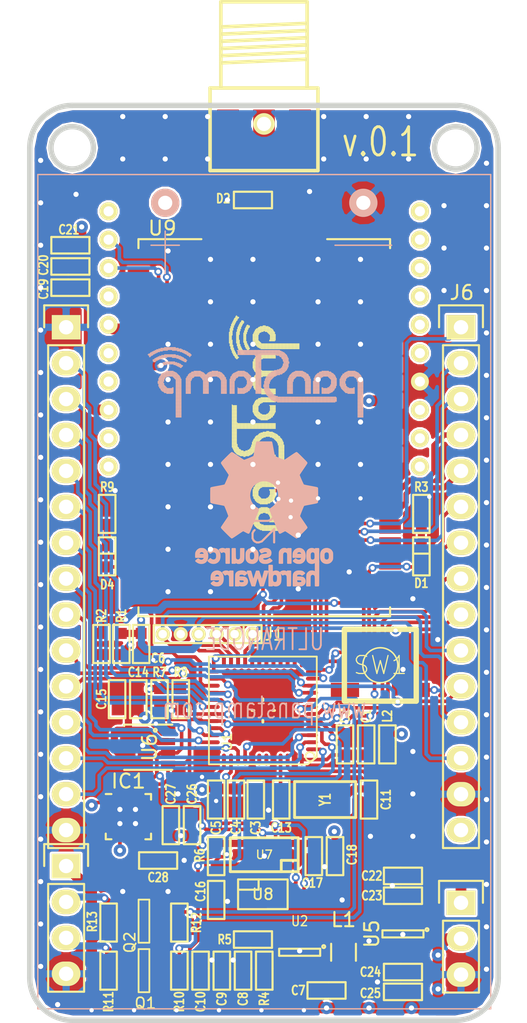
<source format=kicad_pcb>
(kicad_pcb (version 4) (host pcbnew 4.0.2+dfsg1-stable)
  (title_block (title "panStamp LoraNode") (date 2018-05-24) (rev 0.1) (company panStamp))
  (layers (0 Front signal) (1 Ground power) (2 Power power) (31 Back signal) (34 B.Paste user) (35 F.Paste user) (36 B.SilkS user) (37 F.SilkS user) (38 B.Mask user) (39 F.Mask user) (44 Edge.Cuts user))
  (net 0 "")
  (net 1 GND)
  (net 2 +BATT)
  (net 3 EN_SENSOR)
  (net 4 "Net-(C1-Pad1)")
  (net 5 /RF/ANTENNA2)
  (net 6 /RF/ANTENNA1)
  (net 7 /TEST)
  (net 8 /~RESET)
  (net 9 RF_TXD)
  (net 10 RF_RXD)
  (net 11 RF_RST)
  (net 12 SCL)
  (net 13 SDA)
  (net 14 EN_EXTERNAL)
  (net 15 /D7)
  (net 16 VAA)
  (net 17 "Net-(D1-Pad1)")
  (net 18 "Net-(L1-Pad2)")
  (net 19 "Net-(R4-Pad2)")
  (net 20 "Net-(R6-Pad2)")
  (net 21 /D17)
  (net 22 "Net-(U8-Pad5)")
  (net 23 "Net-(U8-Pad2)")
  (net 24 "Net-(U9-Pad2)")
  (net 25 "Net-(U9-Pad3)")
  (net 26 "Net-(U9-Pad4)")
  (net 27 "Net-(U9-Pad5)")
  (net 28 "Net-(U9-Pad9)")
  (net 29 "Net-(U9-Pad10)")
  (net 30 "Net-(U9-Pad13)")
  (net 31 "Net-(U9-Pad14)")
  (net 32 "Net-(U9-Pad29)")
  (net 33 "Net-(U9-Pad35)")
  (net 34 "Net-(U9-Pad36)")
  (net 35 "Net-(U9-Pad37)")
  (net 36 "Net-(U9-Pad38)")
  (net 37 "Net-(U9-Pad39)")
  (net 38 "Net-(U9-Pad40)")
  (net 39 "Net-(U9-Pad43)")
  (net 40 "Net-(U9-Pad44)")
  (net 41 "Net-(U9-Pad45)")
  (net 42 "Net-(U9-Pad46)")
  (net 43 "Net-(U10-Pad11)")
  (net 44 "Net-(U10-Pad12)")
  (net 45 "Net-(U10-Pad13)")
  (net 46 "Net-(U10-Pad15)")
  (net 47 "Net-(U10-Pad16)")
  (net 48 "Net-(U10-Pad17)")
  (net 49 "Net-(U10-Pad18)")
  (net 50 "Net-(U10-Pad19)")
  (net 51 "Net-(U10-Pad20)")
  (net 52 "Net-(U10-Pad1)")
  (net 53 "Net-(U10-Pad4)")
  (net 54 "Net-(U10-Pad6)")
  (net 55 "Net-(U10-Pad7)")
  (net 56 "Net-(U10-Pad9)")
  (net 57 "Net-(U10-Pad10)")
  (net 58 "Net-(C11-Pad1)")
  (net 59 "Net-(C13-Pad1)")
  (net 60 /D20)
  (net 61 /D19)
  (net 62 /A12)
  (net 63 /D16)
  (net 64 /A5)
  (net 65 /A4)
  (net 66 /A3)
  (net 67 /A2)
  (net 68 "Net-(U1-Pad8)")
  (net 69 /D27)
  (net 70 "Net-(U1-Pad42)")
  (net 71 "Net-(U1-Pad43)")
  (net 72 "Net-(U9-Pad30)")
  (net 73 "Net-(U9-Pad31)")
  (net 74 /D2)
  (net 75 "Net-(D4-Pad1)")
  (net 76 /D26)
  (net 77 +5V)
  (net 78 "Net-(C28-Pad1)")
  (net 79 "Net-(IC1-Pad2)")
  (net 80 "Net-(IC1-Pad3)")
  (net 81 "Net-(IC1-Pad4)")
  (net 82 "Net-(IC1-Pad5)")
  (net 83 "Net-(IC1-Pad6)")
  (net 84 "Net-(IC1-Pad7)")
  (net 85 MPU_INT)
  (net 86 "Net-(IC1-Pad14)")
  (net 87 "Net-(IC1-Pad15)")
  (net 88 "Net-(IC1-Pad16)")
  (net 89 "Net-(IC1-Pad17)")
  (net 90 "Net-(IC1-Pad19)")
  (net 91 "Net-(IC1-Pad21)")
  (net 92 "Net-(IC1-Pad22)")
  (net 93 "Net-(P1-Pad2)")
  (net 94 "Net-(P1-Pad3)")
  (net 95 EXIO1)
  (net 96 EXIO2)
  (net 97 /D15)
  (net 98 /A6)
  (net 99 /D18)
  (net 100 /A11)
  (net 101 /A13)
  (net 102 "Net-(U1-Pad19)")
  (net 103 "Net-(U1-Pad14)")
  (net 104 "Net-(U1-Pad15)")
  (net 105 /D5)
  (net 106 /D6)
  (net 107 /A1)
  (net 108 /A0)
  (module mysmd:VQFN48 (layer Front) (at 69.9 101.5 180)
    (fp_text reference U1 (at 2.52 -2.21 270) (layer F.SilkS) (effects (font (size 0.635 0.635) (thickness 0.127))))
    (fp_text value MSP430FR5969 hide)
    (pad 1 smd oval (at -3.47352 -2.74828 180) (size 0.85 0.28) (layers Front F.Paste F.Mask) (net 108 /A0))
    (pad 2 smd oval (at -3.47352 -2.2479 180) (size 0.85 0.28) (layers Front F.Paste F.Mask) (net 107 /A1))
    (pad 3 smd oval (at -3.47352 -1.74752 180) (size 0.85 0.28) (layers Front F.Paste F.Mask) (net 67 /A2))
    (pad 4 smd oval (at -3.47352 -1.24714 180) (size 0.85 0.28) (layers Front F.Paste F.Mask) (net 3 EN_SENSOR))
    (pad 5 smd oval (at -3.47352 -0.7493 180) (size 0.85 0.28) (layers Front F.Paste F.Mask) (net 14 EN_EXTERNAL))
    (pad 6 smd oval (at -3.47352 -0.24892 180) (size 0.85 0.28) (layers Front F.Paste F.Mask) (net 96 EXIO2))
    (pad 7 smd oval (at -3.47352 0.25146 180) (size 0.85 0.28) (layers Front F.Paste F.Mask) (net 95 EXIO1))
    (pad 8 smd oval (at -3.47352 0.75184 180) (size 0.85 0.28) (layers Front F.Paste F.Mask) (net 68 "Net-(U1-Pad8)"))
    (pad 9 smd oval (at -3.47352 1.25222 180) (size 0.85 0.28) (layers Front F.Paste F.Mask) (net 66 /A3))
    (pad 10 smd oval (at -3.47352 1.7526 180) (size 0.85 0.28) (layers Front F.Paste F.Mask) (net 65 /A4))
    (pad 11 smd oval (at -3.47352 2.25298 180) (size 0.85 0.28) (layers Front F.Paste F.Mask) (net 64 /A5))
    (pad 12 smd oval (at -3.47352 2.75082 180) (size 0.85 0.28) (layers Front F.Paste F.Mask) (net 11 RF_RST))
    (pad 33 smd oval (at 3.47352 -1.25222 180) (size 0.85 0.28) (layers Front F.Paste F.Mask) (net 21 /D17))
    (pad 34 smd oval (at 3.47352 -1.75006 180) (size 0.85 0.28) (layers Front F.Paste F.Mask) (net 63 /D16))
    (pad 35 smd oval (at 3.47352 -2.25044 180) (size 0.85 0.28) (layers Front F.Paste F.Mask) (net 97 /D15))
    (pad 36 smd oval (at 3.47352 -2.75082 180) (size 0.85 0.28) (layers Front F.Paste F.Mask) (net 1 GND))
    (pad 17 smd oval (at -0.7493 3.47606 180) (size 0.28 0.85) (layers Front F.Paste F.Mask) (net 101 /A13))
    (pad 18 smd oval (at -0.25146 3.47606 180) (size 0.28 0.85) (layers Front F.Paste F.Mask) (net 100 /A11))
    (pad 19 smd oval (at 0.24892 3.47606 180) (size 0.28 0.85) (layers Front F.Paste F.Mask) (net 102 "Net-(U1-Pad19)"))
    (pad 20 smd oval (at 0.7493 3.47606 180) (size 0.28 0.85) (layers Front F.Paste F.Mask) (net 10 RF_RXD))
    (pad 21 smd oval (at 1.24968 3.47606 180) (size 0.28 0.85) (layers Front F.Paste F.Mask) (net 9 RF_TXD))
    (pad 22 smd oval (at 1.75006 3.47606 180) (size 0.28 0.85) (layers Front F.Paste F.Mask) (net 7 /TEST))
    (pad 23 smd oval (at 2.25044 3.47606 180) (size 0.28 0.85) (layers Front F.Paste F.Mask) (net 8 /~RESET))
    (pad 24 smd oval (at 2.75082 3.47606 180) (size 0.28 0.85) (layers Front F.Paste F.Mask) (net 106 /D6))
    (pad 13 smd oval (at -2.74828 3.47606 180) (size 0.28 0.85) (layers Front F.Paste F.Mask) (net 69 /D27))
    (pad 14 smd oval (at -2.2479 3.47606 180) (size 0.28 0.85) (layers Front F.Paste F.Mask) (net 103 "Net-(U1-Pad14)"))
    (pad 15 smd oval (at -1.74752 3.47606 180) (size 0.28 0.85) (layers Front F.Paste F.Mask) (net 104 "Net-(U1-Pad15)"))
    (pad 16 smd oval (at -1.24968 3.47606 180) (size 0.28 0.85) (layers Front F.Paste F.Mask) (net 62 /A12))
    (pad 25 smd oval (at 3.47352 2.74828 180) (size 0.85 0.28) (layers Front F.Paste F.Mask) (net 105 /D5))
    (pad 26 smd oval (at 3.47352 2.2479 180) (size 0.85 0.28) (layers Front F.Paste F.Mask) (net 15 /D7))
    (pad 27 smd oval (at 3.47352 1.75006 180) (size 0.85 0.28) (layers Front F.Paste F.Mask) (net 76 /D26))
    (pad 28 smd oval (at 3.47352 1.24968 180) (size 0.85 0.28) (layers Front F.Paste F.Mask) (net 60 /D20))
    (pad 29 smd oval (at 3.47352 0.7493 180) (size 0.85 0.28) (layers Front F.Paste F.Mask) (net 61 /D19))
    (pad 30 smd oval (at 3.47352 0.24892 180) (size 0.85 0.28) (layers Front F.Paste F.Mask) (net 99 /D18))
    (pad 31 smd oval (at 3.47352 -0.25146 180) (size 0.85 0.28) (layers Front F.Paste F.Mask) (net 13 SDA))
    (pad 32 smd oval (at 3.47352 -0.75184 180) (size 0.85 0.28) (layers Front F.Paste F.Mask) (net 12 SCL))
    (pad 37 smd oval (at 2.75082 -3.47352 180) (size 0.28 0.85) (layers Front F.Paste F.Mask) (net 2 +BATT))
    (pad 38 smd oval (at 2.25044 -3.47352 180) (size 0.28 0.85) (layers Front F.Paste F.Mask) (net 85 MPU_INT))
    (pad 39 smd oval (at 1.75006 -3.47352 180) (size 0.28 0.85) (layers Front F.Paste F.Mask) (net 98 /A6))
    (pad 40 smd oval (at 1.25222 -3.47352 180) (size 0.28 0.85) (layers Front F.Paste F.Mask) (net 74 /D2))
    (pad 41 smd oval (at 0.75184 -3.47352 180) (size 0.28 0.85) (layers Front F.Paste F.Mask) (net 1 GND))
    (pad 42 smd oval (at 0.25146 -3.47352 180) (size 0.28 0.85) (layers Front F.Paste F.Mask) (net 70 "Net-(U1-Pad42)"))
    (pad 43 smd oval (at -0.24892 -3.47352 180) (size 0.28 0.85) (layers Front F.Paste F.Mask) (net 71 "Net-(U1-Pad43)"))
    (pad 44 smd oval (at -0.7493 -3.47352 180) (size 0.28 0.85) (layers Front F.Paste F.Mask) (net 1 GND))
    (pad 45 smd oval (at -1.24968 -3.47352 180) (size 0.28 0.85) (layers Front F.Paste F.Mask) (net 59 "Net-(C13-Pad1)"))
    (pad 46 smd oval (at -1.75006 -3.47352 180) (size 0.28 0.85) (layers Front F.Paste F.Mask) (net 58 "Net-(C11-Pad1)"))
    (pad 47 smd oval (at -2.2479 -3.47352 180) (size 0.28 0.85) (layers Front F.Paste F.Mask) (net 1 GND))
    (pad 48 smd oval (at -2.74828 -3.47352 180) (size 0.28 0.85) (layers Front F.Paste F.Mask) (net 4 "Net-(C1-Pad1)"))
    (pad 49 smd rect (at -1.47828 -1.47828 180) (size 1.15 1.15) (layers Front F.Paste F.Mask) (net 1 GND))
    (pad 49 smd rect (at 0 -1.47828 180) (size 1.15 1.15) (layers Front F.Paste F.Mask) (net 1 GND))
    (pad 49 smd rect (at 1.47828 -1.47828 180) (size 1.15 1.15) (layers Front F.Paste F.Mask) (net 1 GND))
    (pad 49 smd rect (at -1.47828 0 180) (size 1.15 1.15) (layers Front F.Paste F.Mask) (net 1 GND))
    (pad 49 smd rect (at 0 0 180) (size 1.15 1.15) (layers Front F.Paste F.Mask) (net 1 GND))
    (pad 49 smd rect (at 1.47828 0 180) (size 1.15 1.15) (layers Front F.Paste F.Mask) (net 1 GND))
    (pad 49 smd rect (at -1.47828 1.47828 180) (size 1.15 1.15) (layers Front F.Paste F.Mask) (net 1 GND))
    (pad 49 smd rect (at 0 1.47828 180) (size 1.15 1.15) (layers Front F.Paste F.Mask) (net 1 GND))
    (pad 49 smd rect (at 1.47828 1.47828 180) (size 1.15 1.15) (layers Front F.Paste F.Mask) (net 1 GND))
  )
  (module mymods:XBee_Pro (layer Front) (at 59 66.2 270)
    (fp_text reference U10 hide)
    (fp_text value XBEE hide)
    (pad 11 thru_hole circle (at 18.0594 -21.9964 270) (size 1.27 1.27) (drill 0.7112) (layers *.Cu *.Mask F.SilkS) (net 43 "Net-(U10-Pad11)"))
    (pad 12 thru_hole circle (at 16.0528 -21.9964 270) (size 1.27 1.27) (drill 0.7112) (layers *.Cu *.Mask F.SilkS) (net 44 "Net-(U10-Pad12)"))
    (pad 13 thru_hole circle (at 14.0462 -21.9964 270) (size 1.27 1.27) (drill 0.7112) (layers *.Cu *.Mask F.SilkS) (net 45 "Net-(U10-Pad13)"))
    (pad 14 thru_hole circle (at 12.0396 -21.9964 270) (size 1.27 1.27) (drill 0.7112) (layers *.Cu *.Mask F.SilkS) (net 1 GND))
    (pad 15 thru_hole circle (at 10.033 -21.9964 270) (size 1.27 1.27) (drill 0.7112) (layers *.Cu *.Mask F.SilkS) (net 46 "Net-(U10-Pad15)"))
    (pad 16 thru_hole circle (at 8.0264 -21.9964 270) (size 1.27 1.27) (drill 0.7112) (layers *.Cu *.Mask F.SilkS) (net 47 "Net-(U10-Pad16)"))
    (pad 17 thru_hole circle (at 6.0198 -21.9964 270) (size 1.27 1.27) (drill 0.7112) (layers *.Cu *.Mask F.SilkS) (net 48 "Net-(U10-Pad17)"))
    (pad 18 thru_hole circle (at 4.0132 -21.9964 270) (size 1.27 1.27) (drill 0.7112) (layers *.Cu *.Mask F.SilkS) (net 49 "Net-(U10-Pad18)"))
    (pad 19 thru_hole circle (at 2.0066 -21.9964 270) (size 1.27 1.27) (drill 0.7112) (layers *.Cu *.Mask F.SilkS) (net 50 "Net-(U10-Pad19)"))
    (pad 20 thru_hole circle (at 0 -21.9964 270) (size 1.27 1.27) (drill 0.7112) (layers *.Cu *.Mask F.SilkS) (net 51 "Net-(U10-Pad20)"))
    (pad 1 thru_hole circle (at 0 0 270) (size 1.27 1.27) (drill 0.7112) (layers *.Cu *.Mask F.SilkS) (net 52 "Net-(U10-Pad1)"))
    (pad 2 thru_hole circle (at 2.0066 0 270) (size 1.27 1.27) (drill 0.7112) (layers *.Cu *.Mask F.SilkS) (net 9 RF_TXD))
    (pad 3 thru_hole circle (at 4.0132 0 270) (size 1.27 1.27) (drill 0.7112) (layers *.Cu *.Mask F.SilkS) (net 10 RF_RXD))
    (pad 4 thru_hole circle (at 6.0198 0 270) (size 1.27 1.27) (drill 0.7112) (layers *.Cu *.Mask F.SilkS) (net 53 "Net-(U10-Pad4)"))
    (pad 5 thru_hole circle (at 8.0264 0 270) (size 1.27 1.27) (drill 0.7112) (layers *.Cu *.Mask F.SilkS) (net 11 RF_RST))
    (pad 6 thru_hole circle (at 10.033 0 270) (size 1.27 1.27) (drill 0.7112) (layers *.Cu *.Mask F.SilkS) (net 54 "Net-(U10-Pad6)"))
    (pad 7 thru_hole circle (at 12.0396 0 270) (size 1.27 1.27) (drill 0.7112) (layers *.Cu *.Mask F.SilkS) (net 55 "Net-(U10-Pad7)"))
    (pad 8 thru_hole circle (at 14.0462 0 270) (size 1.27 1.27) (drill 0.7112) (layers *.Cu *.Mask F.SilkS) (net 2 +BATT))
    (pad 9 thru_hole circle (at 16.0528 0 270) (size 1.27 1.27) (drill 0.7112) (layers *.Cu *.Mask F.SilkS) (net 56 "Net-(U10-Pad9)"))
    (pad 10 thru_hole circle (at 18.0594 0 270) (size 1.27 1.27) (drill 0.7112) (layers *.Cu *.Mask F.SilkS) (net 57 "Net-(U10-Pad10)"))
  )
  (module mysmd:SM0603S (layer Front) (at 69.2 65.4 180)
    (fp_text reference D2 (at 2.1 0.1 180) (layer F.SilkS) (effects (font (size 0.635 0.508) (thickness 0.127))))
    (fp_text value 0603ESDA-MLP1 hide)
    (pad 2 smd rect (at 0.7493 0 180) (size 0.7874 0.762) (layers Front F.Paste F.Mask) (net 1 GND))
    (pad 1 smd rect (at -0.7493 0 180) (size 0.7874 0.762) (layers Front F.Paste F.Mask) (net 6 /RF/ANTENNA1))
  )
  (module mymods:RN2903 (layer Front) (at 70 92.3)
    (fp_text reference U9 (at -7.2 -24.9) (layer F.SilkS))
    (fp_text value RN2903)
    (pad 2 smd rect (at 8.89 0) (size 1.524 1.016) (layers Front F.Paste F.Mask) (net 24 "Net-(U9-Pad2)"))
    (pad 3 smd rect (at 8.89 -1.27) (size 1.524 1.016) (layers Front F.Paste F.Mask) (net 25 "Net-(U9-Pad3)"))
    (pad 4 smd rect (at 8.89 -2.54) (size 1.524 1.016) (layers Front F.Paste F.Mask) (net 26 "Net-(U9-Pad4)"))
    (pad 5 smd rect (at 8.89 -3.81) (size 1.524 1.016) (layers Front F.Paste F.Mask) (net 27 "Net-(U9-Pad5)"))
    (pad 6 smd rect (at 8.89 -5.08) (size 1.524 1.016) (layers Front F.Paste F.Mask) (net 9 RF_TXD))
    (pad 7 smd rect (at 8.89 -6.35) (size 1.524 1.016) (layers Front F.Paste F.Mask) (net 10 RF_RXD))
    (pad 8 smd rect (at 8.89 -7.62) (size 1.524 1.016) (layers Front F.Paste F.Mask) (net 1 GND))
    (pad 9 smd rect (at 8.89 -8.89) (size 1.524 1.016) (layers Front F.Paste F.Mask) (net 28 "Net-(U9-Pad9)"))
    (pad 10 smd rect (at 8.89 -10.16) (size 1.524 1.016) (layers Front F.Paste F.Mask) (net 29 "Net-(U9-Pad10)"))
    (pad 11 smd rect (at 8.89 -11.43) (size 1.524 1.016) (layers Front F.Paste F.Mask) (net 1 GND))
    (pad 12 smd rect (at 8.89 -12.7) (size 1.524 1.016) (layers Front F.Paste F.Mask) (net 2 +BATT))
    (pad 13 smd rect (at 8.89 -13.97) (size 1.524 1.016) (layers Front F.Paste F.Mask) (net 30 "Net-(U9-Pad13)"))
    (pad 14 smd rect (at 8.89 -15.24) (size 1.524 1.016) (layers Front F.Paste F.Mask) (net 31 "Net-(U9-Pad14)"))
    (pad 15 smd rect (at 8.89 -16.51) (size 1.524 1.016) (layers Front F.Paste F.Mask))
    (pad 16 smd rect (at 8.89 -17.78) (size 1.524 1.016) (layers Front F.Paste F.Mask))
    (pad 17 smd rect (at 8.89 -19.05) (size 1.524 1.016) (layers Front F.Paste F.Mask))
    (pad 18 smd rect (at 8.89 -20.32) (size 1.524 1.016) (layers Front F.Paste F.Mask))
    (pad 19 smd rect (at 8.89 -21.59) (size 1.524 1.016) (layers Front F.Paste F.Mask))
    (pad 20 smd rect (at 8.89 -22.86) (size 1.524 1.016) (layers Front F.Paste F.Mask) (net 1 GND))
    (pad 21 smd rect (at 3.81 -24.13 90) (size 1.524 1.016) (layers Front F.Paste F.Mask) (net 1 GND))
    (pad 22 smd rect (at 2.54 -24.13 90) (size 1.524 1.016) (layers Front F.Paste F.Mask) (net 1 GND))
    (pad 23 smd rect (at 1.27 -24.13 90) (size 1.524 1.016) (layers Front F.Paste F.Mask) (net 6 /RF/ANTENNA1))
    (pad 24 smd rect (at 0 -24.13 90) (size 1.524 1.016) (layers Front F.Paste F.Mask) (net 1 GND))
    (pad 25 smd rect (at -1.27 -24.13 90) (size 1.524 1.016) (layers Front F.Paste F.Mask) (net 5 /RF/ANTENNA2))
    (pad 26 smd rect (at -2.54 -24.13 90) (size 1.524 1.016) (layers Front F.Paste F.Mask) (net 1 GND))
    (pad 27 smd rect (at -3.81 -24.13 90) (size 1.524 1.016) (layers Front F.Paste F.Mask) (net 1 GND))
    (pad 28 smd rect (at -8.89 -22.86) (size 1.524 1.016) (layers Front F.Paste F.Mask) (net 1 GND))
    (pad 29 smd rect (at -8.89 -21.59) (size 1.524 1.016) (layers Front F.Paste F.Mask) (net 32 "Net-(U9-Pad29)"))
    (pad 30 smd rect (at -8.89 -20.32) (size 1.524 1.016) (layers Front F.Paste F.Mask) (net 72 "Net-(U9-Pad30)"))
    (pad 31 smd rect (at -8.89 -19.05) (size 1.524 1.016) (layers Front F.Paste F.Mask) (net 73 "Net-(U9-Pad31)"))
    (pad 32 smd rect (at -8.89 -17.78) (size 1.524 1.016) (layers Front F.Paste F.Mask) (net 11 RF_RST))
    (pad 33 smd rect (at -8.89 -16.51) (size 1.524 1.016) (layers Front F.Paste F.Mask) (net 1 GND))
    (pad 34 smd rect (at -8.89 -15.24) (size 1.524 1.016) (layers Front F.Paste F.Mask) (net 2 +BATT))
    (pad 35 smd rect (at -8.89 -13.97) (size 1.524 1.016) (layers Front F.Paste F.Mask) (net 33 "Net-(U9-Pad35)"))
    (pad 36 smd rect (at -8.89 -12.7) (size 1.524 1.016) (layers Front F.Paste F.Mask) (net 34 "Net-(U9-Pad36)"))
    (pad 37 smd rect (at -8.89 -11.43) (size 1.524 1.016) (layers Front F.Paste F.Mask) (net 35 "Net-(U9-Pad37)"))
    (pad 38 smd rect (at -8.89 -10.16) (size 1.524 1.016) (layers Front F.Paste F.Mask) (net 36 "Net-(U9-Pad38)"))
    (pad 39 smd rect (at -8.89 -8.89) (size 1.524 1.016) (layers Front F.Paste F.Mask) (net 37 "Net-(U9-Pad39)"))
    (pad 40 smd rect (at -8.89 -7.62) (size 1.524 1.016) (layers Front F.Paste F.Mask) (net 38 "Net-(U9-Pad40)"))
    (pad 41 smd rect (at -8.89 -6.35) (size 1.524 1.016) (layers Front F.Paste F.Mask) (net 1 GND))
    (pad 42 smd rect (at -8.89 -5.08) (size 1.524 1.016) (layers Front F.Paste F.Mask))
    (pad 43 smd rect (at -8.89 -3.81) (size 1.524 1.016) (layers Front F.Paste F.Mask) (net 39 "Net-(U9-Pad43)"))
    (pad 44 smd rect (at -8.89 -2.54) (size 1.524 1.016) (layers Front F.Paste F.Mask) (net 40 "Net-(U9-Pad44)"))
    (pad 45 smd rect (at -8.89 -1.27) (size 1.524 1.016) (layers Front F.Paste F.Mask) (net 41 "Net-(U9-Pad45)"))
    (pad 46 smd rect (at -8.89 0) (size 1.524 1.016) (layers Front F.Paste F.Mask) (net 42 "Net-(U9-Pad46)"))
    (pad 1 smd rect (at 8.89 1.27) (size 1.524 1.016) (layers Front F.Paste F.Mask) (net 1 GND))
    (pad 47 smd rect (at -8.89 1.27) (size 1.524 1.016) (layers Front F.Paste F.Mask) (net 1 GND))
  )
  (module SMD_SMA_SPECIAL (layer Front) (at 69.9808 61.0358 270)
    (fp_text reference J3 hide)
    (fp_text value SMA hide)
    (pad 1 smd rect (at 0 0 270) (size 4.064 1.524) (layers Front F.Mask) (net 6 /RF/ANTENNA1))
    (pad 2 smd rect (at 0 -2.54 270) (size 4.064 1.524) (layers *.Mask Front) (net 1 GND))
    (pad 2 smd rect (at 0 2.54 270) (size 4.064 1.524) (layers *.Mask Front) (net 1 GND))
    (pad 1 thru_hole circle (at -1.016 0 270) (size 1.524 1.524) (drill 1.00076) (layers *.Cu *.Mask F.SilkS) (net 6 /RF/ANTENNA1))
  )
  (module mymods:PANSTAMPLOGO (layer Back) (at 77 75.5 180)
    (fp_text reference G*** hide)
    (fp_text value PANSTAMPLOGO hide)
  )
  (module mysmd:SM0603S (layer Front) (at 77.2 103.9 90)
    (fp_text reference C1 (at 2 0 90) (layer F.SilkS) (effects (font (size 0.635 0.508) (thickness 0.127))))
    (fp_text value 1u hide)
    (pad 2 smd rect (at 0.7493 0 90) (size 0.7874 0.762) (layers Front F.Paste F.Mask) (net 1 GND))
    (pad 1 smd rect (at -0.7493 0 90) (size 0.7874 0.762) (layers Front F.Paste F.Mask) (net 4 "Net-(C1-Pad1)"))
  )
  (module mysmd:SM0603S (layer Front) (at 75.7 103.9 90)
    (fp_text reference C2 (at 2 0 90) (layer F.SilkS) (effects (font (size 0.635 0.508) (thickness 0.127))))
    (fp_text value 100n hide)
    (pad 2 smd rect (at 0.7493 0 90) (size 0.7874 0.762) (layers Front F.Paste F.Mask) (net 1 GND))
    (pad 1 smd rect (at -0.7493 0 90) (size 0.7874 0.762) (layers Front F.Paste F.Mask) (net 4 "Net-(C1-Pad1)"))
  )
  (module mysmd:SM0603S (layer Front) (at 69.4 107.8 270)
    (fp_text reference C3 (at 2 0 270) (layer F.SilkS) (effects (font (size 0.635 0.508) (thickness 0.127))))
    (fp_text value 100n hide)
    (pad 2 smd rect (at 0.7493 0 270) (size 0.7874 0.762) (layers Front F.Paste F.Mask) (net 1 GND))
    (pad 1 smd rect (at -0.7493 0 270) (size 0.7874 0.762) (layers Front F.Paste F.Mask) (net 2 +BATT))
  )
  (module mysmd:SM0603S (layer Front) (at 68 107.8 270)
    (fp_text reference C4 (at 2 0 270) (layer F.SilkS) (effects (font (size 0.635 0.508) (thickness 0.127))))
    (fp_text value 1u hide)
    (pad 2 smd rect (at 0.7493 0 270) (size 0.7874 0.762) (layers Front F.Paste F.Mask) (net 1 GND))
    (pad 1 smd rect (at -0.7493 0 270) (size 0.7874 0.762) (layers Front F.Paste F.Mask) (net 2 +BATT))
  )
  (module mysmd:SM0603S (layer Front) (at 66.6 107.8 270)
    (fp_text reference C5 (at 2 0 270) (layer F.SilkS) (effects (font (size 0.635 0.508) (thickness 0.127))))
    (fp_text value 10u hide)
    (pad 2 smd rect (at 0.7493 0 270) (size 0.7874 0.762) (layers Front F.Paste F.Mask) (net 1 GND))
    (pad 1 smd rect (at -0.7493 0 270) (size 0.7874 0.762) (layers Front F.Paste F.Mask) (net 2 +BATT))
  )
  (module mysmd:SM0603S (layer Front) (at 61.3 96.8 270)
    (fp_text reference C6 (at 1 -1.2 360) (layer F.SilkS) (effects (font (size 0.635 0.508) (thickness 0.127))))
    (fp_text value 1n hide)
    (pad 2 smd rect (at 0.7493 0 270) (size 0.7874 0.762) (layers Front F.Paste F.Mask) (net 1 GND))
    (pad 1 smd rect (at -0.7493 0 270) (size 0.7874 0.762) (layers Front F.Paste F.Mask) (net 8 /~RESET))
  )
  (module mysmd:SM0603S (layer Front) (at 74.4 121.3)
    (fp_text reference C7 (at -2 0 180) (layer F.SilkS) (effects (font (size 0.635 0.508) (thickness 0.127))))
    (fp_text value 10u hide)
    (pad 2 smd rect (at 0.7493 0) (size 0.7874 0.762) (layers Front F.Paste F.Mask) (net 1 GND))
    (pad 1 smd rect (at -0.7493 0) (size 0.7874 0.762) (layers Front F.Paste F.Mask) (net 2 +BATT))
  )
  (module mysmd:SM0603S (layer Front) (at 68.5 119.9 90)
    (fp_text reference C8 (at -2 0 270) (layer F.SilkS) (effects (font (size 0.635 0.508) (thickness 0.127))))
    (fp_text value 10u hide)
    (pad 2 smd rect (at 0.7493 0 90) (size 0.7874 0.762) (layers Front F.Paste F.Mask) (net 1 GND))
    (pad 1 smd rect (at -0.7493 0 90) (size 0.7874 0.762) (layers Front F.Paste F.Mask) (net 16 VAA))
  )
  (module mysmd:SM0603S (layer Front) (at 67 119.9 90)
    (fp_text reference C9 (at -2 0 270) (layer F.SilkS) (effects (font (size 0.635 0.508) (thickness 0.127))))
    (fp_text value 1u hide)
    (pad 2 smd rect (at 0.7493 0 90) (size 0.7874 0.762) (layers Front F.Paste F.Mask) (net 1 GND))
    (pad 1 smd rect (at -0.7493 0 90) (size 0.7874 0.762) (layers Front F.Paste F.Mask) (net 16 VAA))
  )
  (module mysmd:SM0603S (layer Front) (at 65.5 119.9 90)
    (fp_text reference C10 (at -2.2 0 90) (layer F.SilkS) (effects (font (size 0.635 0.508) (thickness 0.127))))
    (fp_text value 100n hide)
    (pad 2 smd rect (at 0.7493 0 90) (size 0.7874 0.762) (layers Front F.Paste F.Mask) (net 1 GND))
    (pad 1 smd rect (at -0.7493 0 90) (size 0.7874 0.762) (layers Front F.Paste F.Mask) (net 16 VAA))
  )
  (module mysmd:SM0603S (layer Front) (at 77.4 107.8 270)
    (fp_text reference C11 (at 0 -1.2 450) (layer F.SilkS) (effects (font (size 0.635 0.508) (thickness 0.127))))
    (fp_text value 20p hide)
    (pad 2 smd rect (at 0.7493 0 270) (size 0.7874 0.762) (layers Front F.Paste F.Mask) (net 1 GND))
    (pad 1 smd rect (at -0.7493 0 270) (size 0.7874 0.762) (layers Front F.Paste F.Mask) (net 58 "Net-(C11-Pad1)"))
  )
  (module mysmd:SM0603S (layer Front) (at 71.2 107.8 270)
    (fp_text reference C13 (at 2 0 360) (layer F.SilkS) (effects (font (size 0.635 0.508) (thickness 0.127))))
    (fp_text value 20p hide)
    (pad 2 smd rect (at 0.7493 0 270) (size 0.7874 0.762) (layers Front F.Paste F.Mask) (net 1 GND))
    (pad 1 smd rect (at -0.7493 0 270) (size 0.7874 0.762) (layers Front F.Paste F.Mask) (net 59 "Net-(C13-Pad1)"))
  )
  (module mysmd:SM0603S (layer Front) (at 61.1 100.7 90)
    (fp_text reference C14 (at 1.9 0 180) (layer F.SilkS) (effects (font (size 0.635 0.508) (thickness 0.127))))
    (fp_text value 1u hide)
    (pad 2 smd rect (at 0.7493 0 90) (size 0.7874 0.762) (layers Front F.Paste F.Mask) (net 1 GND))
    (pad 1 smd rect (at -0.7493 0 90) (size 0.7874 0.762) (layers Front F.Paste F.Mask) (net 2 +BATT))
  )
  (module mysmd:SM0603S (layer Front) (at 59.6 100.7 90)
    (fp_text reference C15 (at 0 -1.1 270) (layer F.SilkS) (effects (font (size 0.635 0.508) (thickness 0.127))))
    (fp_text value 100n hide)
    (pad 2 smd rect (at 0.7493 0 90) (size 0.7874 0.762) (layers Front F.Paste F.Mask) (net 1 GND))
    (pad 1 smd rect (at -0.7493 0 90) (size 0.7874 0.762) (layers Front F.Paste F.Mask) (net 2 +BATT))
  )
  (module mysmd:SM0603S (layer Front) (at 66.6 114.9 270)
    (fp_text reference C16 (at -0.6 1.1 450) (layer F.SilkS) (effects (font (size 0.635 0.508) (thickness 0.127))))
    (fp_text value 100n hide)
    (pad 2 smd rect (at 0.7493 0 270) (size 0.7874 0.762) (layers Front F.Paste F.Mask) (net 1 GND))
    (pad 1 smd rect (at -0.7493 0 270) (size 0.7874 0.762) (layers Front F.Paste F.Mask) (net 3 EN_SENSOR))
  )
  (module mysmd:SM0603S (layer Front) (at 73.5 111.8 90)
    (fp_text reference C17 (at -1.9 -0.1 180) (layer F.SilkS) (effects (font (size 0.635 0.508) (thickness 0.127))))
    (fp_text value 100n hide)
    (pad 2 smd rect (at 0.7493 0 90) (size 0.7874 0.762) (layers Front F.Paste F.Mask) (net 2 +BATT))
    (pad 1 smd rect (at -0.7493 0 90) (size 0.7874 0.762) (layers Front F.Paste F.Mask) (net 1 GND))
  )
  (module mysmd:SM0603S (layer Front) (at 75 111.8 90)
    (fp_text reference C18 (at 0.1 1.2 270) (layer F.SilkS) (effects (font (size 0.635 0.508) (thickness 0.127))))
    (fp_text value 4.7u hide)
    (pad 2 smd rect (at 0.7493 0 90) (size 0.7874 0.762) (layers Front F.Paste F.Mask) (net 2 +BATT))
    (pad 1 smd rect (at -0.7493 0 90) (size 0.7874 0.762) (layers Front F.Paste F.Mask) (net 1 GND))
  )
  (module mysmd:SM0603S (layer Front) (at 56.3 71.6 180)
    (fp_text reference C19 (at 1.9 -0.1 270) (layer F.SilkS) (effects (font (size 0.635 0.508) (thickness 0.127))))
    (fp_text value 100n hide)
    (pad 2 smd rect (at 0.7493 0 180) (size 0.7874 0.762) (layers Front F.Paste F.Mask) (net 1 GND))
    (pad 1 smd rect (at -0.7493 0 180) (size 0.7874 0.762) (layers Front F.Paste F.Mask) (net 2 +BATT))
  )
  (module mysmd:SM0603S (layer Front) (at 56.3 70.1 180)
    (fp_text reference C20 (at 1.9 0.1 270) (layer F.SilkS) (effects (font (size 0.635 0.508) (thickness 0.127))))
    (fp_text value 1u hide)
    (pad 2 smd rect (at 0.7493 0 180) (size 0.7874 0.762) (layers Front F.Paste F.Mask) (net 1 GND))
    (pad 1 smd rect (at -0.7493 0 180) (size 0.7874 0.762) (layers Front F.Paste F.Mask) (net 2 +BATT))
  )
  (module mysmd:SM0603S (layer Front) (at 56.3 68.6 180)
    (fp_text reference C21 (at 0.1 1.1 360) (layer F.SilkS) (effects (font (size 0.635 0.508) (thickness 0.127))))
    (fp_text value 10u hide)
    (pad 2 smd rect (at 0.7493 0 180) (size 0.7874 0.762) (layers Front F.Paste F.Mask) (net 1 GND))
    (pad 1 smd rect (at -0.7493 0 180) (size 0.7874 0.762) (layers Front F.Paste F.Mask) (net 2 +BATT))
  )
  (module mysmd:SM0603S_POL (layer Front) (at 81.1 90.6 90)
    (fp_text reference D1 (at -1.9 0 180) (layer F.SilkS) (effects (font (size 0.635 0.508) (thickness 0.127))))
    (fp_text value LED hide)
    (pad 1 smd rect (at 0.7493 0 90) (size 0.7874 0.762) (layers Front F.Paste F.Mask) (net 17 "Net-(D1-Pad1)"))
    (pad 2 smd rect (at -0.7493 0 90) (size 0.7874 0.762) (layers Front F.Paste F.Mask) (net 69 /D27))
  )
  (module myconnectors:PIN_ARRAY_1.27_1x6 (layer Front) (at 66 96.1 180)
    (fp_text reference J1 (at -4.7 0 180) (layer F.SilkS) (effects (font (size 0.889 0.762) (thickness 0.127))))
    (fp_text value Conn_01x06 hide)
    (pad 3 thru_hole circle (at -0.635 0 180) (size 1 1) (drill 0.6) (layers *.Cu *.Mask F.SilkS) (net 7 /TEST))
    (pad 4 thru_hole circle (at 0.635 0 180) (size 1 1) (drill 0.6) (layers *.Cu *.Mask F.SilkS) (net 8 /~RESET))
    (pad 2 thru_hole circle (at -1.905 0 180) (size 1 1) (drill 0.6) (layers *.Cu *.Mask F.SilkS) (net 2 +BATT))
    (pad 1 thru_hole circle (at -3.175 0 180) (size 1 1) (drill 0.6) (layers *.Cu *.Mask F.SilkS) (net 105 /D5))
    (pad 5 thru_hole circle (at 1.905 0 180) (size 1 1) (drill 0.6) (layers *.Cu *.Mask F.SilkS) (net 1 GND))
    (pad 6 thru_hole circle (at 3.175 0 180) (size 1 1) (drill 0.6) (layers *.Cu *.Mask F.SilkS) (net 106 /D6))
  )
  (module mymods:KEYSTONE_BAT_AA_HOLDER_02 (layer Back) (at 70 65.6 90)
    (fp_text reference J2 (at -23 0 90) (layer B.SilkS) (effects (justify mirror)))
    (fp_text value BAT hide)
    (pad 2 thru_hole circle (at 0 7 90) (size 2 2) (drill 1) (layers *.Cu *.Mask B.SilkS) (net 1 GND))
    (pad 1 thru_hole circle (at 0 -7 90) (size 2 2) (drill 1) (layers *.Cu *.Mask B.SilkS) (net 2 +BATT))
  )
  (module Pin_Headers:Pin_Header_Straight_1x15 (layer Front) (at 56 74.4)
    (fp_text reference J5 hide)
    (fp_text value Conn_01x15)
    (pad 1 thru_hole rect (at 0 0) (size 2.032 1.7272) (drill 1.016) (layers *.Cu *.Mask F.SilkS) (net 1 GND))
    (pad 2 thru_hole oval (at 0 2.54) (size 2.032 1.7272) (drill 1.016) (layers *.Cu *.Mask F.SilkS) (net 60 /D20))
    (pad 3 thru_hole oval (at 0 5.08) (size 2.032 1.7272) (drill 1.016) (layers *.Cu *.Mask F.SilkS) (net 61 /D19))
    (pad 4 thru_hole oval (at 0 7.62) (size 2.032 1.7272) (drill 1.016) (layers *.Cu *.Mask F.SilkS) (net 99 /D18))
    (pad 5 thru_hole oval (at 0 10.16) (size 2.032 1.7272) (drill 1.016) (layers *.Cu *.Mask F.SilkS) (net 21 /D17))
    (pad 6 thru_hole oval (at 0 12.7) (size 2.032 1.7272) (drill 1.016) (layers *.Cu *.Mask F.SilkS) (net 63 /D16))
    (pad 7 thru_hole oval (at 0 15.24) (size 2.032 1.7272) (drill 1.016) (layers *.Cu *.Mask F.SilkS) (net 97 /D15))
    (pad 8 thru_hole oval (at 0 17.78) (size 2.032 1.7272) (drill 1.016) (layers *.Cu *.Mask F.SilkS) (net 98 /A6))
    (pad 9 thru_hole oval (at 0 20.32) (size 2.032 1.7272) (drill 1.016) (layers *.Cu *.Mask F.SilkS) (net 64 /A5))
    (pad 10 thru_hole oval (at 0 22.86) (size 2.032 1.7272) (drill 1.016) (layers *.Cu *.Mask F.SilkS) (net 65 /A4))
    (pad 11 thru_hole oval (at 0 25.4) (size 2.032 1.7272) (drill 1.016) (layers *.Cu *.Mask F.SilkS) (net 66 /A3))
    (pad 12 thru_hole oval (at 0 27.94) (size 2.032 1.7272) (drill 1.016) (layers *.Cu *.Mask F.SilkS) (net 67 /A2))
    (pad 13 thru_hole oval (at 0 30.48) (size 2.032 1.7272) (drill 1.016) (layers *.Cu *.Mask F.SilkS) (net 107 /A1))
    (pad 14 thru_hole oval (at 0 33.02) (size 2.032 1.7272) (drill 1.016) (layers *.Cu *.Mask F.SilkS) (net 108 /A0))
    (pad 15 thru_hole oval (at 0 35.56) (size 2.032 1.7272) (drill 1.016) (layers *.Cu *.Mask F.SilkS) (net 1 GND))
  )
  (module Pin_Headers:Pin_Header_Straight_1x15 (layer Front) (at 83.9 74.4)
    (fp_text reference J6 (at 0.060381 -2.452) (layer F.SilkS))
    (fp_text value Conn_01x15)
    (pad 1 thru_hole rect (at 0 0) (size 2.032 1.7272) (drill 1.016) (layers *.Cu *.Mask F.SilkS) (net 100 /A11))
    (pad 2 thru_hole oval (at 0 2.54) (size 2.032 1.7272) (drill 1.016) (layers *.Cu *.Mask F.SilkS) (net 101 /A13))
    (pad 3 thru_hole oval (at 0 5.08) (size 2.032 1.7272) (drill 1.016) (layers *.Cu *.Mask F.SilkS) (net 62 /A12))
    (pad 4 thru_hole oval (at 0 7.62) (size 2.032 1.7272) (drill 1.016) (layers *.Cu *.Mask F.SilkS) (net 10 RF_RXD))
    (pad 5 thru_hole oval (at 0 10.16) (size 2.032 1.7272) (drill 1.016) (layers *.Cu *.Mask F.SilkS) (net 9 RF_TXD))
    (pad 6 thru_hole oval (at 0 12.7) (size 2.032 1.7272) (drill 1.016) (layers *.Cu *.Mask F.SilkS) (net 74 /D2))
    (pad 7 thru_hole oval (at 0 15.24) (size 2.032 1.7272) (drill 1.016) (layers *.Cu *.Mask F.SilkS) (net 13 SDA))
    (pad 8 thru_hole oval (at 0 17.78) (size 2.032 1.7272) (drill 1.016) (layers *.Cu *.Mask F.SilkS) (net 12 SCL))
    (pad 9 thru_hole oval (at 0 20.32) (size 2.032 1.7272) (drill 1.016) (layers *.Cu *.Mask F.SilkS) (net 105 /D5))
    (pad 10 thru_hole oval (at 0 22.86) (size 2.032 1.7272) (drill 1.016) (layers *.Cu *.Mask F.SilkS) (net 106 /D6))
    (pad 11 thru_hole oval (at 0 25.4) (size 2.032 1.7272) (drill 1.016) (layers *.Cu *.Mask F.SilkS) (net 15 /D7))
    (pad 12 thru_hole oval (at 0 27.94) (size 2.032 1.7272) (drill 1.016) (layers *.Cu *.Mask F.SilkS) (net 8 /~RESET))
    (pad 13 thru_hole oval (at 0 30.48) (size 2.032 1.7272) (drill 1.016) (layers *.Cu *.Mask F.SilkS) (net 7 /TEST))
    (pad 14 thru_hole oval (at 0 33.02) (size 2.032 1.7272) (drill 1.016) (layers *.Cu *.Mask F.SilkS) (net 1 GND))
    (pad 15 thru_hole oval (at 0 35.56) (size 2.032 1.7272) (drill 1.016) (layers *.Cu *.Mask F.SilkS) (net 2 +BATT))
  )
  (module Resistors_SMD:R_0805 (layer Front) (at 75.6 118.6 90)
    (fp_text reference L1 (at 2.3 0 180) (layer F.SilkS))
    (fp_text value 4.7u)
    (pad 1 smd rect (at -0.95 0 90) (size 0.7 1.3) (layers Front F.Paste F.Mask) (net 2 +BATT))
    (pad 2 smd rect (at 0.95 0 90) (size 0.7 1.3) (layers Front F.Paste F.Mask) (net 18 "Net-(L1-Pad2)"))
  )
  (module mysmd:SM0603S (layer Front) (at 78.7 103.9 270)
    (fp_text reference L2 (at -2 0 270) (layer F.SilkS) (effects (font (size 0.635 0.508) (thickness 0.127))))
    (fp_text value 600R/200mA hide)
    (pad 2 smd rect (at 0.7493 0 270) (size 0.7874 0.762) (layers Front F.Paste F.Mask) (net 4 "Net-(C1-Pad1)"))
    (pad 1 smd rect (at -0.7493 0 270) (size 0.7874 0.762) (layers Front F.Paste F.Mask) (net 2 +BATT))
  )
  (module mysmd:SM0603S (layer Front) (at 59.9 96.8 90)
    (fp_text reference R1 (at 2 0 90) (layer F.SilkS) (effects (font (size 0.635 0.508) (thickness 0.127))))
    (fp_text value 47k hide)
    (pad 2 smd rect (at 0.7493 0 90) (size 0.7874 0.762) (layers Front F.Paste F.Mask) (net 8 /~RESET))
    (pad 1 smd rect (at -0.7493 0 90) (size 0.7874 0.762) (layers Front F.Paste F.Mask) (net 2 +BATT))
  )
  (module mysmd:SM0603S (layer Front) (at 58.5 96.8 90)
    (fp_text reference R2 (at 2 0 90) (layer F.SilkS) (effects (font (size 0.635 0.508) (thickness 0.127))))
    (fp_text value 10k hide)
    (pad 2 smd rect (at 0.7493 0 90) (size 0.7874 0.762) (layers Front F.Paste F.Mask) (net 11 RF_RST))
    (pad 1 smd rect (at -0.7493 0 90) (size 0.7874 0.762) (layers Front F.Paste F.Mask) (net 2 +BATT))
  )
  (module mysmd:SM0603S (layer Front) (at 81.1 87.6 90)
    (fp_text reference R3 (at 1.9 0 180) (layer F.SilkS) (effects (font (size 0.635 0.508) (thickness 0.127))))
    (fp_text value 1k hide)
    (pad 2 smd rect (at 0.7493 0 90) (size 0.7874 0.762) (layers Front F.Paste F.Mask) (net 1 GND))
    (pad 1 smd rect (at -0.7493 0 90) (size 0.7874 0.762) (layers Front F.Paste F.Mask) (net 17 "Net-(D1-Pad1)"))
  )
  (module mysmd:SM0603S (layer Front) (at 70 119.9 90)
    (fp_text reference R4 (at -2 0 270) (layer F.SilkS) (effects (font (size 0.635 0.508) (thickness 0.127))))
    (fp_text value 976k hide)
    (pad 2 smd rect (at 0.7493 0 90) (size 0.7874 0.762) (layers Front F.Paste F.Mask) (net 19 "Net-(R4-Pad2)"))
    (pad 1 smd rect (at -0.7493 0 90) (size 0.7874 0.762) (layers Front F.Paste F.Mask) (net 16 VAA))
  )
  (module mysmd:SM0603S (layer Front) (at 69.2 117.7 180)
    (fp_text reference R5 (at 2 0 180) (layer F.SilkS) (effects (font (size 0.635 0.508) (thickness 0.127))))
    (fp_text value 309k hide)
    (pad 2 smd rect (at 0.7493 0 180) (size 0.7874 0.762) (layers Front F.Paste F.Mask) (net 1 GND))
    (pad 1 smd rect (at -0.7493 0 180) (size 0.7874 0.762) (layers Front F.Paste F.Mask) (net 19 "Net-(R4-Pad2)"))
  )
  (module mysmd:SM0603S (layer Front) (at 66.6 111.8 90)
    (fp_text reference R6 (at 0.0635 -1.1557 90) (layer F.SilkS) (effects (font (size 0.635 0.508) (thickness 0.127))))
    (fp_text value 10k hide)
    (pad 2 smd rect (at 0.7493 0 90) (size 0.7874 0.762) (layers Front F.Paste F.Mask) (net 20 "Net-(R6-Pad2)"))
    (pad 1 smd rect (at -0.7493 0 90) (size 0.7874 0.762) (layers Front F.Paste F.Mask) (net 3 EN_SENSOR))
  )
  (module mysmd:SM0603S (layer Front) (at 62.6 100.7 270)
    (fp_text reference R7 (at -1.9 0 360) (layer F.SilkS) (effects (font (size 0.635 0.508) (thickness 0.127))))
    (fp_text value 10k hide)
    (pad 2 smd rect (at 0.7493 0 270) (size 0.7874 0.762) (layers Front F.Paste F.Mask) (net 12 SCL))
    (pad 1 smd rect (at -0.7493 0 270) (size 0.7874 0.762) (layers Front F.Paste F.Mask) (net 2 +BATT))
  )
  (module mysmd:SM0603S (layer Front) (at 64.1 100.7 270)
    (fp_text reference R8 (at -1.9 0 360) (layer F.SilkS) (effects (font (size 0.635 0.508) (thickness 0.127))))
    (fp_text value 10k hide)
    (pad 2 smd rect (at 0.7493 0 270) (size 0.7874 0.762) (layers Front F.Paste F.Mask) (net 13 SDA))
    (pad 1 smd rect (at -0.7493 0 270) (size 0.7874 0.762) (layers Front F.Paste F.Mask) (net 2 +BATT))
  )
  (module mysmd:switch-tact-noah (layer Front) (at 78.2 98.3 180)
    (fp_text reference SW1 (at 0 0 180) (layer F.SilkS) (effects (font (size 1.27 1.27) (thickness 0.0889))))
    (fp_text value RESET hide)
    (pad 1 smd rect (at -2.49936 -1.75006 180) (size 1.99898 1.00076) (layers Front F.Paste F.Mask) (net 8 /~RESET))
    (pad 3 smd rect (at 2.49936 -1.75006 180) (size 1.99898 1.00076) (layers Front F.Paste F.Mask))
    (pad 2 smd rect (at -2.49936 1.75006 180) (size 1.99898 1.00076) (layers Front F.Paste F.Mask) (net 1 GND))
    (pad 4 smd rect (at 2.49936 1.75006 180) (size 1.99898 1.00076) (layers Front F.Paste F.Mask))
  )
  (module mysmd:BME680 (layer Front) (at 61.8 104.1)
    (fp_text reference U6 (at 0.1 0 90) (layer F.SilkS))
    (fp_text value BME680)
    (pad 8 smd rect (at -1.4 -1.2) (size 1 0.5) (layers Front F.Paste F.Mask) (net 2 +BATT))
    (pad 7 smd rect (at -1.4 -0.4) (size 1 0.5) (layers Front F.Paste F.Mask) (net 1 GND))
    (pad 6 smd rect (at -1.4 0.4) (size 1 0.5) (layers Front F.Paste F.Mask) (net 2 +BATT))
    (pad 5 smd rect (at -1.4 1.2) (size 1 0.5) (layers Front F.Paste F.Mask) (net 1 GND))
    (pad 4 smd rect (at 1.4 1.2) (size 1 0.5) (layers Front F.Paste F.Mask) (net 12 SCL))
    (pad 3 smd rect (at 1.4 0.4) (size 1 0.5) (layers Front F.Paste F.Mask) (net 13 SDA))
    (pad 2 smd rect (at 1.4 -0.4) (size 1 0.5) (layers Front F.Paste F.Mask) (net 2 +BATT))
    (pad 1 smd rect (at 1.4 -1.2) (size 1 0.5) (layers Front F.Paste F.Mask) (net 1 GND))
  )
  (module mysmd:Optical_LGA12 (layer Front) (at 70 111.7)
    (fp_text reference U7 (at 0 0) (layer F.SilkS) (effects (font (size 0.6 0.6) (thickness 0.1))))
    (fp_text value VL53L1X)
    (pad 1 smd rect (at 1.65 0.8) (size 0.6 0.5) (layers Front F.Paste F.Mask) (net 2 +BATT))
    (pad 2 smd rect (at 0.8 0.8) (size 0.5 0.5) (layers Front F.Paste F.Mask) (net 1 GND))
    (pad 3 smd rect (at 0 0.8) (size 0.5 0.5) (layers Front F.Paste F.Mask) (net 1 GND))
    (pad 4 smd rect (at -0.8 0.8) (size 0.5 0.5) (layers Front F.Paste F.Mask) (net 1 GND))
    (pad 5 smd rect (at -1.6 0.8) (size 0.5 0.5) (layers Front F.Paste F.Mask) (net 3 EN_SENSOR))
    (pad 6 smd rect (at -1.6 0) (size 0.5 0.5) (layers Front F.Paste F.Mask) (net 1 GND))
    (pad 7 smd rect (at -1.6 -0.8) (size 0.5 0.5) (layers Front F.Paste F.Mask) (net 20 "Net-(R6-Pad2)"))
    (pad 8 smd rect (at -0.8 -0.8) (size 0.5 0.5) (layers Front F.Paste F.Mask))
    (pad 9 smd rect (at 0 -0.8) (size 0.5 0.5) (layers Front F.Paste F.Mask) (net 13 SDA))
    (pad 10 smd rect (at 0.8 -0.8) (size 0.5 0.5) (layers Front F.Paste F.Mask) (net 12 SCL))
    (pad 11 smd rect (at 1.6 -0.8) (size 0.5 0.5) (layers Front F.Paste F.Mask) (net 2 +BATT))
    (pad 12 smd rect (at 1.6 0) (size 0.5 0.5) (layers Front F.Paste F.Mask) (net 1 GND))
  )
  (module mysmd:uDFN-6 (layer Front) (at 69.9 114.5 270)
    (fp_text reference U8 (at 0 0 360) (layer F.SilkS) (effects (font (size 0.762 0.762) (thickness 0.127))))
    (fp_text value TSL2561 hide)
    (pad 6 smd rect (at -0.65 -1 270) (size 0.45 1.2) (layers Front F.Paste F.Mask) (net 13 SDA))
    (pad 5 smd rect (at 0 -1 270) (size 0.45 1.2) (layers Front F.Paste F.Mask) (net 22 "Net-(U8-Pad5)"))
    (pad 4 smd rect (at 0.65 -1 270) (size 0.45 1.2) (layers Front F.Paste F.Mask) (net 12 SCL))
    (pad 3 smd rect (at 0.65 1 270) (size 0.45 1.2) (layers Front F.Paste F.Mask) (net 1 GND))
    (pad 2 smd rect (at 0 1 270) (size 0.45 1.2) (layers Front F.Paste F.Mask) (net 23 "Net-(U8-Pad2)"))
    (pad 1 smd rect (at -0.65 1 270) (size 0.45 1.2) (layers Front F.Paste F.Mask) (net 3 EN_SENSOR))
  )
  (module mysmd:EPSON_F-135 (layer Front) (at 74.3 107.8)
    (fp_text reference Y1 (at 0 0 90) (layer F.SilkS) (effects (font (size 0.762 0.508) (thickness 0.127))))
    (fp_text value 32.768KHz hide)
    (pad 1 smd rect (at -1.25 0) (size 1 1.8) (layers Front F.Paste F.Mask) (net 59 "Net-(C13-Pad1)"))
    (pad 2 smd rect (at 1.25 0) (size 1 1.8) (layers Front F.Paste F.Mask) (net 58 "Net-(C11-Pad1)"))
  )
  (module TO_SOT_Packages_SMD:SOT-23-6 (layer Front) (at 72.5 118.6 270)
    (fp_text reference U2 (at -2.2 0 360) (layer F.SilkS) (effects (font (size 0.7 0.6) (thickness 0.1))))
    (fp_text value MCP1640B)
    (pad 1 smd rect (at -1.1 -0.95 270) (size 1.06 0.65) (layers Front F.Paste F.Mask) (net 18 "Net-(L1-Pad2)"))
    (pad 2 smd rect (at -1.1 0 270) (size 1.06 0.65) (layers Front F.Paste F.Mask) (net 1 GND))
    (pad 3 smd rect (at -1.1 0.95 270) (size 1.06 0.65) (layers Front F.Paste F.Mask) (net 14 EN_EXTERNAL))
    (pad 4 smd rect (at 1.1 0.95 270) (size 1.06 0.65) (layers Front F.Paste F.Mask) (net 19 "Net-(R4-Pad2)"))
    (pad 6 smd rect (at 1.1 -0.95 270) (size 1.06 0.65) (layers Front F.Paste F.Mask) (net 2 +BATT))
    (pad 5 smd rect (at 1.1 0 270) (size 1.06 0.65) (layers Front F.Paste F.Mask) (net 16 VAA))
  )
  (module mysmd:SM0603S_POL (layer Front) (at 58.9 90.6 90)
    (fp_text reference D4 (at -2 0 180) (layer F.SilkS) (effects (font (size 0.635 0.508) (thickness 0.127))))
    (fp_text value LED hide)
    (pad 1 smd rect (at 0.7493 0 90) (size 0.7874 0.762) (layers Front F.Paste F.Mask) (net 75 "Net-(D4-Pad1)"))
    (pad 2 smd rect (at -0.7493 0 90) (size 0.7874 0.762) (layers Front F.Paste F.Mask) (net 76 /D26))
  )
  (module mysmd:SM0603S (layer Front) (at 58.9 87.6 90)
    (fp_text reference R9 (at 1.9 0 180) (layer F.SilkS) (effects (font (size 0.635 0.508) (thickness 0.127))))
    (fp_text value 1k hide)
    (pad 2 smd rect (at 0.7493 0 90) (size 0.7874 0.762) (layers Front F.Paste F.Mask) (net 1 GND))
    (pad 1 smd rect (at -0.7493 0 90) (size 0.7874 0.762) (layers Front F.Paste F.Mask) (net 75 "Net-(D4-Pad1)"))
  )
  (module mysmd:SM0603S (layer Front) (at 79.8 113.2 180)
    (fp_text reference C22 (at 2.2 0 180) (layer F.SilkS) (effects (font (size 0.635 0.508) (thickness 0.127))))
    (fp_text value 10u hide)
    (pad 2 smd rect (at 0.7493 0 180) (size 0.7874 0.762) (layers Front F.Paste F.Mask) (net 1 GND))
    (pad 1 smd rect (at -0.7493 0 180) (size 0.7874 0.762) (layers Front F.Paste F.Mask) (net 77 +5V))
  )
  (module Pin_Headers:Pin_Header_Straight_1x03 (layer Front) (at 83.9 115.1)
    (fp_text reference J7 (at 0 -5.1) (layer F.SilkS))
    (fp_text value PWR)
    (pad 1 thru_hole rect (at 0 0) (size 2.032 1.7272) (drill 1.016) (layers *.Cu *.Mask F.SilkS) (net 77 +5V))
    (pad 2 thru_hole oval (at 0 2.54) (size 2.032 1.7272) (drill 1.016) (layers *.Cu *.Mask F.SilkS) (net 2 +BATT))
    (pad 3 thru_hole oval (at 0 5.08) (size 2.032 1.7272) (drill 1.016) (layers *.Cu *.Mask F.SilkS) (net 1 GND))
  )
  (module TO_SOT_Packages_SMD:SOT-23-5 (layer Front) (at 79.8 117.3 270)
    (fp_text reference U5 (at 0 2.2 270) (layer F.SilkS))
    (fp_text value AP7365-3.0)
    (pad 1 smd rect (at -1.1 -0.95 270) (size 1.06 0.65) (layers Front F.Paste F.Mask) (net 77 +5V))
    (pad 2 smd rect (at -1.1 0 270) (size 1.06 0.65) (layers Front F.Paste F.Mask) (net 1 GND))
    (pad 3 smd rect (at -1.1 0.95 270) (size 1.06 0.65) (layers Front F.Paste F.Mask) (net 77 +5V))
    (pad 4 smd rect (at 1.1 0.95 270) (size 1.06 0.65) (layers Front F.Paste F.Mask))
    (pad 5 smd rect (at 1.1 -0.95 270) (size 1.06 0.65) (layers Front F.Paste F.Mask) (net 2 +BATT))
  )
  (module mysmd:SM0603S (layer Front) (at 79.8 114.6 180)
    (fp_text reference C23 (at 2.2 0 180) (layer F.SilkS) (effects (font (size 0.635 0.508) (thickness 0.127))))
    (fp_text value 1u hide)
    (pad 2 smd rect (at 0.7493 0 180) (size 0.7874 0.762) (layers Front F.Paste F.Mask) (net 1 GND))
    (pad 1 smd rect (at -0.7493 0 180) (size 0.7874 0.762) (layers Front F.Paste F.Mask) (net 77 +5V))
  )
  (module mysmd:SM0603S (layer Front) (at 79.8 120 180)
    (fp_text reference C24 (at 2.3 0 180) (layer F.SilkS) (effects (font (size 0.635 0.508) (thickness 0.127))))
    (fp_text value 1u hide)
    (pad 2 smd rect (at 0.7493 0 180) (size 0.7874 0.762) (layers Front F.Paste F.Mask) (net 1 GND))
    (pad 1 smd rect (at -0.7493 0 180) (size 0.7874 0.762) (layers Front F.Paste F.Mask) (net 2 +BATT))
  )
  (module mysmd:SM0603S (layer Front) (at 79.8 121.4 180)
    (fp_text reference C25 (at 2.3 -0.1 180) (layer F.SilkS) (effects (font (size 0.635 0.508) (thickness 0.127))))
    (fp_text value 100n hide)
    (pad 2 smd rect (at 0.7493 0 180) (size 0.7874 0.762) (layers Front F.Paste F.Mask) (net 1 GND))
    (pad 1 smd rect (at -0.7493 0 180) (size 0.7874 0.762) (layers Front F.Paste F.Mask) (net 2 +BATT))
  )
  (module mysmd:SM0603S (layer Front) (at 64.9 109.61 90)
    (fp_text reference C26 (at 2.2 0 90) (layer F.SilkS) (effects (font (size 0.635 0.508) (thickness 0.127))))
    (fp_text value 100n hide)
    (pad 2 smd rect (at 0.7493 0 90) (size 0.7874 0.762) (layers Front F.Paste F.Mask) (net 1 GND))
    (pad 1 smd rect (at -0.7493 0 90) (size 0.7874 0.762) (layers Front F.Paste F.Mask) (net 2 +BATT))
  )
  (module mysmd:SM0603S (layer Front) (at 63.4 109.61 90)
    (fp_text reference C27 (at 2.2 0 90) (layer F.SilkS) (effects (font (size 0.635 0.508) (thickness 0.127))))
    (fp_text value 10n hide)
    (pad 2 smd rect (at 0.7493 0 90) (size 0.7874 0.762) (layers Front F.Paste F.Mask) (net 1 GND))
    (pad 1 smd rect (at -0.7493 0 90) (size 0.7874 0.762) (layers Front F.Paste F.Mask) (net 2 +BATT))
  )
  (module mysmd:SM0603S (layer Front) (at 62.5 112.11)
    (fp_text reference C28 (at 0 1.2) (layer F.SilkS) (effects (font (size 0.635 0.508) (thickness 0.127))))
    (fp_text value 100n hide)
    (pad 2 smd rect (at 0.7493 0) (size 0.7874 0.762) (layers Front F.Paste F.Mask) (net 1 GND))
    (pad 1 smd rect (at -0.7493 0) (size 0.7874 0.762) (layers Front F.Paste F.Mask) (net 78 "Net-(C28-Pad1)"))
  )
  (module Pin_Headers:Pin_Header_Straight_1x04 (layer Front) (at 56 112.5)
    (fp_text reference P1 hide)
    (fp_text value EXTERNAL)
    (pad 1 thru_hole rect (at 0 0) (size 2.032 1.7272) (drill 1.016) (layers *.Cu *.Mask F.SilkS) (net 16 VAA))
    (pad 2 thru_hole oval (at 0 2.54) (size 2.032 1.7272) (drill 1.016) (layers *.Cu *.Mask F.SilkS) (net 93 "Net-(P1-Pad2)"))
    (pad 3 thru_hole oval (at 0 5.08) (size 2.032 1.7272) (drill 1.016) (layers *.Cu *.Mask F.SilkS) (net 94 "Net-(P1-Pad3)"))
    (pad 4 thru_hole oval (at 0 7.62) (size 2.032 1.7272) (drill 1.016) (layers *.Cu *.Mask F.SilkS) (net 1 GND))
  )
  (module mysmd:SOT23 (layer Front) (at 61.5 119.9 270)
    (fp_text reference Q1 (at 2.3 -0.1 360) (layer F.SilkS) (effects (font (size 0.762 0.762) (thickness 0.12))))
    (fp_text value Q_NMOS_GSD hide)
    (pad 2 smd rect (at -0.889 -1.016 270) (size 0.9144 0.9144) (layers Front F.Paste F.Mask) (net 95 EXIO1))
    (pad 1 smd rect (at 0.889 -1.016 270) (size 0.9144 0.9144) (layers Front F.Paste F.Mask) (net 14 EN_EXTERNAL))
    (pad 3 smd rect (at 0 1.016 270) (size 0.9144 0.9144) (layers Front F.Paste F.Mask) (net 94 "Net-(P1-Pad3)"))
  )
  (module mysmd:SOT23 (layer Front) (at 61.5 116.4 270)
    (fp_text reference Q2 (at 1.5 1 270) (layer F.SilkS) (effects (font (size 0.762 0.762) (thickness 0.12))))
    (fp_text value Q_NMOS_GSD hide)
    (pad 2 smd rect (at -0.889 -1.016 270) (size 0.9144 0.9144) (layers Front F.Paste F.Mask) (net 96 EXIO2))
    (pad 1 smd rect (at 0.889 -1.016 270) (size 0.9144 0.9144) (layers Front F.Paste F.Mask) (net 14 EN_EXTERNAL))
    (pad 3 smd rect (at 0 1.016 270) (size 0.9144 0.9144) (layers Front F.Paste F.Mask) (net 93 "Net-(P1-Pad2)"))
  )
  (module mysmd:SM0603S (layer Front) (at 64 119.9 90)
    (fp_text reference R10 (at -2.2 0 90) (layer F.SilkS) (effects (font (size 0.635 0.508) (thickness 0.127))))
    (fp_text value 10k hide)
    (pad 2 smd rect (at 0.7493 0 90) (size 0.7874 0.762) (layers Front F.Paste F.Mask) (net 95 EXIO1))
    (pad 1 smd rect (at -0.7493 0 90) (size 0.7874 0.762) (layers Front F.Paste F.Mask) (net 14 EN_EXTERNAL))
  )
  (module mysmd:SM0603S (layer Front) (at 59 119.9 90)
    (fp_text reference R11 (at -2.2 0 90) (layer F.SilkS) (effects (font (size 0.635 0.508) (thickness 0.127))))
    (fp_text value 10k hide)
    (pad 2 smd rect (at 0.7493 0 90) (size 0.7874 0.762) (layers Front F.Paste F.Mask) (net 94 "Net-(P1-Pad3)"))
    (pad 1 smd rect (at -0.7493 0 90) (size 0.7874 0.762) (layers Front F.Paste F.Mask) (net 16 VAA))
  )
  (module mysmd:SM0603S (layer Front) (at 64 116.5 90)
    (fp_text reference R12 (at 0 1.2 90) (layer F.SilkS) (effects (font (size 0.635 0.508) (thickness 0.127))))
    (fp_text value 10k hide)
    (pad 2 smd rect (at 0.7493 0 90) (size 0.7874 0.762) (layers Front F.Paste F.Mask) (net 96 EXIO2))
    (pad 1 smd rect (at -0.7493 0 90) (size 0.7874 0.762) (layers Front F.Paste F.Mask) (net 14 EN_EXTERNAL))
  )
  (module mysmd:SM0603S (layer Front) (at 59 116.5 90)
    (fp_text reference R13 (at 0.0635 -1.1557 90) (layer F.SilkS) (effects (font (size 0.635 0.508) (thickness 0.127))))
    (fp_text value 10k hide)
    (pad 2 smd rect (at 0.7493 0 90) (size 0.7874 0.762) (layers Front F.Paste F.Mask) (net 93 "Net-(P1-Pad2)"))
    (pad 1 smd rect (at -0.7493 0 90) (size 0.7874 0.762) (layers Front F.Paste F.Mask) (net 16 VAA))
  )
  (module mysmd:QFN-24_3x3mm_Pitch0.4mm (layer Front) (at 60.4 109.01)
    (fp_text reference IC1 (at 0 -2.51 180) (layer F.SilkS))
    (fp_text value MPU-9250)
    (pad 1 smd oval (at -1.5 -1) (size 0.6 0.2) (layers Front F.Paste F.Mask) (net 2 +BATT))
    (pad 2 smd oval (at -1.5 -0.6) (size 0.6 0.2) (layers Front F.Paste F.Mask) (net 79 "Net-(IC1-Pad2)"))
    (pad 3 smd oval (at -1.5 -0.2) (size 0.6 0.2) (layers Front F.Paste F.Mask) (net 80 "Net-(IC1-Pad3)"))
    (pad 4 smd oval (at -1.5 0.2) (size 0.6 0.2) (layers Front F.Paste F.Mask) (net 81 "Net-(IC1-Pad4)"))
    (pad 5 smd oval (at -1.5 0.6) (size 0.6 0.2) (layers Front F.Paste F.Mask) (net 82 "Net-(IC1-Pad5)"))
    (pad 6 smd oval (at -1.5 1) (size 0.6 0.2) (layers Front F.Paste F.Mask) (net 83 "Net-(IC1-Pad6)"))
    (pad 7 smd oval (at -1 1.5 90) (size 0.6 0.2) (layers Front F.Paste F.Mask) (net 84 "Net-(IC1-Pad7)"))
    (pad 8 smd oval (at -0.6 1.5 90) (size 0.6 0.2) (layers Front F.Paste F.Mask) (net 2 +BATT))
    (pad 9 smd oval (at -0.2 1.5 90) (size 0.6 0.2) (layers Front F.Paste F.Mask) (net 1 GND))
    (pad 10 smd oval (at 0.2 1.5 90) (size 0.6 0.2) (layers Front F.Paste F.Mask) (net 78 "Net-(C28-Pad1)"))
    (pad 11 smd oval (at 0.6 1.5 90) (size 0.6 0.2) (layers Front F.Paste F.Mask) (net 1 GND))
    (pad 12 smd oval (at 1 1.5 90) (size 0.6 0.2) (layers Front F.Paste F.Mask) (net 85 MPU_INT))
    (pad 13 smd oval (at 1.5 1) (size 0.6 0.2) (layers Front F.Paste F.Mask) (net 2 +BATT))
    (pad 14 smd oval (at 1.5 0.6) (size 0.6 0.2) (layers Front F.Paste F.Mask) (net 86 "Net-(IC1-Pad14)"))
    (pad 15 smd oval (at 1.5 0.2) (size 0.6 0.2) (layers Front F.Paste F.Mask) (net 87 "Net-(IC1-Pad15)"))
    (pad 16 smd oval (at 1.5 -0.2) (size 0.6 0.2) (layers Front F.Paste F.Mask) (net 88 "Net-(IC1-Pad16)"))
    (pad 17 smd oval (at 1.5 -0.6) (size 0.6 0.2) (layers Front F.Paste F.Mask) (net 89 "Net-(IC1-Pad17)"))
    (pad 18 smd oval (at 1.5 -1) (size 0.6 0.2) (layers Front F.Paste F.Mask) (net 1 GND))
    (pad 19 smd oval (at 1 -1.5 90) (size 0.6 0.2) (layers Front F.Paste F.Mask) (net 90 "Net-(IC1-Pad19)"))
    (pad 20 smd oval (at 0.6 -1.5 90) (size 0.6 0.2) (layers Front F.Paste F.Mask) (net 1 GND))
    (pad 21 smd oval (at 0.2 -1.5 90) (size 0.6 0.2) (layers Front F.Paste F.Mask) (net 91 "Net-(IC1-Pad21)"))
    (pad 22 smd oval (at -0.2 -1.5 90) (size 0.6 0.2) (layers Front F.Paste F.Mask) (net 92 "Net-(IC1-Pad22)"))
    (pad 23 smd oval (at -0.6 -1.5 90) (size 0.6 0.2) (layers Front F.Paste F.Mask) (net 12 SCL))
    (pad 24 smd oval (at -1 -1.5 90) (size 0.6 0.2) (layers Front F.Paste F.Mask) (net 13 SDA))
  )
  (module mymods:PANSTAMPLOGO (layer Front) (at 67.2 88.8 90)
    (fp_text reference G*** hide)
    (fp_text value PANSTAMPLOGO hide)
  )
  (module mysmd:oshlogo (layer Back) (at 70 87.6 180)
    (fp_text reference G*** hide)
    (fp_text value LOGO hide)
  )
  (gr_text "ULTRANODE\n\nwww.panstamp.com" (at 70 98.9) (layer B.SilkS) (effects (font (size 1.5 1) (thickness 0.127)) (justify mirror)))
  (gr_text v.0.1 (at 78.2 61.3) (layer F.SilkS) (effects (font (size 2 1.5) (thickness 0.2))))
  (gr_line (start 83.51 123.41) (end 56.44 123.41) (angle 90) (layer Edge.Cuts) (width 0.381))
  (gr_circle (center 83.53 61.71) (end 85.03 61.71) (layer Edge.Cuts) (width 0.381))
  (gr_circle (center 56.43 61.71) (end 54.93 61.71) (layer Edge.Cuts) (width 0.381))
  (gr_line (start 53.43 61.71) (end 53.43 120.41) (angle 90) (layer Edge.Cuts) (width 0.381))
  (gr_line (start 83.53 58.71) (end 56.43 58.71) (angle 90) (layer Edge.Cuts) (width 0.381))
  (gr_line (start 86.53 120.41) (end 86.53 61.71) (angle 90) (layer Edge.Cuts) (width 0.381))
  (gr_arc (start 83.53 120.41) (end 86.53 120.41) (angle 90) (layer Edge.Cuts) (width 0.381))
  (gr_arc (start 56.43 120.41) (end 56.43 123.41) (angle 90) (layer Edge.Cuts) (width 0.381))
  (gr_arc (start 83.53 61.71) (end 83.53 58.71) (angle 90) (layer Edge.Cuts) (width 0.381))
  (gr_arc (start 56.43 61.71) (end 53.43 61.71) (angle 90) (layer Edge.Cuts) (width 0.381))
  (via (at 78 120.7) (size 0.8763) (drill 0.3683) (layers Front Back) (net 1))
  (segment (start 79.0507 120.7) (end 78 120.7) (width 0.508) (layer Front) (net 1))
  (via (at 77.4 117.8) (size 0.8763) (drill 0.3683) (layers Front Back) (net 1))
  (segment (start 79.0507 121.4) (end 79.0507 120.7) (width 0.508) (layer Front) (net 1))
  (segment (start 79.0507 120.7) (end 79.0507 120) (width 0.508) (layer Front) (net 1))
  (via (at 75.5 114.9) (size 0.8763) (drill 0.3683) (layers Front Back) (net 1))
  (via (at 63.2 114.3) (size 0.8763) (drill 0.3683) (layers Front Back) (net 1))
  (segment (start 64.33 112.11) (end 63.2493 112.11) (width 0.508) (layer Front) (net 1))
  (via (at 64.34 112.1) (size 0.8763) (drill 0.3683) (layers Front Back) (net 1))
  (segment (start 64.33 112.11) (end 64.34 112.1) (width 0.508) (layer Front) (net 1))
  (via (at 60 114.3) (size 0.8763) (drill 0.3683) (layers Front Back) (net 1))
  (segment (start 80.69936 96.54994) (end 80.69936 97.70064) (width 0.508) (layer Front) (net 1))
  (via (at 79.8 98.6) (size 0.8763) (drill 0.3683) (layers Front Back) (net 1))
  (segment (start 80.69936 97.70064) (end 79.8 98.6) (width 0.508) (layer Front) (net 1))
  (via (at 80.5 107.4) (size 0.8763) (drill 0.3683) (layers Front Back) (net 1))
  (via (at 80.5 104.4) (size 0.8763) (drill 0.3683) (layers Front Back) (net 1))
  (segment (start 77.4 108.5493) (end 77.4 110.3) (width 0.508) (layer Front) (net 1))
  (via (at 77.5 110.4) (size 0.8763) (drill 0.3683) (layers Front Back) (net 1))
  (via (at 80.5 110.4) (size 0.8763) (drill 0.3683) (layers Front Back) (net 1))
  (segment (start 77.4 110.3) (end 77.5 110.4) (width 0.508) (layer Front) (net 1))
  (via (at 74.2 62.5) (size 0.8763) (drill 0.3683) (layers Front Back) (net 1))
  (via (at 73.2 64.8) (size 0.8763) (drill 0.3683) (layers Front Back) (net 1))
  (via (at 54.2 65.6) (size 0.8763) (drill 0.3683) (layers Front Back) (net 1))
  (via (at 56.7 65) (size 0.8763) (drill 0.3683) (layers Front Back) (net 1))
  (via (at 82.7 68.8) (size 0.8763) (drill 0.3683) (layers Front Back) (net 1))
  (via (at 85.7 65.8) (size 0.8763) (drill 0.3683) (layers Front Back) (net 1))
  (via (at 82.7 65.8) (size 0.8763) (drill 0.3683) (layers Front Back) (net 1))
  (via (at 82.7 71.8) (size 0.8763) (drill 0.3683) (layers Front Back) (net 1))
  (segment (start 64.2 108.8607) (end 64.2 107.7) (width 0.508) (layer Front) (net 1))
  (via (at 63.9 107.4) (size 0.8763) (drill 0.3683) (layers Front Back) (net 1))
  (segment (start 64.2 107.7) (end 63.9 107.4) (width 0.508) (layer Front) (net 1))
  (segment (start 63.4 108.8607) (end 64.2 108.8607) (width 0.508) (layer Front) (net 1))
  (segment (start 64.2 108.8607) (end 64.9 108.8607) (width 0.508) (layer Front) (net 1))
  (segment (start 66.6 108.5493) (end 66.6 107.9) (width 0.508) (layer Front) (net 1))
  (via (at 66.6 107.9) (size 0.5588) (drill 0.3048) (layers Front Back) (net 1))
  (segment (start 68 108.5493) (end 69.4 108.5493) (width 0.508) (layer Front) (net 1))
  (segment (start 66.6 108.5493) (end 68 108.5493) (width 0.508) (layer Front) (net 1))
  (via (at 70.3 108.5493) (size 0.8763) (drill 0.3683) (layers Front Back) (net 1))
  (segment (start 70.3 108.5493) (end 70.3 108.6) (width 0.508) (layer Back) (net 1))
  (segment (start 69.4 108.5493) (end 70.3 108.5493) (width 0.508) (layer Front) (net 1))
  (segment (start 70.3 108.5493) (end 71.2 108.5493) (width 0.508) (layer Front) (net 1))
  (segment (start 66.42648 104.25082) (end 66.04918 104.25082) (width 0.254) (layer Front) (net 1))
  (segment (start 66.04918 104.25082) (end 65.6 104.7) (width 0.254) (layer Front) (net 1))
  (segment (start 65.6 104.7) (end 65.6 106.2) (width 0.254) (layer Front) (net 1))
  (via (at 65.6 106.2) (size 0.5588) (drill 0.3048) (layers Front Back) (net 1))
  (via (at 76.8 86.5) (size 0.5588) (drill 0.3048) (layers Front Back) (net 1))
  (via (at 73.8 84.1) (size 0.8763) (drill 0.3683) (layers Front Back) (net 1))
  (via (at 73.8 81.1) (size 0.8763) (drill 0.3683) (layers Front Back) (net 1))
  (via (at 76.8 84.1) (size 0.8763) (drill 0.3683) (layers Front Back) (net 1))
  (via (at 73.8 86.5) (size 0.5588) (drill 0.3048) (layers Front Back) (net 1))
  (via (at 72.4 92.9) (size 0.8763) (drill 0.3683) (layers Front Back) (net 1))
  (via (at 72.4 89.1) (size 0.8763) (drill 0.3683) (layers Front Back) (net 1))
  (segment (start 80.47 93.57) (end 80.5 93.6) (width 0.508) (layer Front) (net 1))
  (via (at 80.5 93.6) (size 0.8763) (drill 0.3683) (layers Front Back) (net 1))
  (segment (start 78.89 93.57) (end 80.47 93.57) (width 0.508) (layer Front) (net 1))
  (via (at 76 91.7) (size 0.8763) (drill 0.3683) (layers Front Back) (net 1))
  (via (at 73.8 78.1) (size 0.8763) (drill 0.3683) (layers Front Back) (net 1))
  (via (at 76.8 81.1) (size 0.8763) (drill 0.3683) (layers Front Back) (net 1))
  (via (at 69.2 78.1) (size 0.8763) (drill 0.3683) (layers Front Back) (net 1))
  (via (at 76.8 78.1) (size 0.8763) (drill 0.3683) (layers Front Back) (net 1))
  (via (at 69.2 87.1) (size 0.8763) (drill 0.3683) (layers Front Back) (net 1))
  (via (at 69.2 81.1) (size 0.8763) (drill 0.3683) (layers Front Back) (net 1))
  (via (at 66.2 78.1) (size 0.8763) (drill 0.3683) (layers Front Back) (net 1))
  (via (at 66.2 84.1) (size 0.8763) (drill 0.3683) (layers Front Back) (net 1))
  (via (at 66.2 90.1) (size 0.8763) (drill 0.3683) (layers Front Back) (net 1))
  (via (at 66.2 93.1) (size 0.8763) (drill 0.3683) (layers Front Back) (net 1))
  (via (at 66.2 87.1) (size 0.8763) (drill 0.3683) (layers Front Back) (net 1))
  (via (at 66.2 81.1) (size 0.8763) (drill 0.3683) (layers Front Back) (net 1))
  (via (at 69.2 84.1) (size 0.8763) (drill 0.3683) (layers Front Back) (net 1))
  (via (at 69.2 90.1) (size 0.8763) (drill 0.3683) (layers Front Back) (net 1))
  (via (at 63.2 81.1) (size 0.8763) (drill 0.3683) (layers Front Back) (net 1))
  (via (at 63.2 87.1) (size 0.8763) (drill 0.3683) (layers Front Back) (net 1))
  (segment (start 62.73 93.57) (end 63.2 93.1) (width 0.508) (layer Front) (net 1))
  (via (at 63.2 93.1) (size 0.8763) (drill 0.3683) (layers Front Back) (net 1))
  (segment (start 62.73 93.57) (end 61.11 93.57) (width 0.508) (layer Front) (net 1))
  (via (at 63.2 90.1) (size 0.8763) (drill 0.3683) (layers Front Back) (net 1))
  (via (at 63.2 84.1) (size 0.8763) (drill 0.3683) (layers Front Back) (net 1))
  (via (at 63.2 78.1) (size 0.8763) (drill 0.3683) (layers Front Back) (net 1))
  (segment (start 61.11 69.44) (end 62.76 69.44) (width 0.508) (layer Front) (net 1))
  (via (at 63.2 69) (size 0.8763) (drill 0.3683) (layers Front Back) (net 1))
  (segment (start 62.76 69.44) (end 63.2 69) (width 0.508) (layer Front) (net 1))
  (segment (start 61.11 75.79) (end 63.01 75.79) (width 0.508) (layer Front) (net 1))
  (via (at 63.2 75.6) (size 0.8763) (drill 0.3683) (layers Front Back) (net 1))
  (segment (start 63.01 75.79) (end 63.2 75.6) (width 0.508) (layer Front) (net 1))
  (via (at 66.2 75.6) (size 0.8763) (drill 0.3683) (layers Front Back) (net 1))
  (via (at 66.2 72.6) (size 0.8763) (drill 0.3683) (layers Front Back) (net 1))
  (via (at 69.2 75.6) (size 0.8763) (drill 0.3683) (layers Front Back) (net 1))
  (via (at 73.8 75.6) (size 0.8763) (drill 0.3683) (layers Front Back) (net 1))
  (via (at 76.8 72.6) (size 0.8763) (drill 0.3683) (layers Front Back) (net 1))
  (via (at 73.8 72.6) (size 0.8763) (drill 0.3683) (layers Front Back) (net 1))
  (via (at 76.8 75.6) (size 0.8763) (drill 0.3683) (layers Front Back) (net 1))
  (via (at 69.2 72.6) (size 0.8763) (drill 0.3683) (layers Front Back) (net 1))
  (segment (start 78.89 69.44) (end 76.96 69.44) (width 0.508) (layer Front) (net 1))
  (via (at 76.8 69.6) (size 0.8763) (drill 0.3683) (layers Front Back) (net 1))
  (segment (start 73.81 69.59) (end 73.81 68.17) (width 0.508) (layer Front) (net 1))
  (via (at 73.8 69.6) (size 0.8763) (drill 0.3683) (layers Front Back) (net 1))
  (segment (start 73.81 69.59) (end 73.8 69.6) (width 0.508) (layer Front) (net 1))
  (segment (start 76.96 69.44) (end 76.8 69.6) (width 0.508) (layer Front) (net 1))
  (segment (start 70 68.17) (end 70 68.5) (width 0.254) (layer Front) (net 1))
  (segment (start 70 68.5) (end 69.6 68.9) (width 0.254) (layer Front) (net 1))
  (segment (start 69.6 68.9) (end 69.6 69.2) (width 0.254) (layer Front) (net 1))
  (segment (start 69.6 69.2) (end 69.2 69.6) (width 0.254) (layer Front) (net 1))
  (segment (start 66.19 69.59) (end 66.2 69.6) (width 0.508) (layer Front) (net 1))
  (via (at 66.2 69.6) (size 0.8763) (drill 0.3683) (layers Front Back) (net 1))
  (segment (start 66.19 69.59) (end 66.19 68.17) (width 0.508) (layer Front) (net 1))
  (via (at 69.2 69.6) (size 0.8763) (drill 0.3683) (layers Front Back) (net 1))
  (segment (start 80.69936 96.54994) (end 82.20006 96.54994) (width 0.508) (layer Front) (net 1))
  (via (at 82.26 96.49) (size 0.8763) (drill 0.3683) (layers Front Back) (net 1))
  (segment (start 82.20006 96.54994) (end 82.26 96.49) (width 0.508) (layer Front) (net 1))
  (segment (start 81.1 86.8507) (end 81.1993 86.8507) (width 0.508) (layer Front) (net 1))
  (segment (start 81.1993 86.8507) (end 81.66 86.39) (width 0.508) (layer Front) (net 1))
  (via (at 81.66 86.39) (size 0.5588) (drill 0.3048) (layers Front Back) (net 1))
  (segment (start 61.9 108.01) (end 61.59 108.01) (width 0.254) (layer Front) (net 1))
  (via (at 60.9 108.5) (size 0.8763) (drill 0.3683) (layers Front Back) (net 1))
  (segment (start 61.1 108.5) (end 60.9 108.5) (width 0.254) (layer Front) (net 1))
  (segment (start 61.59 108.01) (end 61.1 108.5) (width 0.254) (layer Front) (net 1))
  (segment (start 61 107.51) (end 61 108.4) (width 0.254) (layer Front) (net 1))
  (segment (start 61 108.4) (end 60.9 108.5) (width 0.254) (layer Front) (net 1))
  (segment (start 61 110.51) (end 61 109.6) (width 0.254) (layer Front) (net 1))
  (via (at 60.9 109.5) (size 0.8763) (drill 0.3683) (layers Front Back) (net 1))
  (segment (start 60.9 108.5) (end 59.8 108.5) (width 0.254) (layer Front) (net 1))
  (via (at 59.8 108.5) (size 0.8763) (drill 0.3683) (layers Front Back) (net 1))
  (segment (start 60.2 109.9) (end 60.2 110.51) (width 0.254) (layer Front) (net 1))
  (via (at 59.8 109.5) (size 0.8763) (drill 0.3683) (layers Front Back) (net 1))
  (segment (start 60.2 109.9) (end 59.8 109.5) (width 0.254) (layer Front) (net 1))
  (segment (start 59.8 108.5) (end 59.8 109.5) (width 0.254) (layer Front) (net 1))
  (segment (start 60.9 109.5) (end 60.9 108.5) (width 0.254) (layer Front) (net 1))
  (segment (start 61 109.6) (end 60.9 109.5) (width 0.254) (layer Front) (net 1))
  (segment (start 70 112.5) (end 70 111.8) (width 0.508) (layer Front) (net 1))
  (via (at 70 111.8) (size 0.8763) (drill 0.3683) (layers Front Back) (net 1))
  (segment (start 71.6 111.7) (end 71 111.7) (width 0.508) (layer Front) (net 1))
  (segment (start 70.8 111.9) (end 70.8 112.5) (width 0.508) (layer Front) (net 1))
  (segment (start 71 111.7) (end 70.8 111.9) (width 0.508) (layer Front) (net 1))
  (segment (start 68.4 111.7) (end 69 111.7) (width 0.508) (layer Front) (net 1))
  (segment (start 69.2 111.9) (end 69.2 112.5) (width 0.508) (layer Front) (net 1))
  (segment (start 69 111.7) (end 69.2 111.9) (width 0.508) (layer Front) (net 1))
  (segment (start 70 112.5) (end 70.8 112.5) (width 0.508) (layer Front) (net 1))
  (segment (start 70 112.5) (end 69.2 112.5) (width 0.508) (layer Front) (net 1))
  (segment (start 68.9 115.15) (end 67.55 115.15) (width 0.508) (layer Front) (net 1))
  (via (at 67.4 115) (size 0.8763) (drill 0.3683) (layers Front Back) (net 1))
  (segment (start 67.4 115) (end 66.7507 115.6493) (width 0.508) (layer Front) (net 1))
  (segment (start 67.55 115.15) (end 67.4 115) (width 0.508) (layer Front) (net 1))
  (segment (start 66.6 115.6493) (end 66.7507 115.6493) (width 0.508) (layer Front) (net 1))
  (via (at 66.3 119.1507) (size 0.8763) (drill 0.3683) (layers Front Back) (net 1))
  (segment (start 66.3 119.1507) (end 66.3 119.1) (width 0.508) (layer Back) (net 1))
  (via (at 67.8 119.1507) (size 0.8763) (drill 0.3683) (layers Front Back) (net 1))
  (segment (start 67.8 119.1507) (end 67.8 119.2) (width 0.508) (layer Back) (net 1))
  (segment (start 68.4507 117.7) (end 68.4507 119.1014) (width 0.762) (layer Front) (net 1))
  (segment (start 68.4507 119.1014) (end 68.5 119.1507) (width 0.762) (layer Front) (net 1))
  (segment (start 67 119.1507) (end 67.8 119.1507) (width 0.762) (layer Front) (net 1))
  (segment (start 67.8 119.1507) (end 68.5 119.1507) (width 0.762) (layer Front) (net 1))
  (segment (start 65.5 119.1507) (end 66.3 119.1507) (width 0.762) (layer Front) (net 1))
  (segment (start 66.3 119.1507) (end 67 119.1507) (width 0.762) (layer Front) (net 1))
  (segment (start 72.5 117.5) (end 72.5 118.5) (width 0.508) (layer Front) (net 1))
  (via (at 72.5 118.5) (size 0.8763) (drill 0.3683) (layers Front Back) (net 1))
  (segment (start 79.8 116.2) (end 79.8 117.33) (width 0.508) (layer Front) (net 1))
  (via (at 79.79 117.34) (size 0.8763) (drill 0.3683) (layers Front Back) (net 1))
  (segment (start 79.8 117.33) (end 79.79 117.34) (width 0.508) (layer Front) (net 1))
  (via (at 79.0507 113.89) (size 0.8763) (drill 0.3683) (layers Front Back) (net 1))
  (segment (start 79.0507 113.89) (end 79.05 113.89) (width 0.508) (layer Back) (net 1))
  (segment (start 79.0507 114.6) (end 79.0507 113.89) (width 0.508) (layer Front) (net 1))
  (segment (start 79.0507 113.89) (end 79.0507 113.2) (width 0.508) (layer Front) (net 1))
  (via (at 74.26 112.5493) (size 0.8763) (drill 0.3683) (layers Front Back) (net 1))
  (segment (start 74.26 112.5493) (end 74.26 112.53) (width 0.508) (layer Back) (net 1))
  (segment (start 73.5 112.5493) (end 74.26 112.5493) (width 0.762) (layer Front) (net 1))
  (segment (start 74.26 112.5493) (end 75 112.5493) (width 0.762) (layer Front) (net 1))
  (via (at 59.46 85.95) (size 0.8763) (drill 0.3683) (layers Front Back) (net 1))
  (segment (start 59.46 85.95) (end 59.53 85.95) (width 0.508) (layer Back) (net 1))
  (segment (start 58.9 86.8507) (end 58.9 86.51) (width 0.508) (layer Front) (net 1))
  (segment (start 58.9 86.51) (end 59.46 85.95) (width 0.508) (layer Front) (net 1))
  (segment (start 59.46 85.95) (end 61.11 85.95) (width 0.508) (layer Front) (net 1))
  (segment (start 61.3 97.5493) (end 61.7793 97.5493) (width 0.508) (layer Front) (net 1))
  (via (at 62.16 97.93) (size 0.5588) (drill 0.3048) (layers Front Back) (net 1))
  (segment (start 61.7793 97.5493) (end 62.16 97.93) (width 0.508) (layer Front) (net 1))
  (via (at 77.2 62.5) (size 0.8763) (drill 0.3683) (layers Front Back) (net 1))
  (via (at 80.2 62.5) (size 0.8763) (drill 0.3683) (layers Front Back) (net 1))
  (via (at 63 62.5) (size 0.8763) (drill 0.3683) (layers Front Back) (net 1))
  (via (at 60 59.5) (size 0.8763) (drill 0.3683) (layers Front Back) (net 1))
  (via (at 66 59.5) (size 0.8763) (drill 0.3683) (layers Front Back) (net 1))
  (segment (start 66 59.5) (end 67.4408 60.9408) (width 0.762) (layer Front) (net 1))
  (via (at 63 59.5) (size 0.8763) (drill 0.3683) (layers Front Back) (net 1))
  (via (at 60 62.5) (size 0.8763) (drill 0.3683) (layers Front Back) (net 1))
  (via (at 66 62.5) (size 0.8763) (drill 0.3683) (layers Front Back) (net 1))
  (segment (start 67.4408 61.0358) (end 67.4408 60.9408) (width 0.762) (layer Front) (net 1))
  (via (at 77.2 59.5) (size 0.8763) (drill 0.3683) (layers Front Back) (net 1))
  (segment (start 74.2 59.5) (end 72.6642 61.0358) (width 0.762) (layer Front) (net 1))
  (via (at 74.2 59.5) (size 0.8763) (drill 0.3683) (layers Front Back) (net 1))
  (via (at 80.2 59.5) (size 0.8763) (drill 0.3683) (layers Front Back) (net 1))
  (segment (start 72.5208 61.0358) (end 72.6642 61.0358) (width 0.762) (layer Front) (net 1))
  (via (at 85.7 71.8) (size 0.8763) (drill 0.3683) (layers Front Back) (net 1))
  (via (at 85.7 77.8) (size 0.8763) (drill 0.3683) (layers Front Back) (net 1))
  (via (at 85.7 83.8) (size 0.8763) (drill 0.3683) (layers Front Back) (net 1))
  (via (at 85.7 89.8) (size 0.8763) (drill 0.3683) (layers Front Back) (net 1))
  (via (at 85.7 95.8) (size 0.8763) (drill 0.3683) (layers Front Back) (net 1))
  (via (at 85.7 101.8) (size 0.8763) (drill 0.3683) (layers Front Back) (net 1))
  (via (at 85.7 107.8) (size 0.8763) (drill 0.3683) (layers Front Back) (net 1))
  (via (at 85.7 113.8) (size 0.8763) (drill 0.3683) (layers Front Back) (net 1))
  (via (at 85.7 119.8) (size 0.8763) (drill 0.3683) (layers Front Back) (net 1))
  (via (at 85.7 116.8) (size 0.8763) (drill 0.3683) (layers Front Back) (net 1))
  (via (at 85.7 110.8) (size 0.8763) (drill 0.3683) (layers Front Back) (net 1))
  (via (at 85.7 104.8) (size 0.8763) (drill 0.3683) (layers Front Back) (net 1))
  (via (at 85.7 98.8) (size 0.8763) (drill 0.3683) (layers Front Back) (net 1))
  (via (at 85.7 92.8) (size 0.8763) (drill 0.3683) (layers Front Back) (net 1))
  (via (at 85.7 86.8) (size 0.8763) (drill 0.3683) (layers Front Back) (net 1))
  (via (at 85.7 80.8) (size 0.8763) (drill 0.3683) (layers Front Back) (net 1))
  (via (at 85.7 74.8) (size 0.8763) (drill 0.3683) (layers Front Back) (net 1))
  (via (at 85.7 68.8) (size 0.8763) (drill 0.3683) (layers Front Back) (net 1))
  (via (at 85.7 62.8) (size 0.8763) (drill 0.3683) (layers Front Back) (net 1))
  (via (at 69.8 122.7) (size 0.5588) (drill 0.3048) (layers Front Back) (net 1))
  (via (at 63.8 122.7) (size 0.5588) (drill 0.3048) (layers Front Back) (net 1))
  (via (at 57.8 122.7) (size 0.5588) (drill 0.3048) (layers Front Back) (net 1))
  (via (at 54.2 119.6) (size 0.8763) (drill 0.3683) (layers Front Back) (net 1))
  (via (at 55.4 122.3) (size 0.8763) (drill 0.3683) (layers Front Back) (net 1))
  (via (at 60.8 122.7) (size 0.5588) (drill 0.3048) (layers Front Back) (net 1))
  (via (at 66.8 122.7) (size 0.5588) (drill 0.3048) (layers Front Back) (net 1))
  (via (at 72.8 122.7) (size 0.5588) (drill 0.3048) (layers Front Back) (net 1))
  (via (at 54.2 113.6) (size 0.8763) (drill 0.3683) (layers Front Back) (net 1))
  (via (at 54.2 110.6) (size 0.8763) (drill 0.3683) (layers Front Back) (net 1))
  (via (at 54.2 116.6) (size 0.8763) (drill 0.3683) (layers Front Back) (net 1))
  (via (at 54.2 104.6) (size 0.8763) (drill 0.3683) (layers Front Back) (net 1))
  (via (at 54.2 98.6) (size 0.8763) (drill 0.3683) (layers Front Back) (net 1))
  (via (at 54.2 92.6) (size 0.8763) (drill 0.3683) (layers Front Back) (net 1))
  (via (at 54.2 86.6) (size 0.8763) (drill 0.3683) (layers Front Back) (net 1))
  (via (at 54.2 80.6) (size 0.8763) (drill 0.3683) (layers Front Back) (net 1))
  (via (at 54.2 74.6) (size 0.8763) (drill 0.3683) (layers Front Back) (net 1))
  (via (at 54.2 77.6) (size 0.8763) (drill 0.3683) (layers Front Back) (net 1))
  (via (at 54.2 83.6) (size 0.8763) (drill 0.3683) (layers Front Back) (net 1))
  (via (at 54.2 89.6) (size 0.8763) (drill 0.3683) (layers Front Back) (net 1))
  (via (at 54.2 95.6) (size 0.8763) (drill 0.3683) (layers Front Back) (net 1))
  (via (at 54.2 101.6) (size 0.8763) (drill 0.3683) (layers Front Back) (net 1))
  (via (at 54.2 107.6) (size 0.8763) (drill 0.3683) (layers Front Back) (net 1))
  (via (at 54.2 71.6) (size 0.8763) (drill 0.3683) (layers Front Back) (net 1))
  (segment (start 54.2 68.6) (end 55.5507 68.6) (width 0.762) (layer Front) (net 1))
  (via (at 54.2 68.6) (size 0.8763) (drill 0.3683) (layers Front Back) (net 1))
  (via (at 54.2 62.6) (size 0.8763) (drill 0.3683) (layers Front Back) (net 1))
  (via (at 61.41 103.97) (size 0.8763) (drill 0.3683) (layers Front Back) (net 1))
  (segment (start 61.4 103.92) (end 61.4 103.96) (width 0.508) (layer Back) (net 1))
  (segment (start 61.4 103.96) (end 61.41 103.97) (width 0.508) (layer Back) (net 1))
  (segment (start 60.4 103.7) (end 61.14 103.7) (width 0.508) (layer Front) (net 1))
  (segment (start 61.06 105.3) (end 60.4 105.3) (width 0.508) (layer Front) (net 1))
  (segment (start 61.41 104.95) (end 61.06 105.3) (width 0.508) (layer Front) (net 1))
  (segment (start 61.41 103.97) (end 61.41 104.95) (width 0.508) (layer Front) (net 1))
  (segment (start 61.14 103.7) (end 61.41 103.97) (width 0.508) (layer Front) (net 1))
  (segment (start 63.2 102.9) (end 62.81 102.9) (width 0.508) (layer Front) (net 1))
  (segment (start 62.81 102.9) (end 62.34 102.43) (width 0.508) (layer Front) (net 1))
  (via (at 62.34 102.43) (size 0.5588) (drill 0.3048) (layers Front Back) (net 1))
  (segment (start 72.54 68.17) (end 73.81 68.17) (width 0.508) (layer Front) (net 1))
  (segment (start 68.4507 65.4) (end 67.4 65.4) (width 0.508) (layer Front) (net 1))
  (via (at 67.4 65.4) (size 0.8763) (drill 0.3683) (layers Front Back) (net 1))
  (segment (start 58.9 108.01) (end 57.99 108.01) (width 0.254) (layer Front) (net 2))
  (via (at 57.8 108.2) (size 0.8763) (drill 0.3683) (layers Front Back) (net 2))
  (segment (start 57.99 108.01) (end 57.8 108.2) (width 0.254) (layer Front) (net 2))
  (segment (start 59.8 110.51) (end 59.8 111.4) (width 0.254) (layer Front) (net 2))
  (via (at 59.8 111.4) (size 0.8763) (drill 0.3683) (layers Front Back) (net 2))
  (via (at 64.1 110.3593) (size 0.8763) (drill 0.3683) (layers Front Back) (net 2))
  (segment (start 64.1 110.3593) (end 64.1 110.3) (width 0.508) (layer Back) (net 2))
  (segment (start 66.6 107.0507) (end 65.6493 107.0507) (width 0.508) (layer Front) (net 2))
  (via (at 65.6 107.1) (size 0.8763) (drill 0.3683) (layers Front Back) (net 2))
  (segment (start 65.6493 107.0507) (end 65.6 107.1) (width 0.508) (layer Front) (net 2))
  (via (at 82.28 118.8) (size 0.8763) (drill 0.3683) (layers Front Back) (net 2))
  (segment (start 82.28 118.8) (end 82.3 118.8) (width 0.508) (layer Back) (net 2))
  (via (at 82.28 121.2) (size 0.8763) (drill 0.3683) (layers Front Back) (net 2))
  (segment (start 82.28 121.2) (end 82.3 121.2) (width 0.508) (layer Back) (net 2))
  (via (at 74.4 122.54) (size 0.8763) (drill 0.3683) (layers Front Back) (net 2))
  (segment (start 74.4 122.54) (end 74.4 122.5) (width 0.508) (layer Back) (net 2))
  (via (at 77.4 122.54) (size 0.8763) (drill 0.3683) (layers Front Back) (net 2))
  (segment (start 77.4 122.54) (end 77.4 122.5) (width 0.508) (layer Back) (net 2))
  (via (at 80.4 122.54) (size 0.8763) (drill 0.3683) (layers Front Back) (net 2))
  (segment (start 80.4 122.54) (end 80.4 122.5) (width 0.508) (layer Back) (net 2))
  (segment (start 75 111.0507) (end 75 110.11) (width 0.508) (layer Front) (net 2))
  (via (at 74.95 110.06) (size 0.8763) (drill 0.3683) (layers Front Back) (net 2))
  (segment (start 75 110.11) (end 74.95 110.06) (width 0.508) (layer Front) (net 2))
  (segment (start 73.5 111.0507) (end 75 111.0507) (width 0.762) (layer Front) (net 2))
  (segment (start 78.7 103.1507) (end 79.7007 103.1507) (width 0.508) (layer Front) (net 2))
  (via (at 79.71 103.16) (size 0.8763) (drill 0.3683) (layers Front Back) (net 2))
  (segment (start 79.7007 103.1507) (end 79.71 103.16) (width 0.508) (layer Front) (net 2))
  (segment (start 61.1 101.4493) (end 61.1 101.56) (width 0.508) (layer Front) (net 2))
  (segment (start 61.1 101.56) (end 61.56 102.02) (width 0.508) (layer Front) (net 2))
  (via (at 61.56 102.02) (size 0.8763) (drill 0.3683) (layers Front Back) (net 2))
  (segment (start 59.9 97.5493) (end 59.9 97.49) (width 0.508) (layer Front) (net 2))
  (segment (start 59.9 97.49) (end 60.53 96.86) (width 0.508) (layer Front) (net 2))
  (via (at 60.53 96.86) (size 0.5588) (drill 0.3048) (layers Front Back) (net 2))
  (segment (start 58.5 97.5493) (end 59.9 97.5493) (width 0.762) (layer Front) (net 2))
  (segment (start 78.89 79.6) (end 77.4 79.6) (width 0.762) (layer Front) (net 2))
  (via (at 77.4 79.6) (size 0.8763) (drill 0.3683) (layers Front Back) (net 2))
  (segment (start 61.11 77.06) (end 62.66 77.06) (width 0.762) (layer Front) (net 2))
  (via (at 62.7 77.1) (size 0.8763) (drill 0.3683) (layers Front Back) (net 2))
  (segment (start 62.66 77.06) (end 62.7 77.1) (width 0.762) (layer Front) (net 2))
  (segment (start 57.0493 68.6) (end 57.0493 67.3507) (width 0.762) (layer Front) (net 2))
  (via (at 57.1 67.3) (size 0.8763) (drill 0.3683) (layers Front Back) (net 2))
  (segment (start 57.0493 67.3507) (end 57.1 67.3) (width 0.762) (layer Front) (net 2))
  (segment (start 61.11 77.06) (end 60.08 77.06) (width 0.381) (layer Front) (net 2))
  (segment (start 58.14 77.21) (end 57.63 76.7) (width 0.381) (layer Front) (net 2))
  (segment (start 59.93 77.21) (end 58.14 77.21) (width 0.381) (layer Front) (net 2))
  (segment (start 60.08 77.06) (end 59.93 77.21) (width 0.381) (layer Front) (net 2))
  (segment (start 57.0493 71.6) (end 57.0493 72.3293) (width 0.762) (layer Front) (net 2))
  (segment (start 58.0562 80.2462) (end 59 80.2462) (width 0.762) (layer Front) (net 2))
  (segment (start 57.63 79.82) (end 58.0562 80.2462) (width 0.762) (layer Front) (net 2))
  (segment (start 57.63 72.91) (end 57.63 76.7) (width 0.762) (layer Front) (net 2))
  (segment (start 57.63 76.7) (end 57.63 79.82) (width 0.762) (layer Front) (net 2))
  (segment (start 57.0493 72.3293) (end 57.63 72.91) (width 0.762) (layer Front) (net 2))
  (segment (start 57.0493 70.1) (end 57.0493 71.6) (width 0.762) (layer Front) (net 2))
  (segment (start 57.0493 68.6) (end 57.0493 70.1) (width 0.762) (layer Front) (net 2))
  (segment (start 78.87 122.54) (end 80.4 122.54) (width 0.762) (layer Front) (net 2))
  (segment (start 80.4 122.54) (end 81.63 122.54) (width 0.762) (layer Front) (net 2))
  (segment (start 82.28 118.28) (end 82.92 117.64) (width 0.762) (layer Front) (net 2))
  (segment (start 82.28 121.89) (end 82.28 121.2) (width 0.762) (layer Front) (net 2))
  (segment (start 82.28 121.2) (end 82.28 118.8) (width 0.762) (layer Front) (net 2))
  (segment (start 82.28 118.8) (end 82.28 118.28) (width 0.762) (layer Front) (net 2))
  (segment (start 81.63 122.54) (end 82.28 121.89) (width 0.762) (layer Front) (net 2))
  (segment (start 82.92 117.64) (end 83.9 117.64) (width 0.762) (layer Front) (net 2))
  (segment (start 73.6507 121.3) (end 73.6507 122.1207) (width 0.762) (layer Front) (net 2))
  (segment (start 80.5493 121.9507) (end 80.5493 121.4) (width 0.762) (layer Front) (net 2))
  (segment (start 79.96 122.54) (end 80.5493 121.9507) (width 0.762) (layer Front) (net 2))
  (segment (start 74.07 122.54) (end 74.4 122.54) (width 0.762) (layer Front) (net 2))
  (segment (start 74.4 122.54) (end 77.4 122.54) (width 0.762) (layer Front) (net 2))
  (segment (start 77.4 122.54) (end 78.87 122.54) (width 0.762) (layer Front) (net 2))
  (segment (start 78.87 122.54) (end 79.96 122.54) (width 0.762) (layer Front) (net 2))
  (segment (start 73.6507 122.1207) (end 74.07 122.54) (width 0.762) (layer Front) (net 2))
  (segment (start 73.6507 121.3) (end 73.6507 119.9007) (width 0.762) (layer Front) (net 2))
  (segment (start 73.6507 119.9007) (end 73.45 119.7) (width 0.762) (layer Front) (net 2))
  (segment (start 75.6 119.55) (end 73.6 119.55) (width 0.762) (layer Front) (net 2))
  (segment (start 73.6 119.55) (end 73.45 119.7) (width 0.762) (layer Front) (net 2))
  (segment (start 80.5493 120) (end 80.5493 121.4) (width 0.762) (layer Front) (net 2))
  (segment (start 80.75 118.4) (end 80.75 119.7993) (width 0.762) (layer Front) (net 2))
  (segment (start 80.75 119.7993) (end 80.5493 120) (width 0.762) (layer Front) (net 2))
  (segment (start 62.6 99.9507) (end 61.9293 99.9507) (width 0.508) (layer Front) (net 2))
  (via (at 61.9 99.98) (size 0.5588) (drill 0.3048) (layers Front Back) (net 2))
  (segment (start 61.9293 99.9507) (end 61.9 99.98) (width 0.508) (layer Front) (net 2))
  (segment (start 71.65 112.5) (end 72.24 112.5) (width 0.508) (layer Front) (net 2))
  (segment (start 72.53 111.2) (end 72.83 110.9) (width 0.508) (layer Front) (net 2))
  (segment (start 72.53 112.21) (end 72.53 111.2) (width 0.508) (layer Front) (net 2))
  (segment (start 72.24 112.5) (end 72.53 112.21) (width 0.508) (layer Front) (net 2))
  (segment (start 71.6 110.9) (end 72.83 110.9) (width 0.508) (layer Front) (net 2))
  (segment (start 72.83 110.9) (end 73.3493 110.9) (width 0.508) (layer Front) (net 2))
  (segment (start 73.3493 110.9) (end 73.5 111.0507) (width 0.508) (layer Front) (net 2))
  (segment (start 63.4 110.3593) (end 64.1 110.3593) (width 0.762) (layer Front) (net 2))
  (segment (start 64.1 110.3593) (end 64.9 110.3593) (width 0.762) (layer Front) (net 2))
  (segment (start 61.9 110.01) (end 62.32 110.01) (width 0.254) (layer Front) (net 2))
  (segment (start 62.6693 110.3593) (end 63.4 110.3593) (width 0.254) (layer Front) (net 2))
  (segment (start 62.32 110.01) (end 62.6693 110.3593) (width 0.254) (layer Front) (net 2))
  (segment (start 63.2 103.7) (end 62.52 103.7) (width 0.508) (layer Front) (net 2))
  (segment (start 61.72 102.9) (end 60.4 102.9) (width 0.508) (layer Front) (net 2))
  (segment (start 62.52 103.7) (end 61.72 102.9) (width 0.508) (layer Front) (net 2))
  (segment (start 60.4 104.5) (end 59.67 104.5) (width 0.508) (layer Front) (net 2))
  (segment (start 59.61 102.9) (end 60.4 102.9) (width 0.508) (layer Front) (net 2))
  (segment (start 59.41 103.1) (end 59.61 102.9) (width 0.508) (layer Front) (net 2))
  (segment (start 59.41 104.24) (end 59.41 103.1) (width 0.508) (layer Front) (net 2))
  (segment (start 59.67 104.5) (end 59.41 104.24) (width 0.508) (layer Front) (net 2))
  (segment (start 60.4 102.9) (end 60.4 101.89) (width 0.508) (layer Front) (net 2))
  (segment (start 60.4 101.89) (end 60.8407 101.4493) (width 0.508) (layer Front) (net 2))
  (segment (start 60.8407 101.4493) (end 61.1 101.4493) (width 0.508) (layer Front) (net 2))
  (segment (start 62.6 99.9507) (end 64.1 99.9507) (width 0.762) (layer Front) (net 2))
  (segment (start 59.6 101.4493) (end 61.1 101.4493) (width 0.762) (layer Front) (net 2))
  (segment (start 68 107.0507) (end 69.4 107.0507) (width 0.762) (layer Front) (net 2))
  (segment (start 66.6 107.0507) (end 68 107.0507) (width 0.762) (layer Front) (net 2))
  (segment (start 67.14918 104.97352) (end 67.14918 105.55082) (width 0.254) (layer Front) (net 2))
  (segment (start 66.6 106.1) (end 66.6 107.0507) (width 0.254) (layer Front) (net 2))
  (segment (start 67.14918 105.55082) (end 66.6 106.1) (width 0.254) (layer Front) (net 2))
  (segment (start 66.6 112.5493) (end 66.6 114.1507) (width 0.508) (layer Front) (net 3))
  (segment (start 68.9 113.85) (end 66.9007 113.85) (width 0.508) (layer Front) (net 3))
  (segment (start 66.9007 113.85) (end 66.6 114.1507) (width 0.508) (layer Front) (net 3))
  (segment (start 68.4 112.5) (end 66.6493 112.5) (width 0.508) (layer Front) (net 3))
  (segment (start 66.6493 112.5) (end 66.6 112.5493) (width 0.508) (layer Front) (net 3))
  (segment (start 74.85 104.6) (end 74.85 105.7) (width 0.254) (layer Back) (net 3))
  (segment (start 73.83714 102.74714) (end 74.07 102.98) (width 0.254) (layer Front) (net 3))
  (segment (start 74.07 102.98) (end 74.07 103.66) (width 0.254) (layer Front) (net 3))
  (segment (start 74.07 103.66) (end 74.3 103.89) (width 0.254) (layer Front) (net 3))
  (segment (start 74.3 103.89) (end 74.57 103.89) (width 0.254) (layer Front) (net 3))
  (segment (start 74.57 103.89) (end 74.78 104.1) (width 0.254) (layer Front) (net 3))
  (via (at 74.78 104.1) (size 0.5588) (drill 0.3048) (layers Front Back) (net 3))
  (segment (start 74.78 104.1) (end 74.85 104.17) (width 0.254) (layer Back) (net 3))
  (segment (start 74.85 104.17) (end 74.85 104.6) (width 0.254) (layer Back) (net 3))
  (segment (start 73.37352 102.74714) (end 73.83714 102.74714) (width 0.254) (layer Front) (net 3))
  (segment (start 66.6 112.1) (end 66.6 112.5493) (width 0.254) (layer Front) (net 3))
  (segment (start 66.85 111.85) (end 66.6 112.1) (width 0.254) (layer Front) (net 3))
  (segment (start 67.17 111.85) (end 66.85 111.85) (width 0.254) (layer Front) (net 3))
  (segment (start 67.35 111.67) (end 67.17 111.85) (width 0.254) (layer Front) (net 3))
  (via (at 67.35 111.67) (size 0.5588) (drill 0.3048) (layers Front Back) (net 3))
  (segment (start 67.35 110.55) (end 67.35 111.67) (width 0.254) (layer Back) (net 3))
  (segment (start 67.86 110.04) (end 67.35 110.55) (width 0.254) (layer Back) (net 3))
  (segment (start 67.86 106.42) (end 67.86 110.04) (width 0.254) (layer Back) (net 3))
  (segment (start 68.31 105.97) (end 67.86 106.42) (width 0.254) (layer Back) (net 3))
  (segment (start 74.58 105.97) (end 68.31 105.97) (width 0.254) (layer Back) (net 3))
  (segment (start 74.85 105.7) (end 74.58 105.97) (width 0.254) (layer Back) (net 3))
  (segment (start 77.2 104.6493) (end 78.7 104.6493) (width 0.762) (layer Front) (net 4))
  (segment (start 75.7 104.6493) (end 77.2 104.6493) (width 0.762) (layer Front) (net 4))
  (segment (start 72.64828 104.97352) (end 74.42648 104.97352) (width 0.254) (layer Front) (net 4))
  (segment (start 74.7507 104.6493) (end 75.7 104.6493) (width 0.254) (layer Front) (net 4))
  (segment (start 74.42648 104.97352) (end 74.7507 104.6493) (width 0.254) (layer Front) (net 4))
  (segment (start 69.9493 65.4) (end 69.9493 65.8493) (width 1.016) (layer Front) (net 6))
  (segment (start 71.27 66.47) (end 71.27 68.17) (width 1.016) (layer Front) (net 6))
  (segment (start 70.9 66.1) (end 71.27 66.47) (width 1.016) (layer Front) (net 6))
  (segment (start 70.2 66.1) (end 70.9 66.1) (width 1.016) (layer Front) (net 6))
  (segment (start 69.9493 65.8493) (end 70.2 66.1) (width 1.016) (layer Front) (net 6))
  (segment (start 69.9808 61.0358) (end 69.9808 65.3685) (width 1.016) (layer Front) (net 6))
  (segment (start 69.9808 65.3685) (end 69.9493 65.4) (width 1.016) (layer Front) (net 6))
  (segment (start 67.83 95.3) (end 66.94 95.3) (width 0.254) (layer Back) (net 7))
  (segment (start 66.94 95.3) (end 66.635 95.605) (width 0.254) (layer Back) (net 7))
  (segment (start 66.635 95.605) (end 66.635 96.1) (width 0.254) (layer Back) (net 7))
  (segment (start 66.635 96.1) (end 66.76 96.1) (width 0.254) (layer Front) (net 7))
  (segment (start 66.76 96.1) (end 68.14994 97.48994) (width 0.254) (layer Front) (net 7))
  (segment (start 68.14994 97.48994) (end 68.14994 98.02394) (width 0.254) (layer Front) (net 7))
  (segment (start 80.04 95.3) (end 78.08 95.3) (width 0.254) (layer Back) (net 7))
  (segment (start 80.5 95.76) (end 80.04 95.3) (width 0.254) (layer Back) (net 7))
  (segment (start 80.5 97.84) (end 80.5 95.76) (width 0.254) (layer Back) (net 7))
  (segment (start 80.78 98.12) (end 80.5 97.84) (width 0.254) (layer Back) (net 7))
  (segment (start 81.19 98.12) (end 80.78 98.12) (width 0.254) (layer Back) (net 7))
  (segment (start 67.81 95.3) (end 67.83 95.3) (width 0.254) (layer Back) (net 7))
  (segment (start 67.83 95.3) (end 78.08 95.3) (width 0.254) (layer Back) (net 7))
  (segment (start 82.42 104.88) (end 81.74 104.88) (width 0.254) (layer Back) (net 7))
  (segment (start 81.44 98.37) (end 81.19 98.12) (width 0.254) (layer Back) (net 7))
  (segment (start 81.44 104.58) (end 81.44 98.37) (width 0.254) (layer Back) (net 7))
  (segment (start 81.74 104.88) (end 81.44 104.58) (width 0.254) (layer Back) (net 7))
  (segment (start 82.42 104.88) (end 83.9 104.88) (width 0.254) (layer Back) (net 7))
  (segment (start 61.3 96.0507) (end 61.3 95.1) (width 0.508) (layer Front) (net 8))
  (segment (start 65.365 96.765) (end 65.365 96.1) (width 0.508) (layer Back) (net 8))
  (segment (start 64.94 97.19) (end 65.365 96.765) (width 0.508) (layer Back) (net 8))
  (segment (start 61.68 97.19) (end 64.94 97.19) (width 0.508) (layer Back) (net 8))
  (segment (start 61.32 96.83) (end 61.68 97.19) (width 0.508) (layer Back) (net 8))
  (segment (start 61.32 95.12) (end 61.32 96.83) (width 0.508) (layer Back) (net 8))
  (segment (start 61.29 95.09) (end 61.32 95.12) (width 0.508) (layer Back) (net 8))
  (via (at 61.29 95.09) (size 0.5588) (drill 0.3048) (layers Front Back) (net 8))
  (segment (start 61.3 95.1) (end 61.29 95.09) (width 0.508) (layer Front) (net 8))
  (segment (start 61.3 96.0507) (end 59.9 96.0507) (width 0.508) (layer Front) (net 8))
  (segment (start 66.61 94.91) (end 65.77 94.91) (width 0.254) (layer Back) (net 8))
  (segment (start 65.77 94.91) (end 65.365 95.315) (width 0.254) (layer Back) (net 8))
  (segment (start 65.365 95.315) (end 65.365 96.1) (width 0.254) (layer Back) (net 8))
  (segment (start 80.73 94.91) (end 78.55 94.91) (width 0.254) (layer Back) (net 8))
  (segment (start 81.03 95.21) (end 80.73 94.91) (width 0.254) (layer Back) (net 8))
  (segment (start 81.03 97.41) (end 81.03 95.21) (width 0.254) (layer Back) (net 8))
  (segment (start 81.29 97.67) (end 81.03 97.41) (width 0.254) (layer Back) (net 8))
  (segment (start 82.308998 97.67) (end 81.29 97.67) (width 0.254) (layer Back) (net 8))
  (segment (start 66.61 94.91) (end 78.55 94.91) (width 0.254) (layer Back) (net 8))
  (segment (start 82.57 97.931002) (end 82.308998 97.67) (width 0.254) (layer Back) (net 8))
  (segment (start 82.57 100.08) (end 82.57 97.931002) (width 0.254) (layer Back) (net 8))
  (segment (start 65.365 96.1) (end 65.365 96.633998) (width 0.254) (layer Front) (net 8))
  (segment (start 67.64956 97.580742) (end 67.64956 98.02394) (width 0.254) (layer Front) (net 8))
  (segment (start 66.957816 96.888998) (end 67.64956 97.580742) (width 0.254) (layer Front) (net 8))
  (segment (start 65.62 96.888998) (end 66.957816 96.888998) (width 0.254) (layer Front) (net 8))
  (segment (start 65.365 96.633998) (end 65.62 96.888998) (width 0.254) (layer Front) (net 8))
  (segment (start 82.57 100.08) (end 82.04 100.08) (width 0.254) (layer Back) (net 8))
  (segment (start 82.00994 100.05006) (end 80.69936 100.05006) (width 0.254) (layer Front) (net 8))
  (segment (start 82.01 100.05) (end 82.00994 100.05006) (width 0.254) (layer Front) (net 8))
  (via (at 82.01 100.05) (size 0.5588) (drill 0.3048) (layers Front Back) (net 8))
  (segment (start 82.04 100.08) (end 82.01 100.05) (width 0.254) (layer Back) (net 8))
  (segment (start 83.9 102.34) (end 83.21 102.34) (width 0.254) (layer Back) (net 8))
  (segment (start 83.21 102.34) (end 82.57 101.7) (width 0.254) (layer Back) (net 8))
  (segment (start 82.57 101.7) (end 82.57 100.08) (width 0.254) (layer Back) (net 8))
  (segment (start 59 68.2066) (end 59.1566 68.2066) (width 0.254) (layer Back) (net 9))
  (segment (start 59.1566 68.2066) (end 59.76 68.81) (width 0.254) (layer Back) (net 9))
  (segment (start 59.76 68.81) (end 59.76 69.572198) (width 0.254) (layer Back) (net 9))
  (segment (start 59.76 69.572198) (end 59.997802 69.81) (width 0.254) (layer Back) (net 9))
  (segment (start 59.997802 69.81) (end 62.74 69.81) (width 0.254) (layer Back) (net 9))
  (segment (start 62.74 69.81) (end 63.12 70.19) (width 0.254) (layer Back) (net 9))
  (segment (start 63.12 70.19) (end 63.12 70.85) (width 0.254) (layer Back) (net 9))
  (via (at 63.12 70.85) (size 0.5588) (drill 0.3048) (layers Front Back) (net 9))
  (segment (start 63.12 70.85) (end 63.13 70.86) (width 0.254) (layer Front) (net 9))
  (segment (start 63.13 70.86) (end 63.13 73.418998) (width 0.254) (layer Front) (net 9))
  (segment (start 63.13 73.418998) (end 63.45 73.738998) (width 0.254) (layer Front) (net 9))
  (segment (start 63.45 73.738998) (end 70.288998 73.738998) (width 0.254) (layer Front) (net 9))
  (segment (start 70.288998 73.738998) (end 70.71 74.16) (width 0.254) (layer Front) (net 9))
  (segment (start 70.71 74.16) (end 70.71 85.13) (width 0.254) (layer Front) (net 9))
  (segment (start 70.71 85.13) (end 70.97 85.39) (width 0.254) (layer Front) (net 9))
  (via (at 70.97 85.39) (size 0.5588) (drill 0.3048) (layers Front Back) (net 9))
  (segment (start 70.97 85.39) (end 71 85.42) (width 0.254) (layer Back) (net 9))
  (segment (start 71 85.42) (end 71 86.54) (width 0.254) (layer Back) (net 9))
  (via (at 71 86.54) (size 0.5588) (drill 0.3048) (layers Front Back) (net 9))
  (segment (start 71 86.54) (end 71.025 86.565) (width 0.254) (layer Front) (net 9))
  (segment (start 71.025 86.565) (end 71.025 87.325) (width 0.254) (layer Front) (net 9))
  (segment (start 69.31 96.86) (end 69.54 96.86) (width 0.254) (layer Front) (net 9))
  (segment (start 70.59 93.86) (end 70.83 93.62) (width 0.254) (layer Front) (net 9))
  (segment (start 70.21 93.86) (end 70.59 93.86) (width 0.254) (layer Front) (net 9))
  (segment (start 69.95 94.12) (end 70.21 93.86) (width 0.254) (layer Front) (net 9))
  (segment (start 69.95 96.45) (end 69.95 94.12) (width 0.254) (layer Front) (net 9))
  (segment (start 69.54 96.86) (end 69.95 96.45) (width 0.254) (layer Front) (net 9))
  (segment (start 68.65032 98.02394) (end 68.65032 97.28968) (width 0.254) (layer Front) (net 9))
  (segment (start 68.65032 97.28968) (end 69.08 96.86) (width 0.254) (layer Front) (net 9))
  (segment (start 71.13 87.22) (end 71.56 87.22) (width 0.254) (layer Front) (net 9))
  (segment (start 70.83 87.52) (end 71.025 87.325) (width 0.254) (layer Front) (net 9))
  (segment (start 71.025 87.325) (end 71.13 87.22) (width 0.254) (layer Front) (net 9))
  (segment (start 70.83 93.62) (end 70.83 87.52) (width 0.254) (layer Front) (net 9))
  (segment (start 69.08 96.86) (end 69.31 96.86) (width 0.254) (layer Front) (net 9))
  (segment (start 78.89 87.22) (end 79.59 87.22) (width 0.381) (layer Front) (net 9))
  (segment (start 79.59 87.22) (end 80.02 86.79) (width 0.381) (layer Front) (net 9))
  (segment (start 82.7 85.76) (end 83.9 84.56) (width 0.381) (layer Front) (net 9))
  (segment (start 80.448424 85.76) (end 82.7 85.76) (width 0.381) (layer Front) (net 9))
  (segment (start 80.02 86.188424) (end 80.448424 85.76) (width 0.381) (layer Front) (net 9))
  (segment (start 80.02 86.79) (end 80.02 86.188424) (width 0.381) (layer Front) (net 9))
  (segment (start 68.65032 98.02394) (end 68.65032 97.28968) (width 0.254) (layer Front) (net 9))
  (segment (start 71.56 87.22) (end 78.89 87.22) (width 0.254) (layer Front) (net 9))
  (segment (start 59 70.2132) (end 62.2532 70.2132) (width 0.254) (layer Back) (net 10))
  (segment (start 70.56 85.95) (end 72.27 85.95) (width 0.254) (layer Front) (net 10))
  (segment (start 70.32 85.71) (end 70.56 85.95) (width 0.254) (layer Front) (net 10))
  (segment (start 70.32 74.39) (end 70.32 85.71) (width 0.254) (layer Front) (net 10))
  (segment (start 70.05 74.12) (end 70.32 74.39) (width 0.254) (layer Front) (net 10))
  (segment (start 62.8 74.12) (end 70.05 74.12) (width 0.254) (layer Front) (net 10))
  (segment (start 62.53 73.85) (end 62.8 74.12) (width 0.254) (layer Front) (net 10))
  (segment (start 62.53 70.49) (end 62.53 73.85) (width 0.254) (layer Front) (net 10))
  (segment (start 62.51 70.47) (end 62.53 70.49) (width 0.254) (layer Front) (net 10))
  (via (at 62.51 70.47) (size 0.5588) (drill 0.3048) (layers Front Back) (net 10))
  (segment (start 62.2532 70.2132) (end 62.51 70.47) (width 0.254) (layer Back) (net 10))
  (segment (start 69.68 97.241002) (end 69.698998 97.241002) (width 0.254) (layer Front) (net 10))
  (segment (start 71 94.25) (end 71.211002 94.038998) (width 0.254) (layer Front) (net 10))
  (segment (start 70.65 94.25) (end 71 94.25) (width 0.254) (layer Front) (net 10))
  (segment (start 70.35 94.55) (end 70.65 94.25) (width 0.254) (layer Front) (net 10))
  (segment (start 70.35 96.59) (end 70.35 94.55) (width 0.254) (layer Front) (net 10))
  (segment (start 69.698998 97.241002) (end 70.35 96.59) (width 0.254) (layer Front) (net 10))
  (segment (start 71.211002 88.84) (end 71.211002 88.478998) (width 0.254) (layer Front) (net 10))
  (segment (start 71.211002 88.478998) (end 71.86 87.83) (width 0.254) (layer Front) (net 10))
  (segment (start 69.1507 98.02394) (end 69.1507 97.490302) (width 0.254) (layer Front) (net 10))
  (segment (start 71.211002 94.038998) (end 71.211002 88.84) (width 0.254) (layer Front) (net 10))
  (segment (start 69.4 97.241002) (end 69.68 97.241002) (width 0.254) (layer Front) (net 10))
  (segment (start 69.1507 97.490302) (end 69.4 97.241002) (width 0.254) (layer Front) (net 10))
  (segment (start 78.89 85.95) (end 79.54 85.95) (width 0.381) (layer Front) (net 10))
  (segment (start 79.54 85.95) (end 80.27 85.22) (width 0.381) (layer Front) (net 10))
  (segment (start 82.72 82.02) (end 83.9 82.02) (width 0.381) (layer Front) (net 10))
  (segment (start 81.99 82.75) (end 82.72 82.02) (width 0.381) (layer Front) (net 10))
  (segment (start 81.99 84.63) (end 81.99 82.75) (width 0.381) (layer Front) (net 10))
  (segment (start 81.4 85.22) (end 81.99 84.63) (width 0.381) (layer Front) (net 10))
  (segment (start 80.27 85.22) (end 81.4 85.22) (width 0.381) (layer Front) (net 10))
  (segment (start 72.27 85.95) (end 78.89 85.95) (width 0.254) (layer Front) (net 10))
  (via (at 71.86 87.83) (size 0.5588) (drill 0.3048) (layers Front Back) (net 10))
  (segment (start 71.86 87.83) (end 71.89 87.8) (width 0.254) (layer Back) (net 10))
  (segment (start 71.89 87.8) (end 71.89 86.66) (width 0.254) (layer Back) (net 10))
  (via (at 71.89 86.66) (size 0.5588) (drill 0.3048) (layers Front Back) (net 10))
  (segment (start 71.89 86.66) (end 71.89 86.33) (width 0.254) (layer Front) (net 10))
  (segment (start 71.89 86.33) (end 72.27 85.95) (width 0.254) (layer Front) (net 10))
  (segment (start 69.1507 98.02394) (end 69.1507 97.6593) (width 0.254) (layer Front) (net 10))
  (segment (start 58.5 96.0507) (end 58.5 95.43) (width 0.508) (layer Front) (net 11))
  (segment (start 69.22 93.99) (end 69.91 93.3) (width 0.508) (layer Back) (net 11))
  (segment (start 63 93.99) (end 69.22 93.99) (width 0.508) (layer Back) (net 11))
  (segment (start 62.59 94.4) (end 63 93.99) (width 0.508) (layer Back) (net 11))
  (segment (start 60.91 94.4) (end 62.59 94.4) (width 0.508) (layer Back) (net 11))
  (segment (start 60.23 95.08) (end 60.91 94.4) (width 0.508) (layer Back) (net 11))
  (via (at 60.23 95.08) (size 0.5588) (drill 0.3048) (layers Front Back) (net 11))
  (segment (start 58.85 95.08) (end 60.23 95.08) (width 0.508) (layer Front) (net 11))
  (segment (start 58.5 95.43) (end 58.85 95.08) (width 0.508) (layer Front) (net 11))
  (segment (start 69.09 74.52) (end 69.56 74.52) (width 0.254) (layer Front) (net 11))
  (segment (start 69.91 74.87) (end 69.91 75.25) (width 0.254) (layer Front) (net 11))
  (segment (start 69.56 74.52) (end 69.91 74.87) (width 0.254) (layer Front) (net 11))
  (segment (start 68.76 74.52) (end 69.09 74.52) (width 0.254) (layer Front) (net 11))
  (segment (start 73.37352 98.74918) (end 73.88082 98.74918) (width 0.254) (layer Front) (net 11))
  (segment (start 69.91 93.3) (end 69.91 75.25) (width 0.254) (layer Front) (net 11))
  (via (at 69.91 93.3) (size 0.5588) (drill 0.3048) (layers Front Back) (net 11))
  (segment (start 69.91 93.64) (end 69.91 93.3) (width 0.254) (layer Back) (net 11))
  (segment (start 70.2 93.93) (end 69.91 93.64) (width 0.254) (layer Back) (net 11))
  (segment (start 74.91 93.93) (end 70.2 93.93) (width 0.254) (layer Back) (net 11))
  (segment (start 74.94 93.9) (end 74.91 93.93) (width 0.254) (layer Back) (net 11))
  (via (at 74.94 93.9) (size 0.5588) (drill 0.3048) (layers Front Back) (net 11))
  (segment (start 76.76 93.9) (end 74.94 93.9) (width 0.254) (layer Front) (net 11))
  (segment (start 77.027996 94.167996) (end 76.76 93.9) (width 0.254) (layer Front) (net 11))
  (segment (start 77.027996 97.18) (end 77.027996 94.167996) (width 0.254) (layer Front) (net 11))
  (segment (start 76.817996 97.39) (end 77.027996 97.18) (width 0.254) (layer Front) (net 11))
  (segment (start 75.1 97.39) (end 76.817996 97.39) (width 0.254) (layer Front) (net 11))
  (segment (start 75.03 97.46) (end 75.1 97.39) (width 0.254) (layer Front) (net 11))
  (via (at 75.03 97.46) (size 0.5588) (drill 0.3048) (layers Front Back) (net 11))
  (segment (start 74.84 97.65) (end 75.03 97.46) (width 0.254) (layer Back) (net 11))
  (segment (start 74.84 98.37) (end 74.84 97.65) (width 0.254) (layer Back) (net 11))
  (segment (start 74.58 98.63) (end 74.84 98.37) (width 0.254) (layer Back) (net 11))
  (via (at 74.58 98.63) (size 0.5588) (drill 0.3048) (layers Front Back) (net 11))
  (segment (start 74 98.63) (end 74.58 98.63) (width 0.254) (layer Front) (net 11))
  (segment (start 73.88082 98.74918) (end 74 98.63) (width 0.254) (layer Front) (net 11))
  (segment (start 68.76 74.52) (end 61.11 74.52) (width 0.254) (layer Front) (net 11))
  (segment (start 61.11 74.52) (end 59.2936 74.52) (width 0.762) (layer Front) (net 11))
  (segment (start 59.2936 74.52) (end 59 74.2264) (width 0.762) (layer Front) (net 11))
  (segment (start 78.74 100.59) (end 78.74 101.01) (width 0.254) (layer Front) (net 12))
  (segment (start 75.858998 101.311002) (end 75.13 102.04) (width 0.254) (layer Front) (net 12))
  (segment (start 78.438998 101.311002) (end 75.858998 101.311002) (width 0.254) (layer Front) (net 12))
  (segment (start 78.74 101.01) (end 78.438998 101.311002) (width 0.254) (layer Front) (net 12))
  (segment (start 70.9 115.15) (end 72.49 115.15) (width 0.254) (layer Front) (net 12))
  (segment (start 70.63 109.48) (end 70.48 109.48) (width 0.254) (layer Front) (net 12))
  (segment (start 70.77 109.62) (end 70.63 109.48) (width 0.254) (layer Front) (net 12))
  (via (at 70.77 109.62) (size 0.5588) (drill 0.3048) (layers Front Back) (net 12))
  (segment (start 72.4 109.62) (end 70.77 109.62) (width 0.254) (layer Back) (net 12))
  (segment (start 72.79 110.01) (end 72.4 109.62) (width 0.254) (layer Back) (net 12))
  (segment (start 72.79 113.71) (end 72.79 110.01) (width 0.254) (layer Back) (net 12))
  (segment (start 72.81 113.73) (end 72.79 113.71) (width 0.254) (layer Back) (net 12))
  (via (at 72.81 113.73) (size 0.5588) (drill 0.3048) (layers Front Back) (net 12))
  (segment (start 72.81 114.83) (end 72.81 113.73) (width 0.254) (layer Front) (net 12))
  (segment (start 72.49 115.15) (end 72.81 114.83) (width 0.254) (layer Front) (net 12))
  (segment (start 70.8 110.9) (end 70.8 109.8) (width 0.254) (layer Front) (net 12))
  (segment (start 66.22 109.48) (end 65.87 109.13) (width 0.254) (layer Front) (net 12))
  (segment (start 70.48 109.48) (end 66.22 109.48) (width 0.254) (layer Front) (net 12))
  (segment (start 70.8 109.8) (end 70.48 109.48) (width 0.254) (layer Front) (net 12))
  (segment (start 79.75 95.27) (end 79.04 95.27) (width 0.254) (layer Front) (net 12))
  (segment (start 78.74 95.57) (end 78.74 100.59) (width 0.254) (layer Front) (net 12))
  (segment (start 79.04 95.27) (end 78.74 95.57) (width 0.254) (layer Front) (net 12))
  (segment (start 66.42648 102.25184) (end 67.19184 102.25184) (width 0.254) (layer Front) (net 12))
  (via (at 75.13 102.04) (size 0.5588) (drill 0.3048) (layers Front Back) (net 12))
  (segment (start 67.19184 102.25184) (end 67.41 102.47) (width 0.254) (layer Front) (net 12))
  (via (at 67.41 102.47) (size 0.5588) (drill 0.3048) (layers Front Back) (net 12))
  (segment (start 67.41 102.47) (end 67.42 102.48) (width 0.254) (layer Back) (net 12))
  (segment (start 67.42 102.48) (end 74.69 102.48) (width 0.254) (layer Back) (net 12))
  (segment (start 74.69 102.48) (end 75.13 102.04) (width 0.254) (layer Back) (net 12))
  (segment (start 82.85 92.18) (end 83.9 92.18) (width 0.254) (layer Front) (net 12))
  (segment (start 82.48 92.55) (end 82.85 92.18) (width 0.254) (layer Front) (net 12))
  (segment (start 82.48 94.88) (end 82.48 92.55) (width 0.254) (layer Front) (net 12))
  (segment (start 82.09 95.27) (end 82.48 94.88) (width 0.254) (layer Front) (net 12))
  (segment (start 79.75 95.27) (end 82.09 95.27) (width 0.254) (layer Front) (net 12))
  (segment (start 62.5593 101.4493) (end 62.6 101.4493) (width 0.254) (layer Front) (net 12))
  (segment (start 64.72 104.74) (end 64.72 107.74) (width 0.254) (layer Front) (net 12))
  (segment (start 64.72 107.74) (end 65.08 108.1) (width 0.254) (layer Front) (net 12))
  (segment (start 65.87 109.13) (end 65.87 108.39) (width 0.254) (layer Front) (net 12))
  (segment (start 65.87 108.39) (end 65.58 108.1) (width 0.254) (layer Front) (net 12))
  (segment (start 65.58 108.1) (end 65.08 108.1) (width 0.254) (layer Front) (net 12))
  (segment (start 59.8 107.51) (end 59.8 106.95) (width 0.254) (layer Front) (net 12))
  (segment (start 63.2 106.37) (end 63.2 105.3) (width 0.254) (layer Front) (net 12))
  (segment (start 62.86 106.71) (end 62.89 106.68) (width 0.254) (layer Front) (net 12))
  (segment (start 62.89 106.68) (end 63.2 106.37) (width 0.254) (layer Front) (net 12))
  (segment (start 60.04 106.71) (end 62.86 106.71) (width 0.254) (layer Front) (net 12))
  (segment (start 59.8 106.95) (end 60.04 106.71) (width 0.254) (layer Front) (net 12))
  (segment (start 63.2 105.3) (end 64.34 105.3) (width 0.254) (layer Front) (net 12))
  (segment (start 64.72 102.28) (end 64.572462 102.132462) (width 0.254) (layer Front) (net 12))
  (segment (start 64.72 104.92) (end 64.72 104.74) (width 0.254) (layer Front) (net 12))
  (segment (start 64.72 104.74) (end 64.72 102.28) (width 0.254) (layer Front) (net 12))
  (segment (start 64.34 105.3) (end 64.72 104.92) (width 0.254) (layer Front) (net 12))
  (segment (start 62.6 101.4493) (end 62.6 101.7) (width 0.254) (layer Front) (net 12))
  (segment (start 62.6 101.7) (end 63.032462 102.132462) (width 0.254) (layer Front) (net 12))
  (segment (start 63.032462 102.132462) (end 64.572462 102.132462) (width 0.254) (layer Front) (net 12))
  (segment (start 64.572462 102.132462) (end 65.492462 102.132462) (width 0.254) (layer Front) (net 12))
  (segment (start 65.492462 102.132462) (end 65.61184 102.25184) (width 0.254) (layer Front) (net 12))
  (segment (start 65.61184 102.25184) (end 66.42648 102.25184) (width 0.254) (layer Front) (net 12))
  (segment (start 78.35 100.24) (end 78.35 100.67) (width 0.254) (layer Front) (net 13))
  (segment (start 74.89 101.18) (end 74.89 101.48) (width 0.254) (layer Front) (net 13))
  (segment (start 75.14 100.93) (end 74.89 101.18) (width 0.254) (layer Front) (net 13))
  (segment (start 78.09 100.93) (end 75.14 100.93) (width 0.254) (layer Front) (net 13))
  (segment (start 78.35 100.67) (end 78.09 100.93) (width 0.254) (layer Front) (net 13))
  (via (at 69.875 110.155) (size 0.5588) (drill 0.3048) (layers Front Back) (net 13))
  (segment (start 70.9 113.85) (end 72.08 113.85) (width 0.254) (layer Front) (net 13))
  (segment (start 72.23 113.7) (end 72.08 113.85) (width 0.254) (layer Front) (net 13))
  (segment (start 72.23 113.32) (end 72.23 113.7) (width 0.254) (layer Front) (net 13))
  (via (at 72.23 113.32) (size 0.5588) (drill 0.3048) (layers Front Back) (net 13))
  (segment (start 72.23 110.56) (end 72.23 113.32) (width 0.254) (layer Back) (net 13))
  (segment (start 71.86 110.19) (end 72.23 110.56) (width 0.254) (layer Back) (net 13))
  (segment (start 69.91 110.19) (end 71.86 110.19) (width 0.254) (layer Back) (net 13))
  (segment (start 69.91 110.19) (end 69.875 110.155) (width 0.254) (layer Back) (net 13))
  (segment (start 70 110.9) (end 70 110.28) (width 0.254) (layer Front) (net 13))
  (segment (start 65.86 109.91) (end 65.6 109.65) (width 0.254) (layer Front) (net 13))
  (segment (start 69.63 109.91) (end 65.86 109.91) (width 0.254) (layer Front) (net 13))
  (segment (start 70 110.28) (end 69.875 110.155) (width 0.254) (layer Front) (net 13))
  (segment (start 69.875 110.155) (end 69.63 109.91) (width 0.254) (layer Front) (net 13))
  (segment (start 79.4 94.888998) (end 78.691002 94.888998) (width 0.254) (layer Front) (net 13))
  (segment (start 78.35 95.23) (end 78.35 100.24) (width 0.254) (layer Front) (net 13))
  (segment (start 78.691002 94.888998) (end 78.35 95.23) (width 0.254) (layer Front) (net 13))
  (segment (start 67.43 101.77) (end 67.58 101.77) (width 0.254) (layer Back) (net 13))
  (segment (start 67.58 101.77) (end 67.908998 102.098998) (width 0.254) (layer Back) (net 13))
  (segment (start 67.908998 102.098998) (end 74.241002 102.098998) (width 0.254) (layer Back) (net 13))
  (segment (start 74.241002 102.098998) (end 74.43 101.91) (width 0.254) (layer Back) (net 13))
  (via (at 74.43 101.91) (size 0.5588) (drill 0.3048) (layers Front Back) (net 13))
  (segment (start 74.43 101.91) (end 74.86 101.48) (width 0.254) (layer Front) (net 13))
  (segment (start 74.86 101.48) (end 74.89 101.48) (width 0.254) (layer Front) (net 13))
  (segment (start 66.42648 101.75146) (end 67.41146 101.75146) (width 0.254) (layer Front) (net 13))
  (via (at 67.43 101.77) (size 0.5588) (drill 0.3048) (layers Front Back) (net 13))
  (segment (start 67.41146 101.75146) (end 67.43 101.77) (width 0.254) (layer Front) (net 13))
  (segment (start 82.61 90.17) (end 83.14 89.64) (width 0.254) (layer Front) (net 13))
  (segment (start 82.61 91.86) (end 82.61 90.17) (width 0.254) (layer Front) (net 13))
  (segment (start 82.098998 92.371002) (end 82.61 91.86) (width 0.254) (layer Front) (net 13))
  (segment (start 82.098998 94.63) (end 82.098998 92.371002) (width 0.254) (layer Front) (net 13))
  (segment (start 81.84 94.888998) (end 82.098998 94.63) (width 0.254) (layer Front) (net 13))
  (segment (start 79.4 94.888998) (end 81.84 94.888998) (width 0.254) (layer Front) (net 13))
  (segment (start 83.14 89.64) (end 83.9 89.64) (width 0.254) (layer Front) (net 13))
  (segment (start 62.42 105.83) (end 62.41 105.83) (width 0.254) (layer Front) (net 13))
  (via (at 65.6 109.65) (size 0.5588) (drill 0.3048) (layers Front Back) (net 13))
  (segment (start 65.6 109.65) (end 65.61 109.64) (width 0.254) (layer Back) (net 13))
  (segment (start 65.61 109.64) (end 65.6 109.64) (width 0.254) (layer Back) (net 13))
  (segment (start 65.6 109.64) (end 65.59 109.63) (width 0.254) (layer Back) (net 13))
  (segment (start 65.59 109.63) (end 65.59 108.39) (width 0.254) (layer Back) (net 13))
  (segment (start 65.59 108.39) (end 65.36 108.16) (width 0.254) (layer Back) (net 13))
  (segment (start 65.36 108.16) (end 62.99 108.16) (width 0.254) (layer Back) (net 13))
  (segment (start 62.99 108.16) (end 62.8 107.97) (width 0.254) (layer Back) (net 13))
  (segment (start 62.8 107.97) (end 62.8 106.31) (width 0.254) (layer Back) (net 13))
  (segment (start 62.8 106.31) (end 62.62 106.13) (width 0.254) (layer Back) (net 13))
  (via (at 62.62 106.13) (size 0.5588) (drill 0.3048) (layers Front Back) (net 13))
  (segment (start 62.62 106.13) (end 62.41 105.92) (width 0.254) (layer Front) (net 13))
  (segment (start 62.41 105.92) (end 62.41 105.84) (width 0.254) (layer Front) (net 13))
  (segment (start 62.41 105.84) (end 62.42 105.83) (width 0.254) (layer Front) (net 13))
  (segment (start 63.2 104.5) (end 62.66 104.5) (width 0.254) (layer Front) (net 13))
  (segment (start 59.4 106.61) (end 59.4 107.51) (width 0.254) (layer Front) (net 13))
  (segment (start 59.681002 106.328998) (end 59.4 106.61) (width 0.254) (layer Front) (net 13))
  (segment (start 62.11 106.328998) (end 59.681002 106.328998) (width 0.254) (layer Front) (net 13))
  (segment (start 62.41 106.028998) (end 62.11 106.328998) (width 0.254) (layer Front) (net 13))
  (segment (start 62.41 104.75) (end 62.41 105.83) (width 0.254) (layer Front) (net 13))
  (segment (start 62.41 105.83) (end 62.41 106.028998) (width 0.254) (layer Front) (net 13))
  (segment (start 62.66 104.5) (end 62.41 104.75) (width 0.254) (layer Front) (net 13))
  (segment (start 64.1 101.4493) (end 63.4807 101.4493) (width 0.254) (layer Front) (net 13))
  (segment (start 63.4807 101.4493) (end 63.42 101.51) (width 0.254) (layer Front) (net 13))
  (via (at 63.42 101.51) (size 0.5588) (drill 0.3048) (layers Front Back) (net 13))
  (segment (start 63.85 104.5) (end 63.2 104.5) (width 0.254) (layer Front) (net 13))
  (segment (start 63.42 101.51) (end 63.27 101.66) (width 0.254) (layer Back) (net 13))
  (segment (start 63.27 101.66) (end 63.27 102.34) (width 0.254) (layer Back) (net 13))
  (segment (start 63.27 102.34) (end 63.45 102.52) (width 0.254) (layer Back) (net 13))
  (segment (start 63.45 102.52) (end 63.92 102.52) (width 0.254) (layer Back) (net 13))
  (segment (start 63.92 102.52) (end 64.15 102.75) (width 0.254) (layer Back) (net 13))
  (via (at 64.15 102.75) (size 0.5588) (drill 0.3048) (layers Front Back) (net 13))
  (segment (start 64.15 102.75) (end 64.16 102.76) (width 0.254) (layer Front) (net 13))
  (segment (start 64.16 102.76) (end 64.16 104.19) (width 0.254) (layer Front) (net 13))
  (segment (start 64.16 104.19) (end 63.85 104.5) (width 0.254) (layer Front) (net 13))
  (segment (start 66.42648 101.75146) (end 64.40216 101.75146) (width 0.254) (layer Front) (net 13))
  (segment (start 64.40216 101.75146) (end 64.1 101.4493) (width 0.254) (layer Front) (net 13))
  (segment (start 64.74 118.59) (end 64.74 118.33) (width 0.254) (layer Front) (net 14))
  (segment (start 64.74 118.33) (end 65.32 117.75) (width 0.254) (layer Front) (net 14))
  (segment (start 65.32 116.4) (end 65.32 117.75) (width 0.254) (layer Front) (net 14))
  (segment (start 64.5107 120.6493) (end 64 120.6493) (width 0.254) (layer Front) (net 14))
  (segment (start 64.74 120.42) (end 64.5107 120.6493) (width 0.254) (layer Front) (net 14))
  (segment (start 64.74 118.59) (end 64.74 120.42) (width 0.254) (layer Front) (net 14))
  (segment (start 64 117.2493) (end 62.5557 117.2493) (width 0.508) (layer Front) (net 14))
  (segment (start 62.5557 117.2493) (end 62.516 117.289) (width 0.508) (layer Front) (net 14))
  (segment (start 64 120.6493) (end 62.6557 120.6493) (width 0.508) (layer Front) (net 14))
  (segment (start 62.6557 120.6493) (end 62.516 120.789) (width 0.508) (layer Front) (net 14))
  (segment (start 65.32 116.22) (end 65.32 116.4) (width 0.254) (layer Front) (net 14))
  (segment (start 65.32 116.4) (end 65.32 116.6) (width 0.254) (layer Front) (net 14))
  (segment (start 70.91 116.86) (end 71.55 117.5) (width 0.254) (layer Front) (net 14))
  (segment (start 65.58 116.86) (end 70.91 116.86) (width 0.254) (layer Front) (net 14))
  (segment (start 65.32 116.6) (end 65.58 116.86) (width 0.254) (layer Front) (net 14))
  (segment (start 64.8 117.2493) (end 65.0407 117.2493) (width 0.254) (layer Front) (net 14))
  (segment (start 65.32 116.97) (end 65.32 116.64) (width 0.254) (layer Front) (net 14))
  (segment (start 65.0407 117.2493) (end 65.32 116.97) (width 0.254) (layer Front) (net 14))
  (segment (start 73.37352 102.2493) (end 73.9293 102.2493) (width 0.254) (layer Front) (net 14))
  (segment (start 65.32 113.75) (end 65.32 116.22) (width 0.254) (layer Front) (net 14))
  (segment (start 65.32 116.22) (end 65.32 116.64) (width 0.254) (layer Front) (net 14))
  (segment (start 65.32 112.49) (end 65.32 113.75) (width 0.254) (layer Front) (net 14))
  (via (at 65.32 112.49) (size 0.5588) (drill 0.3048) (layers Front Back) (net 14))
  (segment (start 65.33 112.49) (end 65.32 112.49) (width 0.254) (layer Back) (net 14))
  (segment (start 65.59 112.23) (end 65.33 112.49) (width 0.254) (layer Back) (net 14))
  (segment (start 67.89 112.23) (end 65.59 112.23) (width 0.254) (layer Back) (net 14))
  (segment (start 68.241002 111.878998) (end 67.89 112.23) (width 0.254) (layer Back) (net 14))
  (segment (start 68.241002 106.78) (end 68.241002 111.878998) (width 0.254) (layer Back) (net 14))
  (segment (start 68.67 106.351002) (end 68.241002 106.78) (width 0.254) (layer Back) (net 14))
  (segment (start 75.058998 106.351002) (end 68.67 106.351002) (width 0.254) (layer Back) (net 14))
  (segment (start 75.34 106.07) (end 75.058998 106.351002) (width 0.254) (layer Back) (net 14))
  (segment (start 75.34 103.83) (end 75.34 106.07) (width 0.254) (layer Back) (net 14))
  (segment (start 75.06 103.55) (end 75.34 103.83) (width 0.254) (layer Back) (net 14))
  (segment (start 74.96 103.55) (end 75.06 103.55) (width 0.254) (layer Back) (net 14))
  (segment (start 74.81 103.4) (end 74.96 103.55) (width 0.254) (layer Back) (net 14))
  (via (at 74.81 103.4) (size 0.5588) (drill 0.3048) (layers Front Back) (net 14))
  (segment (start 74.81 103.13) (end 74.81 103.4) (width 0.254) (layer Front) (net 14))
  (segment (start 73.9293 102.2493) (end 74.81 103.13) (width 0.254) (layer Front) (net 14))
  (segment (start 64.8 117.2493) (end 64 117.2493) (width 0.254) (layer Front) (net 14))
  (segment (start 78.6 99.79) (end 78.78 99.79) (width 0.254) (layer Back) (net 15))
  (segment (start 78.78 99.79) (end 79.12 100.13) (width 0.254) (layer Back) (net 15))
  (segment (start 73.33 100.37) (end 73.33 100.05) (width 0.254) (layer Back) (net 15))
  (segment (start 79.12 100.13) (end 79.12 100.56) (width 0.254) (layer Back) (net 15))
  (segment (start 73.59 99.79) (end 78.6 99.79) (width 0.254) (layer Back) (net 15))
  (segment (start 73.33 100.05) (end 73.59 99.79) (width 0.254) (layer Back) (net 15))
  (segment (start 80.23 100.85) (end 79.45 100.85) (width 0.254) (layer Front) (net 15))
  (segment (start 79.45 100.85) (end 79.43 100.87) (width 0.254) (layer Front) (net 15))
  (segment (start 72.86 100.79) (end 72.89 100.79) (width 0.254) (layer Back) (net 15))
  (segment (start 79.12 100.56) (end 79.43 100.87) (width 0.254) (layer Back) (net 15))
  (segment (start 73.31 100.37) (end 73.33 100.37) (width 0.254) (layer Back) (net 15))
  (segment (start 72.89 100.79) (end 73.31 100.37) (width 0.254) (layer Back) (net 15))
  (segment (start 83.9 99.86) (end 82.91 100.85) (width 0.254) (layer Front) (net 15))
  (segment (start 82.11 100.85) (end 82.91 100.85) (width 0.254) (layer Front) (net 15))
  (segment (start 80.47 100.85) (end 82.11 100.85) (width 0.254) (layer Front) (net 15))
  (segment (start 80.23 100.85) (end 80.47 100.85) (width 0.254) (layer Front) (net 15))
  (via (at 79.43 100.87) (size 0.5588) (drill 0.3048) (layers Front Back) (net 15))
  (segment (start 79.43 100.87) (end 79.45 100.85) (width 0.254) (layer Front) (net 15))
  (segment (start 66.8921 99.2521) (end 67.0121 99.2521) (width 0.254) (layer Front) (net 15))
  (segment (start 67.71 99.77) (end 68 100.06) (width 0.254) (layer Back) (net 15))
  (segment (start 68 100.06) (end 68 100.49) (width 0.254) (layer Back) (net 15))
  (segment (start 68 100.49) (end 68.27 100.76) (width 0.254) (layer Back) (net 15))
  (segment (start 68.27 100.76) (end 72.01 100.76) (width 0.254) (layer Back) (net 15))
  (segment (start 72.01 100.76) (end 72.04 100.79) (width 0.254) (layer Back) (net 15))
  (segment (start 72.04 100.79) (end 72.86 100.79) (width 0.254) (layer Back) (net 15))
  (segment (start 66.8921 99.2521) (end 66.42648 99.2521) (width 0.254) (layer Front) (net 15))
  (segment (start 67.53 99.77) (end 67.71 99.77) (width 0.254) (layer Back) (net 15))
  (segment (start 67.43 99.67) (end 67.53 99.77) (width 0.254) (layer Back) (net 15))
  (via (at 67.43 99.67) (size 0.5588) (drill 0.3048) (layers Front Back) (net 15))
  (segment (start 67.0121 99.2521) (end 67.43 99.67) (width 0.254) (layer Front) (net 15))
  (segment (start 83.9 99.86) (end 83.9 99.8) (width 0.254) (layer Front) (net 15))
  (segment (start 57.8 118.5) (end 57.8 114.3) (width 0.762) (layer Front) (net 16))
  (segment (start 57.8 114.3) (end 56 112.5) (width 0.762) (layer Front) (net 16))
  (segment (start 60 121.8) (end 58.3 121.8) (width 0.762) (layer Front) (net 16))
  (segment (start 58.2507 117.2493) (end 59 117.2493) (width 0.762) (layer Front) (net 16))
  (segment (start 57.8 117.7) (end 58.2507 117.2493) (width 0.762) (layer Front) (net 16))
  (segment (start 57.8 121.3) (end 57.8 118.5) (width 0.762) (layer Front) (net 16))
  (segment (start 57.8 118.5) (end 57.8 117.7) (width 0.762) (layer Front) (net 16))
  (segment (start 58.3 121.8) (end 57.8 121.3) (width 0.762) (layer Front) (net 16))
  (segment (start 65.5 120.6493) (end 65.5 121.2) (width 0.762) (layer Front) (net 16))
  (segment (start 59 121.4) (end 59 120.6493) (width 0.762) (layer Front) (net 16))
  (segment (start 59.4 121.8) (end 59 121.4) (width 0.762) (layer Front) (net 16))
  (segment (start 64.9 121.8) (end 60 121.8) (width 0.762) (layer Front) (net 16))
  (segment (start 60 121.8) (end 59.4 121.8) (width 0.762) (layer Front) (net 16))
  (segment (start 65.5 121.2) (end 64.9 121.8) (width 0.762) (layer Front) (net 16))
  (segment (start 67 120.6493) (end 65.5 120.6493) (width 0.762) (layer Front) (net 16))
  (segment (start 68.5 120.6493) (end 67 120.6493) (width 0.762) (layer Front) (net 16))
  (segment (start 70 120.6493) (end 68.5 120.6493) (width 0.762) (layer Front) (net 16))
  (segment (start 72.5 119.7) (end 72.5 120.5) (width 0.762) (layer Front) (net 16))
  (segment (start 72.1 120.9) (end 70.2507 120.9) (width 0.762) (layer Front) (net 16))
  (segment (start 72.5 120.5) (end 72.1 120.9) (width 0.762) (layer Front) (net 16))
  (segment (start 70.2507 120.9) (end 70 120.6493) (width 0.762) (layer Front) (net 16))
  (segment (start 81.1 88.3493) (end 81.1 89.8507) (width 0.508) (layer Front) (net 17))
  (segment (start 73.45 117.5) (end 75.45 117.5) (width 0.762) (layer Front) (net 18))
  (segment (start 75.45 117.5) (end 75.6 117.65) (width 0.762) (layer Front) (net 18))
  (segment (start 70 119.1507) (end 70 117.7507) (width 0.762) (layer Front) (net 19))
  (segment (start 70 117.7507) (end 69.9493 117.7) (width 0.762) (layer Front) (net 19))
  (segment (start 70 119.1507) (end 71.0007 119.1507) (width 0.508) (layer Front) (net 19))
  (segment (start 71.0007 119.1507) (end 71.55 119.7) (width 0.508) (layer Front) (net 19))
  (segment (start 68.4 110.9) (end 66.7507 110.9) (width 0.508) (layer Front) (net 20))
  (segment (start 66.7507 110.9) (end 66.6 111.0507) (width 0.508) (layer Front) (net 20))
  (segment (start 66.42648 102.75222) (end 66.88222 102.75222) (width 0.254) (layer Front) (net 21))
  (segment (start 66.12 102.59) (end 65.91 102.38) (width 0.254) (layer Back) (net 21))
  (segment (start 66.12 102.95) (end 66.12 102.59) (width 0.254) (layer Back) (net 21))
  (segment (start 66.37 103.2) (end 66.12 102.95) (width 0.254) (layer Back) (net 21))
  (segment (start 67.27 103.2) (end 66.37 103.2) (width 0.254) (layer Back) (net 21))
  (segment (start 67.3 103.17) (end 67.27 103.2) (width 0.254) (layer Back) (net 21))
  (via (at 67.3 103.17) (size 0.5588) (drill 0.3048) (layers Front Back) (net 21))
  (segment (start 66.88222 102.75222) (end 67.3 103.17) (width 0.254) (layer Front) (net 21))
  (segment (start 57.3 86.63) (end 57.3 86.55) (width 0.254) (layer Back) (net 21))
  (segment (start 56.83 85.39) (end 56 84.56) (width 0.254) (layer Back) (net 21))
  (segment (start 56.83 86.08) (end 56.83 85.39) (width 0.254) (layer Back) (net 21))
  (segment (start 57.3 86.55) (end 56.83 86.08) (width 0.254) (layer Back) (net 21))
  (segment (start 57.3 87.07) (end 57.3 86.63) (width 0.254) (layer Back) (net 21))
  (segment (start 57.701002 87.471002) (end 57.3 87.07) (width 0.254) (layer Back) (net 21))
  (segment (start 57.701002 89.73) (end 57.701002 87.471002) (width 0.254) (layer Back) (net 21))
  (segment (start 58.052004 90.081002) (end 57.701002 89.73) (width 0.254) (layer Back) (net 21))
  (segment (start 58.052004 92.45) (end 58.052004 90.081002) (width 0.254) (layer Back) (net 21))
  (segment (start 58.433006 92.831002) (end 58.052004 92.45) (width 0.254) (layer Back) (net 21))
  (segment (start 58.433006 100.27) (end 58.433006 92.831002) (width 0.254) (layer Back) (net 21))
  (segment (start 58.742004 100.578998) (end 58.433006 100.27) (width 0.254) (layer Back) (net 21))
  (segment (start 64.668998 100.578998) (end 58.742004 100.578998) (width 0.254) (layer Back) (net 21))
  (segment (start 65.081002 100.991002) (end 64.668998 100.578998) (width 0.254) (layer Back) (net 21))
  (segment (start 65.081002 102.1) (end 65.081002 100.991002) (width 0.254) (layer Back) (net 21))
  (segment (start 65.361002 102.38) (end 65.081002 102.1) (width 0.254) (layer Back) (net 21))
  (segment (start 65.91 102.38) (end 65.361002 102.38) (width 0.254) (layer Back) (net 21))
  (segment (start 56.83 84.56) (end 56 84.56) (width 0.254) (layer Back) (net 21))
  (segment (start 77.4 107.0507) (end 76.2993 107.0507) (width 0.508) (layer Front) (net 58))
  (segment (start 76.2993 107.0507) (end 75.55 107.8) (width 0.508) (layer Front) (net 58))
  (segment (start 71.65006 104.97352) (end 71.65006 105.55006) (width 0.254) (layer Front) (net 58))
  (segment (start 77.4 106.2) (end 77.4 107.0507) (width 0.254) (layer Front) (net 58))
  (segment (start 77 105.8) (end 77.4 106.2) (width 0.254) (layer Front) (net 58))
  (segment (start 71.9 105.8) (end 77 105.8) (width 0.254) (layer Front) (net 58))
  (segment (start 71.65006 105.55006) (end 71.9 105.8) (width 0.254) (layer Front) (net 58))
  (segment (start 71.2 107.0507) (end 72.3007 107.0507) (width 0.508) (layer Front) (net 59))
  (segment (start 72.3007 107.0507) (end 73.05 107.8) (width 0.508) (layer Front) (net 59))
  (segment (start 71.14968 104.97352) (end 71.14968 107.00038) (width 0.254) (layer Front) (net 59))
  (segment (start 71.14968 107.00038) (end 71.2 107.0507) (width 0.254) (layer Front) (net 59))
  (segment (start 66.42648 100.25032) (end 67.32032 100.25032) (width 0.254) (layer Front) (net 60))
  (segment (start 66.047636 100.32) (end 65.717636 99.99) (width 0.254) (layer Back) (net 60))
  (segment (start 58.443006 86.52) (end 58.443006 85.881002) (width 0.254) (layer Back) (net 60))
  (segment (start 65.463818 99.723818) (end 65.16 99.42) (width 0.254) (layer Back) (net 60))
  (segment (start 65.16 99.42) (end 63.308818 99.42) (width 0.254) (layer Back) (net 60))
  (segment (start 63.308818 99.42) (end 62.518818 98.63) (width 0.254) (layer Back) (net 60))
  (segment (start 62.518818 98.63) (end 59.886012 98.63) (width 0.254) (layer Back) (net 60))
  (segment (start 59.886012 98.63) (end 59.576012 98.32) (width 0.254) (layer Back) (net 60))
  (segment (start 59.576012 98.32) (end 59.576012 92.301002) (width 0.254) (layer Back) (net 60))
  (segment (start 59.576012 92.301002) (end 59.19501 91.92) (width 0.254) (layer Back) (net 60))
  (segment (start 59.19501 91.92) (end 59.19501 89.531002) (width 0.254) (layer Back) (net 60))
  (segment (start 59.19501 89.531002) (end 58.844008 89.18) (width 0.254) (layer Back) (net 60))
  (segment (start 58.844008 89.18) (end 58.844008 86.921002) (width 0.254) (layer Back) (net 60))
  (segment (start 58.844008 86.921002) (end 58.443006 86.52) (width 0.254) (layer Back) (net 60))
  (segment (start 65.717636 99.99) (end 65.463818 99.736182) (width 0.254) (layer Back) (net 60))
  (segment (start 65.463818 99.736182) (end 65.463818 99.723818) (width 0.254) (layer Back) (net 60))
  (segment (start 57.29 77.79) (end 56.44 76.94) (width 0.254) (layer Back) (net 60))
  (segment (start 57.29 79.73) (end 57.29 77.79) (width 0.254) (layer Back) (net 60))
  (segment (start 57.661002 80.101002) (end 57.29 79.73) (width 0.254) (layer Back) (net 60))
  (segment (start 57.661002 81.98) (end 57.661002 80.101002) (width 0.254) (layer Back) (net 60))
  (segment (start 58.052004 82.371002) (end 57.661002 81.98) (width 0.254) (layer Back) (net 60))
  (segment (start 58.052004 85.49) (end 58.052004 82.371002) (width 0.254) (layer Back) (net 60))
  (segment (start 58.443006 85.881002) (end 58.052004 85.49) (width 0.254) (layer Back) (net 60))
  (segment (start 67.39 100.32) (end 66.047636 100.32) (width 0.254) (layer Back) (net 60))
  (segment (start 67.43 100.36) (end 67.39 100.32) (width 0.254) (layer Back) (net 60))
  (via (at 67.43 100.36) (size 0.5588) (drill 0.3048) (layers Front Back) (net 60))
  (segment (start 67.32032 100.25032) (end 67.43 100.36) (width 0.254) (layer Front) (net 60))
  (segment (start 56.44 76.94) (end 56 76.94) (width 0.254) (layer Back) (net 60))
  (segment (start 66.42648 100.7507) (end 66.9507 100.7507) (width 0.254) (layer Front) (net 61))
  (segment (start 66.45 100.720591) (end 65.909409 100.720591) (width 0.254) (layer Back) (net 61))
  (segment (start 65.909409 100.720591) (end 64.997816 99.808998) (width 0.254) (layer Back) (net 61))
  (segment (start 64.997816 99.808998) (end 63.158998 99.808998) (width 0.254) (layer Back) (net 61))
  (segment (start 63.158998 99.808998) (end 62.378998 99.028998) (width 0.254) (layer Back) (net 61))
  (segment (start 62.378998 99.028998) (end 59.534008 99.028998) (width 0.254) (layer Back) (net 61))
  (segment (start 59.534008 99.028998) (end 59.19501 98.69) (width 0.254) (layer Back) (net 61))
  (segment (start 59.19501 98.69) (end 59.19501 92.471002) (width 0.254) (layer Back) (net 61))
  (segment (start 59.19501 92.471002) (end 58.814008 92.09) (width 0.254) (layer Back) (net 61))
  (segment (start 58.814008 92.09) (end 58.814008 89.711002) (width 0.254) (layer Back) (net 61))
  (segment (start 58.814008 89.711002) (end 58.463006 89.36) (width 0.254) (layer Back) (net 61))
  (segment (start 58.463006 89.36) (end 58.463006 87.101002) (width 0.254) (layer Back) (net 61))
  (segment (start 58.463006 87.101002) (end 58.062004 86.7) (width 0.254) (layer Back) (net 61))
  (segment (start 58.062004 86.7) (end 58.062004 86.33) (width 0.254) (layer Back) (net 61))
  (segment (start 57.671002 84.04) (end 57.671002 82.572184) (width 0.254) (layer Back) (net 61))
  (segment (start 57.671002 82.572184) (end 57.28 82.181182) (width 0.254) (layer Back) (net 61))
  (segment (start 57.28 82.181182) (end 57.28 80.29) (width 0.254) (layer Back) (net 61))
  (segment (start 57.28 80.29) (end 56.47 79.48) (width 0.254) (layer Back) (net 61))
  (segment (start 58.062004 86.111002) (end 57.671002 85.72) (width 0.254) (layer Back) (net 61))
  (segment (start 57.671002 85.72) (end 57.671002 84.04) (width 0.254) (layer Back) (net 61))
  (segment (start 58.062004 86.33) (end 58.062004 86.111002) (width 0.254) (layer Back) (net 61))
  (segment (start 66.710591 100.720591) (end 66.450591 100.720591) (width 0.254) (layer Back) (net 61))
  (segment (start 66.450591 100.720591) (end 66.45 100.72) (width 0.254) (layer Back) (net 61))
  (segment (start 66.45 100.72) (end 66.45 100.720591) (width 0.254) (layer Back) (net 61))
  (segment (start 66.93 100.94) (end 66.710591 100.720591) (width 0.254) (layer Back) (net 61))
  (segment (start 67.28 100.94) (end 66.93 100.94) (width 0.254) (layer Back) (net 61))
  (segment (start 67.41 101.07) (end 67.28 100.94) (width 0.254) (layer Back) (net 61))
  (via (at 67.41 101.07) (size 0.5588) (drill 0.3048) (layers Front Back) (net 61))
  (segment (start 67.27 101.07) (end 67.41 101.07) (width 0.254) (layer Front) (net 61))
  (segment (start 66.9507 100.7507) (end 67.27 101.07) (width 0.254) (layer Front) (net 61))
  (segment (start 56.47 79.48) (end 56 79.48) (width 0.254) (layer Back) (net 61))
  (segment (start 71.14968 98.02394) (end 71.14968 97.60032) (width 0.254) (layer Front) (net 62))
  (segment (start 71.14968 97.60032) (end 71.41 97.34) (width 0.254) (layer Front) (net 62))
  (segment (start 71.41 97.34) (end 74.15 97.34) (width 0.254) (layer Front) (net 62))
  (segment (start 74.15 97.34) (end 74.4 97.09) (width 0.254) (layer Front) (net 62))
  (segment (start 74.4 97.09) (end 74.4 89.77) (width 0.254) (layer Front) (net 62))
  (segment (start 74.4 89.77) (end 74.72 89.45) (width 0.254) (layer Front) (net 62))
  (segment (start 74.72 89.45) (end 77.51 89.45) (width 0.254) (layer Front) (net 62))
  (via (at 77.51 89.45) (size 0.5588) (drill 0.3048) (layers Front Back) (net 62))
  (segment (start 77.51 89.45) (end 77.53 89.47) (width 0.254) (layer Back) (net 62))
  (segment (start 77.53 89.47) (end 82.21 89.47) (width 0.254) (layer Back) (net 62))
  (segment (start 82.21 89.47) (end 82.59 89.09) (width 0.254) (layer Back) (net 62))
  (segment (start 82.59 89.09) (end 82.59 80.16) (width 0.254) (layer Back) (net 62))
  (segment (start 82.59 80.16) (end 83.27 79.48) (width 0.254) (layer Back) (net 62))
  (segment (start 83.27 79.48) (end 83.9 79.48) (width 0.254) (layer Back) (net 62))
  (segment (start 66.42648 103.25006) (end 65.77006 103.25006) (width 0.254) (layer Front) (net 63))
  (segment (start 57.32 87.69) (end 56.73 87.1) (width 0.254) (layer Back) (net 63))
  (segment (start 57.32 89.94) (end 57.32 87.69) (width 0.254) (layer Back) (net 63))
  (segment (start 57.671002 90.291002) (end 57.32 89.94) (width 0.254) (layer Back) (net 63))
  (segment (start 57.671002 92.67) (end 57.671002 90.291002) (width 0.254) (layer Back) (net 63))
  (segment (start 58.052004 93.051002) (end 57.671002 92.67) (width 0.254) (layer Back) (net 63))
  (segment (start 58.052004 100.62) (end 58.052004 93.051002) (width 0.254) (layer Back) (net 63))
  (segment (start 58.392004 100.96) (end 58.052004 100.62) (width 0.254) (layer Back) (net 63))
  (segment (start 64.32 100.96) (end 58.392004 100.96) (width 0.254) (layer Back) (net 63))
  (segment (start 64.7 101.34) (end 64.32 100.96) (width 0.254) (layer Back) (net 63))
  (segment (start 64.7 102.64) (end 64.7 101.34) (width 0.254) (layer Back) (net 63))
  (segment (start 64.99 102.93) (end 64.7 102.64) (width 0.254) (layer Back) (net 63))
  (segment (start 65.43 102.93) (end 64.99 102.93) (width 0.254) (layer Back) (net 63))
  (segment (start 65.44 102.92) (end 65.43 102.93) (width 0.254) (layer Back) (net 63))
  (via (at 65.44 102.92) (size 0.5588) (drill 0.3048) (layers Front Back) (net 63))
  (segment (start 65.77006 103.25006) (end 65.44 102.92) (width 0.254) (layer Front) (net 63))
  (segment (start 56.73 87.1) (end 56 87.1) (width 0.254) (layer Back) (net 63))
  (segment (start 64.975591 98.115591) (end 64.976593 98.115591) (width 0.254) (layer Back) (net 64))
  (segment (start 66.11 98.24) (end 66.11 98.261182) (width 0.254) (layer Back) (net 64))
  (segment (start 66.088818 98.24) (end 66.11 98.24) (width 0.254) (layer Back) (net 64))
  (segment (start 66.067816 98.218998) (end 66.088818 98.24) (width 0.254) (layer Back) (net 64))
  (segment (start 65.08 98.218998) (end 66.067816 98.218998) (width 0.254) (layer Back) (net 64))
  (segment (start 64.976593 98.115591) (end 65.08 98.218998) (width 0.254) (layer Back) (net 64))
  (segment (start 63.2 98.04) (end 63.37 98.04) (width 0.254) (layer Back) (net 64))
  (segment (start 64.79 97.93) (end 64.975591 98.115591) (width 0.254) (layer Back) (net 64))
  (segment (start 63.48 97.93) (end 64.79 97.93) (width 0.254) (layer Back) (net 64))
  (segment (start 63.37 98.04) (end 63.48 97.93) (width 0.254) (layer Back) (net 64))
  (segment (start 66.56 98.36) (end 66.208818 98.36) (width 0.254) (layer Back) (net 64))
  (segment (start 74.14298 99.24702) (end 73.37352 99.24702) (width 0.254) (layer Front) (net 64))
  (segment (start 74.17 99.22) (end 74.14298 99.24702) (width 0.254) (layer Front) (net 64))
  (via (at 74.17 99.22) (size 0.5588) (drill 0.3048) (layers Front Back) (net 64))
  (segment (start 73.9 98.95) (end 74.17 99.22) (width 0.254) (layer Back) (net 64))
  (segment (start 72.83 98.95) (end 73.9 98.95) (width 0.254) (layer Back) (net 64))
  (segment (start 66.72 98.36) (end 66.56 98.36) (width 0.254) (layer Back) (net 64))
  (segment (start 72.24 98.36) (end 72.83 98.95) (width 0.254) (layer Back) (net 64))
  (segment (start 66.72 98.36) (end 72.24 98.36) (width 0.254) (layer Back) (net 64))
  (segment (start 66.208818 98.36) (end 66.11 98.261182) (width 0.254) (layer Back) (net 64))
  (segment (start 62.67 98.46) (end 62.67 98.487996) (width 0.254) (layer Front) (net 64))
  (segment (start 62.697996 98.487996) (end 62.67 98.46) (width 0.254) (layer Front) (net 64))
  (segment (start 62.752004 98.487996) (end 62.697996 98.487996) (width 0.254) (layer Front) (net 64))
  (segment (start 63.2 98.04) (end 62.752004 98.487996) (width 0.254) (layer Front) (net 64))
  (via (at 63.2 98.04) (size 0.5588) (drill 0.3048) (layers Front Back) (net 64))
  (segment (start 57.58 98.487996) (end 62.67 98.487996) (width 0.254) (layer Front) (net 64))
  (segment (start 56.79 94.72) (end 57.33 95.26) (width 0.254) (layer Front) (net 64))
  (segment (start 57.33 95.26) (end 57.33 98.237996) (width 0.254) (layer Front) (net 64))
  (segment (start 57.33 98.237996) (end 57.58 98.487996) (width 0.254) (layer Front) (net 64))
  (segment (start 56 94.72) (end 56.79 94.72) (width 0.254) (layer Front) (net 64))
  (segment (start 66.5 98.741002) (end 66.051002 98.741002) (width 0.254) (layer Back) (net 65))
  (segment (start 66.051002 98.741002) (end 65.91 98.6) (width 0.254) (layer Back) (net 65))
  (segment (start 63.84 98.33) (end 63.5 98.67) (width 0.254) (layer Back) (net 65))
  (segment (start 64.59 98.33) (end 63.84 98.33) (width 0.254) (layer Back) (net 65))
  (segment (start 64.86 98.6) (end 64.59 98.33) (width 0.254) (layer Back) (net 65))
  (segment (start 65.91 98.6) (end 64.86 98.6) (width 0.254) (layer Back) (net 65))
  (segment (start 72.265 99.115) (end 72.243998 99.115) (width 0.254) (layer Back) (net 65))
  (segment (start 71.87 98.741002) (end 66.5 98.741002) (width 0.254) (layer Back) (net 65))
  (segment (start 72.243998 99.115) (end 71.87 98.741002) (width 0.254) (layer Back) (net 65))
  (segment (start 72.59 99.52) (end 72.5 99.43) (width 0.254) (layer Back) (net 65))
  (segment (start 72.5 99.43) (end 72.5 99.35) (width 0.254) (layer Back) (net 65))
  (segment (start 72.5 99.35) (end 72.265 99.115) (width 0.254) (layer Back) (net 65))
  (segment (start 63.301002 98.868998) (end 63 98.868998) (width 0.254) (layer Front) (net 65))
  (segment (start 63.5 98.67) (end 63.301002 98.868998) (width 0.254) (layer Front) (net 65))
  (via (at 63.5 98.67) (size 0.5588) (drill 0.3048) (layers Front Back) (net 65))
  (segment (start 56.73 97.99) (end 56 97.26) (width 0.254) (layer Front) (net 65))
  (segment (start 56.73 98.69) (end 56.73 97.99) (width 0.254) (layer Front) (net 65))
  (segment (start 56.908998 98.868998) (end 56.73 98.69) (width 0.254) (layer Front) (net 65))
  (segment (start 63 98.868998) (end 56.908998 98.868998) (width 0.254) (layer Front) (net 65))
  (segment (start 73.37352 99.7474) (end 72.7874 99.7474) (width 0.254) (layer Front) (net 65))
  (via (at 72.59 99.52) (size 0.5588) (drill 0.3048) (layers Front Back) (net 65))
  (segment (start 72.59 99.55) (end 72.59 99.52) (width 0.254) (layer Front) (net 65))
  (segment (start 72.7874 99.7474) (end 72.59 99.55) (width 0.254) (layer Front) (net 65))
  (segment (start 63.36 99.25) (end 63.89 99.25) (width 0.254) (layer Front) (net 66))
  (segment (start 65.791182 99.02) (end 65.893186 99.122004) (width 0.254) (layer Back) (net 66))
  (segment (start 64.4 99.02) (end 65.791182 99.02) (width 0.254) (layer Back) (net 66))
  (segment (start 64.26 98.88) (end 64.4 99.02) (width 0.254) (layer Back) (net 66))
  (via (at 64.26 98.88) (size 0.5588) (drill 0.3048) (layers Front Back) (net 66))
  (segment (start 63.89 99.25) (end 64.26 98.88) (width 0.254) (layer Front) (net 66))
  (segment (start 66.49 99.122004) (end 65.893186 99.122004) (width 0.254) (layer Back) (net 66))
  (segment (start 71.915 99.325) (end 71.912996 99.325) (width 0.254) (layer Back) (net 66))
  (segment (start 71.71 99.122004) (end 66.49 99.122004) (width 0.254) (layer Back) (net 66))
  (segment (start 71.912996 99.325) (end 71.71 99.122004) (width 0.254) (layer Back) (net 66))
  (segment (start 72.3 100.25) (end 72.45 100.25) (width 0.254) (layer Back) (net 66))
  (segment (start 72.05 100) (end 72.3 100.25) (width 0.254) (layer Back) (net 66))
  (segment (start 72.05 99.46) (end 72.05 100) (width 0.254) (layer Back) (net 66))
  (segment (start 71.915 99.325) (end 72.05 99.46) (width 0.254) (layer Back) (net 66))
  (via (at 72.45 100.25) (size 0.5588) (drill 0.3048) (layers Front Back) (net 66))
  (segment (start 72.45 100.25) (end 72.45222 100.24778) (width 0.254) (layer Front) (net 66))
  (segment (start 72.45222 100.24778) (end 73.37352 100.24778) (width 0.254) (layer Front) (net 66))
  (segment (start 57.19 99.25) (end 63.36 99.25) (width 0.254) (layer Front) (net 66))
  (segment (start 56.64 99.8) (end 57.19 99.25) (width 0.254) (layer Front) (net 66))
  (segment (start 56 99.8) (end 56.64 99.8) (width 0.254) (layer Front) (net 66))
  (segment (start 57.29 103.17) (end 57.29 102.7) (width 0.254) (layer Back) (net 67))
  (segment (start 57.29 102.7) (end 56.93 102.34) (width 0.254) (layer Back) (net 67))
  (segment (start 56.93 102.34) (end 56 102.34) (width 0.254) (layer Back) (net 67))
  (segment (start 73.37352 103.24752) (end 72.60248 103.24752) (width 0.254) (layer Front) (net 67))
  (segment (start 57.29 104.16) (end 57.29 103.17) (width 0.254) (layer Back) (net 67))
  (segment (start 57.62 104.49) (end 57.29 104.16) (width 0.254) (layer Back) (net 67))
  (segment (start 58.81 104.49) (end 57.62 104.49) (width 0.254) (layer Back) (net 67))
  (segment (start 59.137996 104.817996) (end 58.81 104.49) (width 0.254) (layer Back) (net 67))
  (segment (start 71.68 104.817996) (end 59.137996 104.817996) (width 0.254) (layer Back) (net 67))
  (segment (start 71.98 104.517996) (end 71.68 104.817996) (width 0.254) (layer Back) (net 67))
  (segment (start 71.98 103.87) (end 71.98 104.517996) (width 0.254) (layer Back) (net 67))
  (segment (start 72.45 103.4) (end 71.98 103.87) (width 0.254) (layer Back) (net 67))
  (via (at 72.45 103.4) (size 0.5588) (drill 0.3048) (layers Front Back) (net 67))
  (segment (start 72.60248 103.24752) (end 72.45 103.4) (width 0.254) (layer Front) (net 67))
  (segment (start 72.64828 98.02394) (end 77.02606 98.02394) (width 0.254) (layer Front) (net 69))
  (segment (start 80.0793 91.3493) (end 81.1 91.3493) (width 0.254) (layer Front) (net 69))
  (segment (start 80.06 91.33) (end 80.0793 91.3493) (width 0.254) (layer Front) (net 69))
  (via (at 80.06 91.33) (size 0.5588) (drill 0.3048) (layers Front Back) (net 69))
  (segment (start 77.74 91.33) (end 80.06 91.33) (width 0.254) (layer Back) (net 69))
  (segment (start 77.65 91.42) (end 77.74 91.33) (width 0.254) (layer Back) (net 69))
  (via (at 77.65 91.42) (size 0.5588) (drill 0.3048) (layers Front Back) (net 69))
  (segment (start 77.408998 91.661002) (end 77.65 91.42) (width 0.254) (layer Front) (net 69))
  (segment (start 77.408998 97.641002) (end 77.408998 91.661002) (width 0.254) (layer Front) (net 69))
  (segment (start 77.02606 98.02394) (end 77.408998 97.641002) (width 0.254) (layer Front) (net 69))
  (segment (start 74.96 102.861002) (end 75.248998 102.861002) (width 0.254) (layer Back) (net 74))
  (segment (start 77.79 101.58) (end 77.79 101.49) (width 0.254) (layer Back) (net 74))
  (segment (start 77.49 101.88) (end 77.79 101.58) (width 0.254) (layer Back) (net 74))
  (via (at 77.49 101.88) (size 0.5588) (drill 0.3048) (layers Front Back) (net 74))
  (segment (start 76.23 101.88) (end 77.49 101.88) (width 0.254) (layer Front) (net 74))
  (segment (start 75.8 102.31) (end 76.23 101.88) (width 0.254) (layer Front) (net 74))
  (via (at 75.8 102.31) (size 0.5588) (drill 0.3048) (layers Front Back) (net 74))
  (segment (start 75.248998 102.861002) (end 75.8 102.31) (width 0.254) (layer Back) (net 74))
  (segment (start 77.79 101.49) (end 77.79 100.34) (width 0.254) (layer Back) (net 74))
  (via (at 77.79 100.34) (size 0.5588) (drill 0.3048) (layers Front Back) (net 74))
  (segment (start 77.79 100.34) (end 77.79 99.53) (width 0.254) (layer Front) (net 74))
  (segment (start 77.79 99.53) (end 77.8 99.53) (width 0.254) (layer Front) (net 74))
  (segment (start 77.8 99.53) (end 77.79 99.53) (width 0.254) (layer Front) (net 74))
  (segment (start 74.85 102.861002) (end 74.96 102.861002) (width 0.254) (layer Back) (net 74))
  (segment (start 77.79 99.53) (end 77.79 94.88) (width 0.254) (layer Front) (net 74))
  (segment (start 77.79 94.88) (end 78.162004 94.507996) (width 0.254) (layer Front) (net 74))
  (segment (start 78.162004 94.507996) (end 81.41 94.507996) (width 0.254) (layer Front) (net 74))
  (segment (start 81.41 94.507996) (end 81.717996 94.2) (width 0.254) (layer Front) (net 74))
  (segment (start 81.717996 94.2) (end 81.717996 92.192004) (width 0.254) (layer Front) (net 74))
  (segment (start 81.717996 92.192004) (end 82.228998 91.681002) (width 0.254) (layer Front) (net 74))
  (segment (start 82.228998 91.681002) (end 82.228998 89.951002) (width 0.254) (layer Front) (net 74))
  (segment (start 82.228998 89.951002) (end 82.62 89.56) (width 0.254) (layer Front) (net 74))
  (segment (start 82.62 89.56) (end 82.62 87.82) (width 0.254) (layer Front) (net 74))
  (segment (start 82.62 87.82) (end 83.34 87.1) (width 0.254) (layer Front) (net 74))
  (segment (start 83.34 87.1) (end 83.9 87.1) (width 0.254) (layer Front) (net 74))
  (segment (start 68.64778 104.97352) (end 68.64778 104.17222) (width 0.254) (layer Front) (net 74))
  (segment (start 72.168998 102.861002) (end 74.85 102.861002) (width 0.254) (layer Back) (net 74))
  (segment (start 71.89 103.14) (end 72.168998 102.861002) (width 0.254) (layer Back) (net 74))
  (segment (start 71.89 103.27) (end 71.89 103.14) (width 0.254) (layer Back) (net 74))
  (segment (start 71.3 103.86) (end 71.89 103.27) (width 0.254) (layer Back) (net 74))
  (segment (start 68.96 103.86) (end 71.3 103.86) (width 0.254) (layer Back) (net 74))
  (segment (start 68.77 104.05) (end 68.96 103.86) (width 0.254) (layer Back) (net 74))
  (via (at 68.77 104.05) (size 0.5588) (drill 0.3048) (layers Front Back) (net 74))
  (segment (start 68.64778 104.17222) (end 68.77 104.05) (width 0.254) (layer Front) (net 74))
  (segment (start 58.9 89.8507) (end 58.9 88.3493) (width 0.508) (layer Front) (net 75))
  (segment (start 62.72 97.4) (end 62.41 97.4) (width 0.254) (layer Front) (net 76))
  (segment (start 65.70994 99.74994) (end 65.49 99.53) (width 0.254) (layer Front) (net 76))
  (segment (start 65.49 99.53) (end 65.49 98.1) (width 0.254) (layer Front) (net 76))
  (segment (start 65.49 98.1) (end 65.11 97.72) (width 0.254) (layer Front) (net 76))
  (segment (start 65.11 97.72) (end 63.85 97.72) (width 0.254) (layer Front) (net 76))
  (segment (start 63.85 97.72) (end 63.53 97.4) (width 0.254) (layer Front) (net 76))
  (segment (start 63.53 97.4) (end 62.72 97.4) (width 0.254) (layer Front) (net 76))
  (segment (start 66.42648 99.74994) (end 65.70994 99.74994) (width 0.254) (layer Front) (net 76))
  (segment (start 59.5993 91.3493) (end 58.9 91.3493) (width 0.254) (layer Front) (net 76))
  (segment (start 59.97 91.72) (end 59.5993 91.3493) (width 0.254) (layer Front) (net 76))
  (segment (start 59.97 94.2) (end 59.97 91.72) (width 0.254) (layer Front) (net 76))
  (segment (start 60.23 94.46) (end 59.97 94.2) (width 0.254) (layer Front) (net 76))
  (segment (start 61.76 94.46) (end 60.23 94.46) (width 0.254) (layer Front) (net 76))
  (segment (start 62.04 94.74) (end 61.76 94.46) (width 0.254) (layer Front) (net 76))
  (segment (start 62.04 97.03) (end 62.04 94.74) (width 0.254) (layer Front) (net 76))
  (segment (start 62.41 97.4) (end 62.04 97.03) (width 0.254) (layer Front) (net 76))
  (segment (start 78.85 116.2) (end 78.85 115.57) (width 0.381) (layer Front) (net 77))
  (segment (start 79.08 115.34) (end 80.75 115.34) (width 0.381) (layer Front) (net 77))
  (segment (start 78.85 115.57) (end 79.08 115.34) (width 0.381) (layer Front) (net 77))
  (segment (start 80.75 115.34) (end 80.59 115.34) (width 0.381) (layer Front) (net 77))
  (segment (start 80.59 115.34) (end 80.75 115.34) (width 0.381) (layer Front) (net 77))
  (segment (start 80.75 116.2) (end 80.75 115.34) (width 0.762) (layer Front) (net 77))
  (segment (start 80.75 115.34) (end 80.75 114.8007) (width 0.762) (layer Front) (net 77))
  (segment (start 80.75 114.8007) (end 80.5493 114.6) (width 0.762) (layer Front) (net 77))
  (segment (start 83.9 115.1) (end 83.9 113.84) (width 0.762) (layer Front) (net 77))
  (segment (start 83.26 113.2) (end 80.5493 113.2) (width 0.762) (layer Front) (net 77))
  (segment (start 83.9 113.84) (end 83.26 113.2) (width 0.762) (layer Front) (net 77))
  (segment (start 80.5493 113.2) (end 80.5493 114.6) (width 0.762) (layer Front) (net 77))
  (segment (start 60.6 110.51) (end 60.6 111.9) (width 0.254) (layer Front) (net 78))
  (segment (start 60.81 112.11) (end 61.7507 112.11) (width 0.254) (layer Front) (net 78))
  (segment (start 60.6 111.9) (end 60.81 112.11) (width 0.254) (layer Front) (net 78))
  (segment (start 61.4 110.51) (end 61.4 111.05) (width 0.254) (layer Front) (net 85))
  (via (at 65.64 111.04) (size 0.5588) (drill 0.3048) (layers Front Back) (net 85))
  (segment (start 65.45 111.23) (end 65.64 111.04) (width 0.254) (layer Front) (net 85))
  (segment (start 61.58 111.23) (end 65.45 111.23) (width 0.254) (layer Front) (net 85))
  (segment (start 61.4 111.05) (end 61.58 111.23) (width 0.254) (layer Front) (net 85))
  (segment (start 65.64 111.04) (end 65.63 111.04) (width 0.254) (layer Back) (net 85))
  (segment (start 65.63 111.04) (end 65.64 111.04) (width 0.254) (layer Back) (net 85))
  (segment (start 65.64 111.04) (end 65.63 111.04) (width 0.254) (layer Back) (net 85))
  (segment (start 67.3 106.2) (end 67.3 109.88) (width 0.254) (layer Back) (net 85))
  (segment (start 67.64956 105.85044) (end 67.3 106.2) (width 0.254) (layer Front) (net 85))
  (via (at 67.3 106.2) (size 0.5588) (drill 0.3048) (layers Front Back) (net 85))
  (segment (start 67.64956 104.97352) (end 67.64956 105.85044) (width 0.254) (layer Front) (net 85))
  (segment (start 65.63 110.44) (end 65.63 111.04) (width 0.254) (layer Back) (net 85))
  (segment (start 65.93 110.14) (end 65.63 110.44) (width 0.254) (layer Back) (net 85))
  (segment (start 67.04 110.14) (end 65.93 110.14) (width 0.254) (layer Back) (net 85))
  (segment (start 67.3 109.88) (end 67.04 110.14) (width 0.254) (layer Back) (net 85))
  (segment (start 59 115.7507) (end 59 115.07) (width 0.508) (layer Front) (net 93))
  (segment (start 58.62 114.69) (end 56.35 114.69) (width 0.508) (layer Back) (net 93))
  (segment (start 58.71 114.78) (end 58.62 114.69) (width 0.508) (layer Back) (net 93))
  (via (at 58.71 114.78) (size 0.5588) (drill 0.3048) (layers Front Back) (net 93))
  (segment (start 59 115.07) (end 58.71 114.78) (width 0.508) (layer Front) (net 93))
  (segment (start 56.35 114.69) (end 56 115.04) (width 0.508) (layer Back) (net 93))
  (segment (start 59 115.7507) (end 59.8347 115.7507) (width 0.508) (layer Front) (net 93))
  (segment (start 59.8347 115.7507) (end 60.484 116.4) (width 0.508) (layer Front) (net 93))
  (segment (start 59 119.1507) (end 59 118.49) (width 0.508) (layer Front) (net 94))
  (segment (start 58.66 118.15) (end 56.57 118.15) (width 0.508) (layer Back) (net 94))
  (segment (start 58.79 118.28) (end 58.66 118.15) (width 0.508) (layer Back) (net 94))
  (via (at 58.79 118.28) (size 0.5588) (drill 0.3048) (layers Front Back) (net 94))
  (segment (start 59 118.49) (end 58.79 118.28) (width 0.508) (layer Front) (net 94))
  (segment (start 56.57 118.15) (end 56 117.58) (width 0.508) (layer Back) (net 94))
  (segment (start 59 119.1507) (end 59.7347 119.1507) (width 0.508) (layer Front) (net 94))
  (segment (start 59.7347 119.1507) (end 60.484 119.9) (width 0.508) (layer Front) (net 94))
  (segment (start 64 119.1507) (end 62.6557 119.1507) (width 0.508) (layer Front) (net 95))
  (segment (start 62.6557 119.1507) (end 62.516 119.011) (width 0.508) (layer Front) (net 95))
  (segment (start 65.14 117.69) (end 65.14 117.85) (width 0.254) (layer Back) (net 95))
  (segment (start 64 118.33) (end 64 119.1507) (width 0.254) (layer Front) (net 95))
  (segment (start 63.99 118.32) (end 64 118.33) (width 0.254) (layer Front) (net 95))
  (via (at 63.99 118.32) (size 0.5588) (drill 0.3048) (layers Front Back) (net 95))
  (segment (start 64.14 118.17) (end 63.99 118.32) (width 0.254) (layer Back) (net 95))
  (segment (start 64.82 118.17) (end 64.14 118.17) (width 0.254) (layer Back) (net 95))
  (segment (start 65.14 117.85) (end 64.82 118.17) (width 0.254) (layer Back) (net 95))
  (segment (start 74.99 116.15) (end 65.43 116.15) (width 0.254) (layer Back) (net 95))
  (segment (start 65.14 116.44) (end 65.14 117.69) (width 0.254) (layer Back) (net 95))
  (segment (start 65.43 116.15) (end 65.14 116.44) (width 0.254) (layer Back) (net 95))
  (segment (start 72.57 101.4) (end 73.26 101.4) (width 0.254) (layer Back) (net 95))
  (segment (start 72.72146 101.24854) (end 72.57 101.4) (width 0.254) (layer Front) (net 95))
  (via (at 72.57 101.4) (size 0.5588) (drill 0.3048) (layers Front Back) (net 95))
  (segment (start 73.37352 101.24854) (end 72.72146 101.24854) (width 0.254) (layer Front) (net 95))
  (segment (start 76.32 116.15) (end 74.99 116.15) (width 0.254) (layer Back) (net 95))
  (segment (start 74.99 116.15) (end 74.97 116.15) (width 0.254) (layer Back) (net 95))
  (segment (start 76.75 115.72) (end 76.32 116.15) (width 0.254) (layer Back) (net 95))
  (segment (start 76.75 100.95) (end 76.75 115.72) (width 0.254) (layer Back) (net 95))
  (segment (start 76.46 100.66) (end 76.75 100.95) (width 0.254) (layer Back) (net 95))
  (segment (start 74 100.66) (end 76.46 100.66) (width 0.254) (layer Back) (net 95))
  (segment (start 73.26 101.4) (end 74 100.66) (width 0.254) (layer Back) (net 95))
  (segment (start 64 115.7507) (end 62.7557 115.7507) (width 0.508) (layer Front) (net 96))
  (segment (start 62.7557 115.7507) (end 62.516 115.511) (width 0.508) (layer Front) (net 96))
  (via (at 64.77 115.75) (size 0.5588) (drill 0.3048) (layers Front Back) (net 96))
  (segment (start 75.14 115.75) (end 64.77 115.75) (width 0.254) (layer Back) (net 96))
  (segment (start 73.37352 101.74892) (end 73.81108 101.74892) (width 0.254) (layer Front) (net 96))
  (via (at 74.34 101.22) (size 0.5588) (drill 0.3048) (layers Front Back) (net 96))
  (segment (start 73.81108 101.74892) (end 74.34 101.22) (width 0.254) (layer Front) (net 96))
  (segment (start 74.34 101.22) (end 75 101.22) (width 0.254) (layer Back) (net 96))
  (segment (start 76.07 101.22) (end 76.36 101.51) (width 0.254) (layer Back) (net 96))
  (segment (start 76.36 101.51) (end 76.36 114.58) (width 0.254) (layer Back) (net 96))
  (segment (start 75 101.22) (end 76.07 101.22) (width 0.254) (layer Back) (net 96))
  (segment (start 76.05 115.75) (end 76.36 115.44) (width 0.254) (layer Back) (net 96))
  (segment (start 76.36 115.44) (end 76.36 114.58) (width 0.254) (layer Back) (net 96))
  (segment (start 75.14 115.75) (end 76.05 115.75) (width 0.254) (layer Back) (net 96))
  (segment (start 64.7693 115.7507) (end 64 115.7507) (width 0.254) (layer Front) (net 96))
  (segment (start 64.77 115.75) (end 64.7693 115.7507) (width 0.254) (layer Front) (net 96))
  (segment (start 66.42648 103.75044) (end 65.48044 103.75044) (width 0.254) (layer Front) (net 97))
  (segment (start 57.29 90.49) (end 56.44 89.64) (width 0.254) (layer Back) (net 97))
  (segment (start 57.29 92.86) (end 57.29 90.49) (width 0.254) (layer Back) (net 97))
  (segment (start 57.671002 93.241002) (end 57.29 92.86) (width 0.254) (layer Back) (net 97))
  (segment (start 57.671002 101.861002) (end 57.671002 93.241002) (width 0.254) (layer Back) (net 97))
  (segment (start 58.11 102.3) (end 57.671002 101.861002) (width 0.254) (layer Back) (net 97))
  (segment (start 58.11 102.568998) (end 58.11 102.3) (width 0.254) (layer Back) (net 97))
  (segment (start 58.401002 102.86) (end 58.11 102.568998) (width 0.254) (layer Back) (net 97))
  (segment (start 62 102.86) (end 58.401002 102.86) (width 0.254) (layer Back) (net 97))
  (segment (start 62.75 103.61) (end 62 102.86) (width 0.254) (layer Back) (net 97))
  (segment (start 65.34 103.61) (end 62.75 103.61) (width 0.254) (layer Back) (net 97))
  (segment (start 65.35 103.62) (end 65.34 103.61) (width 0.254) (layer Back) (net 97))
  (via (at 65.35 103.62) (size 0.5588) (drill 0.3048) (layers Front Back) (net 97))
  (segment (start 65.48044 103.75044) (end 65.35 103.62) (width 0.254) (layer Front) (net 97))
  (segment (start 56.44 89.64) (end 56 89.64) (width 0.254) (layer Back) (net 97))
  (segment (start 68.14994 104.97352) (end 68.14994 104.36994) (width 0.254) (layer Front) (net 98))
  (segment (start 57.29 93.43) (end 56.04 92.18) (width 0.254) (layer Back) (net 98))
  (segment (start 57.29 102.08) (end 57.29 93.43) (width 0.254) (layer Back) (net 98))
  (segment (start 57.7 102.49) (end 57.29 102.08) (width 0.254) (layer Back) (net 98))
  (segment (start 57.7 103.018998) (end 57.7 102.49) (width 0.254) (layer Back) (net 98))
  (segment (start 57.941002 103.26) (end 57.7 103.018998) (width 0.254) (layer Back) (net 98))
  (segment (start 61.83 103.26) (end 57.941002 103.26) (width 0.254) (layer Back) (net 98))
  (segment (start 62.11 103.54) (end 61.83 103.26) (width 0.254) (layer Back) (net 98))
  (segment (start 62.11 103.84) (end 62.11 103.54) (width 0.254) (layer Back) (net 98))
  (segment (start 62.43 104.16) (end 62.11 103.84) (width 0.254) (layer Back) (net 98))
  (segment (start 67.28 104.16) (end 62.43 104.16) (width 0.254) (layer Back) (net 98))
  (segment (start 67.29 104.15) (end 67.28 104.16) (width 0.254) (layer Back) (net 98))
  (via (at 67.29 104.15) (size 0.5588) (drill 0.3048) (layers Front Back) (net 98))
  (segment (start 67.93 104.15) (end 67.29 104.15) (width 0.254) (layer Front) (net 98))
  (segment (start 68.14994 104.36994) (end 67.93 104.15) (width 0.254) (layer Front) (net 98))
  (segment (start 56.04 92.18) (end 56 92.18) (width 0.254) (layer Back) (net 98))
  (segment (start 57.681002 86.45) (end 57.681002 86.321002) (width 0.254) (layer Back) (net 99))
  (segment (start 57.29 85.93) (end 57.29 84.46) (width 0.254) (layer Back) (net 99))
  (segment (start 57.681002 86.321002) (end 57.29 85.93) (width 0.254) (layer Back) (net 99))
  (segment (start 63.62 100.19) (end 62.98 100.19) (width 0.254) (layer Back) (net 99))
  (segment (start 62.98 100.19) (end 62.2 99.41) (width 0.254) (layer Back) (net 99))
  (segment (start 65.65 101.21) (end 65.65 101) (width 0.254) (layer Back) (net 99))
  (segment (start 65.69108 101.25108) (end 65.65 101.21) (width 0.254) (layer Front) (net 99))
  (via (at 65.65 101.21) (size 0.5588) (drill 0.3048) (layers Front Back) (net 99))
  (segment (start 66.42648 101.25108) (end 65.69108 101.25108) (width 0.254) (layer Front) (net 99))
  (segment (start 57.29 82.73) (end 56.58 82.02) (width 0.254) (layer Back) (net 99))
  (segment (start 62.2 99.41) (end 59.184008 99.41) (width 0.254) (layer Back) (net 99))
  (segment (start 59.184008 99.41) (end 58.814008 99.04) (width 0.254) (layer Back) (net 99))
  (segment (start 58.814008 99.04) (end 58.814008 92.641002) (width 0.254) (layer Back) (net 99))
  (segment (start 58.814008 92.641002) (end 58.433006 92.26) (width 0.254) (layer Back) (net 99))
  (segment (start 58.433006 92.26) (end 58.433006 89.901002) (width 0.254) (layer Back) (net 99))
  (segment (start 58.433006 89.901002) (end 58.082004 89.55) (width 0.254) (layer Back) (net 99))
  (segment (start 58.082004 89.55) (end 58.082004 87.281002) (width 0.254) (layer Back) (net 99))
  (segment (start 58.082004 87.281002) (end 57.681002 86.88) (width 0.254) (layer Back) (net 99))
  (segment (start 57.681002 86.88) (end 57.681002 86.45) (width 0.254) (layer Back) (net 99))
  (segment (start 57.29 84.46) (end 57.29 82.73) (width 0.254) (layer Back) (net 99))
  (segment (start 64.84 100.19) (end 63.62 100.19) (width 0.254) (layer Back) (net 99))
  (segment (start 65.65 101) (end 64.84 100.19) (width 0.254) (layer Back) (net 99))
  (segment (start 56.58 82.02) (end 56 82.02) (width 0.254) (layer Back) (net 99))
  (segment (start 77.48 88.28) (end 79.56 88.28) (width 0.254) (layer Back) (net 100))
  (segment (start 70.15146 97.45854) (end 71.06 96.55) (width 0.254) (layer Front) (net 100))
  (segment (start 71.06 96.55) (end 73.28 96.55) (width 0.254) (layer Front) (net 100))
  (segment (start 73.28 96.55) (end 73.59 96.24) (width 0.254) (layer Front) (net 100))
  (segment (start 73.59 96.24) (end 73.59 88.72) (width 0.254) (layer Front) (net 100))
  (segment (start 73.59 88.72) (end 74.03 88.28) (width 0.254) (layer Front) (net 100))
  (segment (start 74.03 88.28) (end 77.48 88.28) (width 0.254) (layer Front) (net 100))
  (via (at 77.48 88.28) (size 0.5588) (drill 0.3048) (layers Front Back) (net 100))
  (segment (start 70.15146 98.02394) (end 70.15146 97.45854) (width 0.254) (layer Front) (net 100))
  (segment (start 80.36 75.22) (end 83.08 75.22) (width 0.254) (layer Back) (net 100))
  (segment (start 80.06 75.52) (end 80.36 75.22) (width 0.254) (layer Back) (net 100))
  (segment (start 80.06 87.78) (end 80.06 75.52) (width 0.254) (layer Back) (net 100))
  (segment (start 79.56 88.28) (end 80.06 87.78) (width 0.254) (layer Back) (net 100))
  (segment (start 83.08 75.22) (end 83.9 74.4) (width 0.254) (layer Back) (net 100))
  (segment (start 70.6493 98.02394) (end 70.6493 97.5107) (width 0.254) (layer Front) (net 101))
  (segment (start 82.62 77.79) (end 83.47 76.94) (width 0.254) (layer Back) (net 101))
  (segment (start 82.62 79.55) (end 82.62 77.79) (width 0.254) (layer Back) (net 101))
  (segment (start 82.208998 79.961002) (end 82.62 79.55) (width 0.254) (layer Back) (net 101))
  (segment (start 82.208998 88.461002) (end 82.208998 79.961002) (width 0.254) (layer Back) (net 101))
  (segment (start 81.84 88.83) (end 82.208998 88.461002) (width 0.254) (layer Back) (net 101))
  (segment (start 81.42 88.83) (end 81.84 88.83) (width 0.254) (layer Back) (net 101))
  (segment (start 77.11 88.83) (end 81.42 88.83) (width 0.254) (layer Back) (net 101))
  (segment (start 77.08 88.86) (end 77.11 88.83) (width 0.254) (layer Back) (net 101))
  (via (at 77.08 88.86) (size 0.5588) (drill 0.3048) (layers Front Back) (net 101))
  (segment (start 74.54 88.86) (end 77.08 88.86) (width 0.254) (layer Front) (net 101))
  (segment (start 73.99 89.41) (end 74.54 88.86) (width 0.254) (layer Front) (net 101))
  (segment (start 73.99 96.71) (end 73.99 89.41) (width 0.254) (layer Front) (net 101))
  (segment (start 73.76 96.94) (end 73.99 96.71) (width 0.254) (layer Front) (net 101))
  (segment (start 71.22 96.94) (end 73.76 96.94) (width 0.254) (layer Front) (net 101))
  (segment (start 70.6493 97.5107) (end 71.22 96.94) (width 0.254) (layer Front) (net 101))
  (segment (start 83.47 76.94) (end 83.9 76.94) (width 0.254) (layer Back) (net 101))
  (segment (start 70.05 95.681002) (end 69.593998 95.681002) (width 0.254) (layer Back) (net 105))
  (segment (start 69.593998 95.681002) (end 69.175 96.1) (width 0.254) (layer Back) (net 105))
  (segment (start 68.47 97.65) (end 68.73 97.65) (width 0.254) (layer Back) (net 105))
  (segment (start 69.175 97.205) (end 69.175 96.1) (width 0.254) (layer Back) (net 105))
  (segment (start 68.73 97.65) (end 69.175 97.205) (width 0.254) (layer Back) (net 105))
  (segment (start 66.42648 98.75172) (end 66.42648 97.95352) (width 0.254) (layer Front) (net 105))
  (segment (start 66.73 97.65) (end 68.47 97.65) (width 0.254) (layer Back) (net 105))
  (segment (start 66.57 97.81) (end 66.73 97.65) (width 0.254) (layer Back) (net 105))
  (via (at 66.57 97.81) (size 0.5588) (drill 0.3048) (layers Front Back) (net 105))
  (segment (start 66.42648 97.95352) (end 66.57 97.81) (width 0.254) (layer Front) (net 105))
  (segment (start 69.175 96.1) (end 69.175 96.076002) (width 0.254) (layer Back) (net 105))
  (segment (start 69.175 96.076002) (end 69.57 95.681002) (width 0.254) (layer Back) (net 105))
  (segment (start 69.57 95.681002) (end 70.05 95.681002) (width 0.254) (layer Back) (net 105))
  (segment (start 70.05 95.681002) (end 70.75 95.681002) (width 0.254) (layer Back) (net 105))
  (segment (start 76.39 95.681002) (end 79.111002 95.681002) (width 0.254) (layer Back) (net 105))
  (segment (start 79.87 95.75) (end 79.87 95.76) (width 0.254) (layer Front) (net 105))
  (segment (start 79.86 95.76) (end 79.87 95.75) (width 0.254) (layer Front) (net 105))
  (segment (start 79.37 95.76) (end 79.86 95.76) (width 0.254) (layer Front) (net 105))
  (segment (start 79.28 95.85) (end 79.37 95.76) (width 0.254) (layer Front) (net 105))
  (via (at 79.28 95.85) (size 0.5588) (drill 0.3048) (layers Front Back) (net 105))
  (segment (start 79.111002 95.681002) (end 79.28 95.85) (width 0.254) (layer Back) (net 105))
  (segment (start 82.51 95.76) (end 83.55 94.72) (width 0.254) (layer Front) (net 105))
  (segment (start 79.87 95.76) (end 82.51 95.76) (width 0.254) (layer Front) (net 105))
  (segment (start 70.75 95.681002) (end 76.39 95.681002) (width 0.254) (layer Back) (net 105))
  (segment (start 83.55 94.72) (end 83.9 94.72) (width 0.254) (layer Front) (net 105))
  (segment (start 65.82 97.27) (end 65.41 97.27) (width 0.254) (layer Front) (net 106))
  (segment (start 63.38 96.88) (end 62.825 96.325) (width 0.254) (layer Front) (net 106))
  (segment (start 65.02 96.88) (end 63.38 96.88) (width 0.254) (layer Front) (net 106))
  (segment (start 65.41 97.27) (end 65.02 96.88) (width 0.254) (layer Front) (net 106))
  (segment (start 62.825 96.325) (end 62.825 96.1) (width 0.254) (layer Front) (net 106))
  (segment (start 66.8 97.27) (end 67.14918 97.61918) (width 0.254) (layer Front) (net 106))
  (segment (start 65.82 97.27) (end 66.8 97.27) (width 0.254) (layer Front) (net 106))
  (segment (start 67.14918 97.61918) (end 67.14918 98.02394) (width 0.254) (layer Front) (net 106))
  (segment (start 65.33 94.528998) (end 63.251002 94.528998) (width 0.254) (layer Back) (net 106))
  (segment (start 62.825 94.955) (end 62.825 96.1) (width 0.254) (layer Back) (net 106))
  (segment (start 63.251002 94.528998) (end 62.825 94.955) (width 0.254) (layer Back) (net 106))
  (segment (start 81.74 97.26) (end 83.9 97.26) (width 0.254) (layer Back) (net 106))
  (segment (start 81.46 96.98) (end 81.74 97.26) (width 0.254) (layer Back) (net 106))
  (segment (start 81.46 94.85) (end 81.46 96.98) (width 0.254) (layer Back) (net 106))
  (segment (start 81.138998 94.528998) (end 81.46 94.85) (width 0.254) (layer Back) (net 106))
  (segment (start 65.33 94.528998) (end 81.138998 94.528998) (width 0.254) (layer Back) (net 106))
  (segment (start 56 104.88) (end 58.63 104.88) (width 0.254) (layer Back) (net 107))
  (segment (start 72.8821 103.7479) (end 73.37352 103.7479) (width 0.254) (layer Front) (net 107))
  (segment (start 72.53 104.1) (end 72.8821 103.7479) (width 0.254) (layer Front) (net 107))
  (via (at 72.53 104.1) (size 0.5588) (drill 0.3048) (layers Front Back) (net 107))
  (segment (start 72.53 104.88) (end 72.53 104.1) (width 0.254) (layer Back) (net 107))
  (segment (start 72.211002 105.198998) (end 72.53 104.88) (width 0.254) (layer Back) (net 107))
  (segment (start 58.948998 105.198998) (end 72.211002 105.198998) (width 0.254) (layer Back) (net 107))
  (segment (start 58.63 104.88) (end 58.948998 105.198998) (width 0.254) (layer Back) (net 107))
  (segment (start 56 107.42) (end 57.98 107.42) (width 0.254) (layer Back) (net 108))
  (segment (start 73.96828 104.24828) (end 73.37352 104.24828) (width 0.254) (layer Front) (net 108))
  (segment (start 74.14 104.42) (end 73.96828 104.24828) (width 0.254) (layer Front) (net 108))
  (via (at 74.14 104.42) (size 0.5588) (drill 0.3048) (layers Front Back) (net 108))
  (segment (start 74.14 105.28) (end 74.14 104.42) (width 0.254) (layer Back) (net 108))
  (segment (start 73.84 105.58) (end 74.14 105.28) (width 0.254) (layer Back) (net 108))
  (segment (start 58.86 105.58) (end 73.84 105.58) (width 0.254) (layer Back) (net 108))
  (segment (start 58.34 106.1) (end 58.86 105.58) (width 0.254) (layer Back) (net 108))
  (segment (start 58.34 107.06) (end 58.34 106.1) (width 0.254) (layer Back) (net 108))
  (segment (start 57.98 107.42) (end 58.34 107.06) (width 0.254) (layer Back) (net 108))
  (zone (net 1) (net_name GND) (layer Front) (connect_pads yes (clearance 0.1524)) (min_thickness 0.254) (fill yes (arc_segments 16) (thermal_gap 0.508) (thermal_bridge_width 0.508))
    (polygon (pts (xy 68.1 63.8) (xy 68.1 65.7) (xy 69.6 67.2) (xy 69.6 68.9) (xy 70.7 70) (xy 71.8 70) (xy 72.9 68.9) (xy 72.9 66) (xy 71.9 65) (xy 71.9 58.7) (xy 86.5 58.7) (xy 86.5 123.4) (xy 53.4 123.4) (xy 53.4 58.7) (xy 68.1 58.7) (xy 68.1 63.8)))
  )
  (zone (net 1) (net_name GND) (layer Back) (connect_pads (clearance 0.1524)) (min_thickness 0.254) (fill yes (arc_segments 16) (thermal_gap 0.508) (thermal_bridge_width 0.508))
    (polygon (pts (xy 86.5 123.4) (xy 53.4 123.4) (xy 53.4 58.7) (xy 86.5 58.7) (xy 86.5 123.4)))
  )
)
</source>
